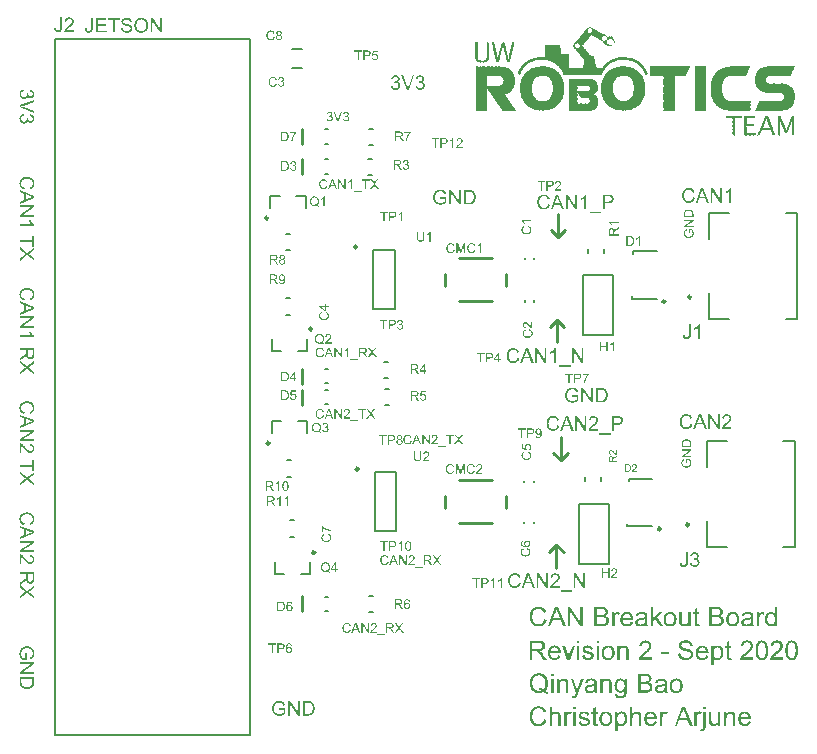
<source format=gto>
G04*
G04 #@! TF.GenerationSoftware,Altium Limited,Altium Designer,19.1.7 (138)*
G04*
G04 Layer_Color=65535*
%FSAX25Y25*%
%MOIN*%
G70*
G01*
G75*
%ADD10C,0.00984*%
%ADD11C,0.00787*%
%ADD12C,0.00500*%
%ADD13C,0.01000*%
G36*
X0146813Y0213517D02*
X0146887D01*
Y0213443D01*
X0147108D01*
Y0213370D01*
X0147182D01*
Y0213296D01*
X0147403D01*
Y0213222D01*
X0147476D01*
Y0213149D01*
X0147550D01*
Y0213075D01*
X0147623D01*
Y0213001D01*
X0147844D01*
Y0212928D01*
X0147918D01*
Y0212854D01*
X0148139D01*
Y0212781D01*
X0148212D01*
Y0212707D01*
X0148433D01*
Y0212633D01*
X0148507D01*
Y0212560D01*
X0148728D01*
Y0212486D01*
X0148801D01*
Y0212413D01*
X0149022D01*
Y0212339D01*
X0149096D01*
Y0212265D01*
X0149170D01*
Y0212192D01*
X0149243D01*
Y0212118D01*
X0149317D01*
Y0212192D01*
X0149390D01*
Y0212118D01*
X0149464D01*
Y0212044D01*
X0149538D01*
Y0211971D01*
X0149758D01*
Y0211897D01*
X0149832D01*
Y0211824D01*
X0150053D01*
Y0211750D01*
X0150127D01*
Y0211676D01*
X0150347D01*
Y0211603D01*
X0150421D01*
Y0211529D01*
X0150642D01*
Y0211455D01*
X0150716D01*
Y0211382D01*
X0150863D01*
Y0211308D01*
Y0211234D01*
X0150936D01*
Y0211308D01*
X0151010D01*
Y0211234D01*
X0151084D01*
Y0211161D01*
X0151157D01*
Y0211234D01*
X0151231D01*
Y0211161D01*
X0151305D01*
Y0211087D01*
X0151378D01*
Y0211014D01*
X0151452D01*
Y0210940D01*
X0151673D01*
Y0210866D01*
X0151746D01*
Y0210793D01*
X0151967D01*
Y0210719D01*
X0152041D01*
Y0210646D01*
X0152262D01*
Y0210572D01*
X0152188D01*
Y0210498D01*
X0152262D01*
Y0210425D01*
X0152335D01*
Y0210498D01*
X0152851D01*
Y0210572D01*
X0152924D01*
Y0210498D01*
X0152998D01*
Y0210572D01*
X0153071D01*
Y0210498D01*
X0153145D01*
Y0210572D01*
X0153219D01*
Y0210498D01*
X0153292D01*
Y0210572D01*
X0153366D01*
Y0210498D01*
X0153440D01*
Y0210572D01*
X0153513D01*
Y0210646D01*
X0153587D01*
Y0210572D01*
X0153661D01*
Y0210646D01*
X0153734D01*
Y0210572D01*
X0153808D01*
Y0210498D01*
X0153881D01*
Y0210425D01*
X0153955D01*
Y0210351D01*
Y0210277D01*
Y0210204D01*
X0154029D01*
Y0210130D01*
Y0210057D01*
Y0209983D01*
X0154102D01*
Y0209909D01*
X0154176D01*
Y0209836D01*
X0154102D01*
Y0209762D01*
X0154176D01*
Y0209688D01*
X0154250D01*
Y0209615D01*
X0154323D01*
Y0209541D01*
X0154250D01*
Y0209468D01*
X0154323D01*
Y0209394D01*
X0154397D01*
Y0209320D01*
Y0209247D01*
Y0209173D01*
X0154470D01*
Y0209099D01*
X0154544D01*
Y0209026D01*
X0154470D01*
Y0208952D01*
X0154544D01*
Y0208879D01*
X0154618D01*
Y0208805D01*
X0154544D01*
Y0208731D01*
X0154618D01*
Y0208658D01*
X0154691D01*
Y0208584D01*
X0154765D01*
Y0208510D01*
X0154691D01*
Y0208437D01*
X0154765D01*
Y0208363D01*
X0154691D01*
Y0208437D01*
X0154618D01*
Y0208510D01*
X0154544D01*
Y0208584D01*
Y0208658D01*
X0154397D01*
Y0208731D01*
Y0208805D01*
X0154323D01*
Y0208879D01*
Y0208952D01*
X0154250D01*
Y0209026D01*
X0154176D01*
Y0209099D01*
X0154102D01*
Y0209173D01*
X0154029D01*
Y0209247D01*
X0153955D01*
Y0209320D01*
X0153881D01*
Y0209394D01*
X0153808D01*
Y0209468D01*
X0153734D01*
Y0209541D01*
X0153661D01*
Y0209615D01*
X0153734D01*
Y0209688D01*
X0153513D01*
Y0209762D01*
X0153587D01*
Y0209836D01*
X0153219D01*
Y0209762D01*
X0153145D01*
Y0209688D01*
X0152924D01*
Y0209615D01*
X0152851D01*
Y0209688D01*
X0152777D01*
Y0209615D01*
X0152703D01*
Y0209541D01*
X0152482D01*
Y0209468D01*
X0152409D01*
Y0209394D01*
X0152188D01*
Y0209320D01*
Y0209247D01*
Y0209173D01*
Y0209099D01*
Y0209026D01*
X0152114D01*
Y0208952D01*
Y0208879D01*
Y0208805D01*
Y0208731D01*
Y0208658D01*
X0152041D01*
Y0208584D01*
X0152114D01*
Y0208510D01*
X0152041D01*
Y0208437D01*
X0152114D01*
Y0208363D01*
X0152041D01*
Y0208290D01*
X0152114D01*
Y0208216D01*
X0152041D01*
Y0208142D01*
Y0208069D01*
Y0207995D01*
X0152409D01*
Y0207921D01*
X0152630D01*
Y0207848D01*
X0152851D01*
Y0207774D01*
X0152924D01*
Y0207848D01*
X0152998D01*
Y0207774D01*
X0153071D01*
Y0207701D01*
X0153145D01*
Y0207774D01*
X0153219D01*
Y0207701D01*
X0153440D01*
Y0207627D01*
X0153513D01*
Y0207701D01*
X0153587D01*
Y0207627D01*
X0153661D01*
Y0207553D01*
X0153881D01*
Y0207480D01*
X0152335D01*
Y0207553D01*
X0152262D01*
Y0207480D01*
X0152188D01*
Y0207553D01*
X0152114D01*
Y0207480D01*
X0152041D01*
Y0207553D01*
X0151967D01*
Y0207480D01*
X0151894D01*
Y0207553D01*
X0151820D01*
Y0207480D01*
X0151746D01*
Y0207553D01*
X0151673D01*
Y0207480D01*
X0151599D01*
Y0207553D01*
X0151525D01*
Y0207480D01*
X0151452D01*
Y0207553D01*
X0151378D01*
Y0207627D01*
X0151305D01*
Y0207701D01*
Y0207774D01*
X0151231D01*
Y0207848D01*
Y0207921D01*
X0151157D01*
Y0207995D01*
X0151231D01*
Y0208069D01*
X0151157D01*
Y0208142D01*
X0151084D01*
Y0208216D01*
X0151010D01*
Y0208290D01*
X0151084D01*
Y0208363D01*
X0151010D01*
Y0208437D01*
X0150936D01*
Y0208510D01*
X0150863D01*
Y0208584D01*
X0150936D01*
Y0208658D01*
X0150863D01*
Y0208731D01*
Y0208805D01*
X0150789D01*
Y0208879D01*
Y0208952D01*
X0150568D01*
Y0209026D01*
X0150495D01*
Y0209099D01*
X0150274D01*
Y0209173D01*
X0150200D01*
Y0209247D01*
X0149979D01*
Y0209320D01*
X0149906D01*
Y0209394D01*
X0149685D01*
Y0209468D01*
X0149611D01*
Y0209541D01*
X0149538D01*
Y0209615D01*
X0149390D01*
Y0209688D01*
X0149243D01*
Y0209762D01*
X0149170D01*
Y0209836D01*
X0148949D01*
Y0209909D01*
X0148875D01*
Y0209983D01*
X0148654D01*
Y0210057D01*
X0148580D01*
Y0210130D01*
X0148360D01*
Y0210204D01*
X0148286D01*
Y0210277D01*
X0148212D01*
Y0210351D01*
X0148139D01*
Y0210425D01*
X0147918D01*
Y0210498D01*
X0147844D01*
Y0210572D01*
X0147623D01*
Y0210646D01*
X0147550D01*
Y0210719D01*
X0147329D01*
Y0210793D01*
X0147255D01*
Y0210866D01*
X0147034D01*
Y0210940D01*
X0146961D01*
Y0211014D01*
X0146740D01*
Y0210940D01*
X0146813D01*
Y0210866D01*
X0146666D01*
Y0210793D01*
Y0210719D01*
X0146593D01*
Y0210646D01*
X0146519D01*
Y0210572D01*
X0146445D01*
Y0210498D01*
X0146372D01*
Y0210425D01*
X0146298D01*
Y0210351D01*
Y0210277D01*
X0146224D01*
Y0210204D01*
X0146151D01*
Y0210130D01*
X0146077D01*
Y0210057D01*
Y0209983D01*
X0146004D01*
Y0209909D01*
X0145930D01*
Y0209836D01*
X0145856D01*
Y0209762D01*
X0145783D01*
Y0209688D01*
X0145709D01*
Y0209615D01*
X0145635D01*
Y0209541D01*
X0145562D01*
Y0209468D01*
X0145488D01*
Y0209394D01*
X0145415D01*
Y0209320D01*
X0145341D01*
Y0209247D01*
X0145267D01*
Y0209173D01*
X0145194D01*
Y0209099D01*
X0145120D01*
Y0209026D01*
Y0208952D01*
X0144973D01*
Y0208879D01*
X0145046D01*
Y0208805D01*
X0144826D01*
Y0208731D01*
X0144899D01*
Y0208658D01*
X0144752D01*
Y0208584D01*
Y0208510D01*
X0144678D01*
Y0208437D01*
X0144605D01*
Y0208363D01*
X0144531D01*
Y0208290D01*
X0144457D01*
Y0208216D01*
X0144384D01*
Y0208142D01*
Y0208069D01*
X0144310D01*
Y0207995D01*
Y0207921D01*
X0144237D01*
Y0207848D01*
X0144163D01*
Y0207774D01*
X0144089D01*
Y0207701D01*
X0144016D01*
Y0207627D01*
X0143942D01*
Y0207553D01*
X0143869D01*
Y0207480D01*
X0143795D01*
Y0207406D01*
X0143869D01*
Y0207332D01*
X0143942D01*
Y0207259D01*
X0144016D01*
Y0207185D01*
X0144089D01*
Y0207112D01*
X0144163D01*
Y0207038D01*
X0144237D01*
Y0206964D01*
X0144310D01*
Y0206891D01*
Y0206817D01*
X0144457D01*
Y0206744D01*
X0144384D01*
Y0206670D01*
X0144457D01*
Y0206596D01*
X0144531D01*
Y0206523D01*
X0144605D01*
Y0206449D01*
X0144678D01*
Y0206375D01*
X0144752D01*
Y0206302D01*
X0144826D01*
Y0206228D01*
X0144899D01*
Y0206154D01*
X0144973D01*
Y0206081D01*
X0145046D01*
Y0206007D01*
X0144973D01*
Y0205934D01*
X0145120D01*
Y0205860D01*
Y0205786D01*
X0145194D01*
Y0205713D01*
X0145267D01*
Y0205639D01*
X0145341D01*
Y0205566D01*
X0145415D01*
Y0205492D01*
X0145488D01*
Y0205418D01*
X0145562D01*
Y0205345D01*
X0145635D01*
Y0205271D01*
Y0205197D01*
X0145783D01*
Y0205124D01*
X0145709D01*
Y0205050D01*
X0145783D01*
Y0204977D01*
X0145856D01*
Y0204903D01*
X0145930D01*
Y0204829D01*
X0146004D01*
Y0204756D01*
X0146077D01*
Y0204682D01*
X0146151D01*
Y0204608D01*
X0146224D01*
Y0204535D01*
X0146151D01*
Y0204461D01*
X0146372D01*
Y0204387D01*
Y0204314D01*
X0146445D01*
Y0204240D01*
Y0204167D01*
X0146519D01*
Y0204240D01*
X0146593D01*
Y0204167D01*
X0146666D01*
Y0204240D01*
X0146740D01*
Y0204167D01*
X0146813D01*
Y0204240D01*
X0146887D01*
Y0204167D01*
X0146961D01*
Y0204240D01*
X0147034D01*
Y0204167D01*
X0147108D01*
Y0204240D01*
X0147182D01*
Y0204167D01*
X0147255D01*
Y0204240D01*
X0147329D01*
Y0204167D01*
X0147403D01*
Y0204240D01*
X0147476D01*
Y0204167D01*
X0147550D01*
Y0204093D01*
X0147623D01*
Y0204019D01*
Y0203946D01*
Y0203872D01*
X0147697D01*
Y0203799D01*
Y0203725D01*
Y0203651D01*
Y0203578D01*
X0147771D01*
Y0203504D01*
Y0203430D01*
X0147844D01*
Y0203357D01*
X0147771D01*
Y0203283D01*
X0147844D01*
Y0203209D01*
X0147771D01*
Y0203136D01*
X0147844D01*
Y0203062D01*
X0147918D01*
Y0202989D01*
Y0202915D01*
Y0202841D01*
X0147992D01*
Y0202768D01*
X0147918D01*
Y0202694D01*
X0147992D01*
Y0202621D01*
Y0202547D01*
Y0202473D01*
X0148065D01*
Y0202400D01*
Y0202326D01*
Y0202252D01*
X0148139D01*
Y0202179D01*
X0148065D01*
Y0202105D01*
X0148139D01*
Y0202031D01*
Y0201958D01*
Y0201884D01*
X0148212D01*
Y0201811D01*
X0148286D01*
Y0201737D01*
X0148212D01*
Y0201663D01*
X0148286D01*
Y0201590D01*
X0148212D01*
Y0201516D01*
X0148286D01*
Y0201443D01*
Y0201369D01*
Y0201295D01*
X0148360D01*
Y0201222D01*
Y0201148D01*
Y0201074D01*
X0148433D01*
Y0201001D01*
X0148360D01*
Y0200927D01*
X0148433D01*
Y0200853D01*
Y0200780D01*
Y0200706D01*
X0148507D01*
Y0200633D01*
X0148580D01*
Y0200559D01*
X0148507D01*
Y0200485D01*
X0148580D01*
Y0200412D01*
X0148507D01*
Y0200338D01*
X0148580D01*
Y0200265D01*
X0148654D01*
Y0200191D01*
X0148580D01*
Y0200117D01*
X0148654D01*
Y0200044D01*
X0148728D01*
Y0199970D01*
X0148801D01*
Y0200044D01*
X0148875D01*
Y0199970D01*
X0148949D01*
Y0200044D01*
X0149022D01*
Y0199970D01*
X0149096D01*
Y0200044D01*
X0149170D01*
Y0199970D01*
X0149243D01*
Y0200044D01*
X0149317D01*
Y0199970D01*
X0149390D01*
Y0200044D01*
X0149464D01*
Y0199970D01*
X0149538D01*
Y0200044D01*
X0149611D01*
Y0199970D01*
X0149685D01*
Y0200044D01*
X0149758D01*
Y0199970D01*
X0149832D01*
Y0200044D01*
X0149906D01*
Y0199970D01*
X0149979D01*
Y0200044D01*
X0150053D01*
Y0199970D01*
X0150274D01*
Y0200044D01*
X0150347D01*
Y0199970D01*
X0150421D01*
Y0200044D01*
X0150495D01*
Y0200117D01*
X0150568D01*
Y0200191D01*
X0150642D01*
Y0200265D01*
X0150568D01*
Y0200338D01*
X0150716D01*
Y0200412D01*
Y0200485D01*
X0150789D01*
Y0200559D01*
X0150863D01*
Y0200633D01*
X0150936D01*
Y0200706D01*
X0151010D01*
Y0200780D01*
X0151084D01*
Y0200853D01*
X0151157D01*
Y0200927D01*
X0151231D01*
Y0201001D01*
X0151305D01*
Y0201074D01*
X0151378D01*
Y0201148D01*
Y0201222D01*
X0151525D01*
Y0201295D01*
Y0201369D01*
X0151673D01*
Y0201443D01*
Y0201516D01*
X0151820D01*
Y0201590D01*
X0151894D01*
Y0201663D01*
X0151967D01*
Y0201737D01*
X0152041D01*
Y0201811D01*
X0152114D01*
Y0201884D01*
X0152188D01*
Y0201958D01*
X0152262D01*
Y0202031D01*
X0152335D01*
Y0202105D01*
X0152556D01*
Y0202179D01*
X0152630D01*
Y0202252D01*
X0152703D01*
Y0202326D01*
X0152777D01*
Y0202400D01*
X0152998D01*
Y0202473D01*
X0153071D01*
Y0202547D01*
X0153292D01*
Y0202621D01*
X0153366D01*
Y0202694D01*
X0153587D01*
Y0202768D01*
X0153661D01*
Y0202841D01*
X0153881D01*
Y0202915D01*
X0153955D01*
Y0202989D01*
X0154176D01*
Y0203062D01*
X0154250D01*
Y0203136D01*
X0154323D01*
Y0203062D01*
X0154397D01*
Y0203136D01*
X0154470D01*
Y0203209D01*
X0154544D01*
Y0203136D01*
X0154618D01*
Y0203209D01*
X0154691D01*
Y0203283D01*
X0154765D01*
Y0203209D01*
X0154839D01*
Y0203283D01*
X0155059D01*
Y0203357D01*
X0155133D01*
Y0203283D01*
X0155207D01*
Y0203357D01*
X0155280D01*
Y0203430D01*
X0155354D01*
Y0203357D01*
X0155428D01*
Y0203430D01*
X0155648D01*
Y0203504D01*
X0155722D01*
Y0203430D01*
X0155796D01*
Y0203504D01*
X0155869D01*
Y0203578D01*
X0155943D01*
Y0203504D01*
X0156017D01*
Y0203578D01*
X0156090D01*
Y0203504D01*
X0156164D01*
Y0203578D01*
X0156974D01*
Y0203651D01*
X0157047D01*
Y0203578D01*
X0157268D01*
Y0203651D01*
X0157342D01*
Y0203578D01*
X0157415D01*
Y0203651D01*
X0157489D01*
Y0203578D01*
X0157563D01*
Y0203651D01*
X0157636D01*
Y0203578D01*
X0157710D01*
Y0203651D01*
X0157783D01*
Y0203578D01*
X0157857D01*
Y0203651D01*
X0157931D01*
Y0203578D01*
X0158152D01*
Y0203651D01*
X0158225D01*
Y0203578D01*
X0158888D01*
Y0203504D01*
X0158961D01*
Y0203578D01*
X0159035D01*
Y0203504D01*
X0159109D01*
Y0203578D01*
X0159182D01*
Y0203504D01*
X0159256D01*
Y0203430D01*
X0159330D01*
Y0203504D01*
X0159403D01*
Y0203430D01*
X0159771D01*
Y0203357D01*
X0159845D01*
Y0203283D01*
X0159919D01*
Y0203357D01*
X0159992D01*
Y0203283D01*
X0160213D01*
Y0203209D01*
X0160287D01*
Y0203283D01*
X0160360D01*
Y0203209D01*
X0160434D01*
Y0203136D01*
X0160508D01*
Y0203209D01*
X0160581D01*
Y0203136D01*
X0160802D01*
Y0203062D01*
X0160876D01*
Y0202989D01*
X0161097D01*
Y0202915D01*
X0161170D01*
Y0202989D01*
X0161244D01*
Y0202915D01*
X0161318D01*
Y0202841D01*
X0161538D01*
Y0202768D01*
X0161612D01*
Y0202694D01*
X0161833D01*
Y0202621D01*
X0161906D01*
Y0202547D01*
X0162054D01*
Y0202473D01*
Y0202400D01*
X0162127D01*
Y0202473D01*
X0162201D01*
Y0202400D01*
X0162275D01*
Y0202326D01*
X0162348D01*
Y0202252D01*
X0162569D01*
Y0202179D01*
X0162643D01*
Y0202105D01*
X0162716D01*
Y0202031D01*
X0162790D01*
Y0201958D01*
X0162937D01*
Y0201884D01*
Y0201811D01*
X0163158D01*
Y0201737D01*
X0163232D01*
Y0201663D01*
X0163305D01*
Y0201590D01*
X0163379D01*
Y0201516D01*
X0163453D01*
Y0201443D01*
X0163526D01*
Y0201369D01*
X0163600D01*
Y0201295D01*
X0163673D01*
Y0201222D01*
X0163747D01*
Y0201148D01*
X0163821D01*
Y0201074D01*
X0163894D01*
Y0201001D01*
X0163968D01*
Y0200927D01*
X0164042D01*
Y0200853D01*
X0164115D01*
Y0200780D01*
X0164189D01*
Y0200706D01*
Y0200633D01*
X0164336D01*
Y0200559D01*
Y0200485D01*
X0164410D01*
Y0200412D01*
Y0200338D01*
X0164483D01*
Y0200265D01*
X0164557D01*
Y0200191D01*
X0164631D01*
Y0200117D01*
X0164704D01*
Y0200044D01*
X0164778D01*
Y0199970D01*
Y0199896D01*
Y0199823D01*
X0164851D01*
Y0199749D01*
X0164925D01*
Y0199676D01*
X0164999D01*
Y0199602D01*
Y0199528D01*
Y0199455D01*
X0165072D01*
Y0199381D01*
X0165146D01*
Y0199307D01*
X0165219D01*
Y0199234D01*
X0165146D01*
Y0199160D01*
X0165219D01*
Y0199086D01*
X0165293D01*
Y0199013D01*
X0165367D01*
Y0198939D01*
X0165293D01*
Y0198866D01*
X0165367D01*
Y0198792D01*
X0165440D01*
Y0198718D01*
X0165514D01*
Y0198645D01*
X0165440D01*
Y0198571D01*
X0165514D01*
Y0198497D01*
X0165588D01*
Y0198424D01*
Y0198350D01*
Y0198277D01*
X0165661D01*
Y0198203D01*
Y0198129D01*
Y0198056D01*
X0165735D01*
Y0197982D01*
X0165661D01*
Y0197908D01*
X0165440D01*
Y0197835D01*
X0165219D01*
Y0197761D01*
X0165146D01*
Y0197835D01*
X0165072D01*
Y0197761D01*
X0164851D01*
Y0197835D01*
Y0197908D01*
Y0197982D01*
X0164778D01*
Y0198056D01*
X0164704D01*
Y0198129D01*
X0164778D01*
Y0198203D01*
X0164704D01*
Y0198277D01*
X0164631D01*
Y0198350D01*
X0164557D01*
Y0198424D01*
X0164631D01*
Y0198497D01*
X0164557D01*
Y0198571D01*
Y0198645D01*
X0164483D01*
Y0198718D01*
Y0198792D01*
X0164410D01*
Y0198866D01*
X0164336D01*
Y0198939D01*
X0164262D01*
Y0199013D01*
X0164336D01*
Y0199086D01*
X0164262D01*
Y0199160D01*
X0164189D01*
Y0199234D01*
X0164115D01*
Y0199307D01*
Y0199381D01*
X0164042D01*
Y0199455D01*
Y0199528D01*
X0163968D01*
Y0199602D01*
X0163894D01*
Y0199676D01*
X0163821D01*
Y0199749D01*
X0163747D01*
Y0199823D01*
X0163673D01*
Y0199896D01*
X0163747D01*
Y0199970D01*
X0163600D01*
Y0200044D01*
Y0200117D01*
X0163526D01*
Y0200191D01*
X0163453D01*
Y0200265D01*
X0163379D01*
Y0200338D01*
X0163305D01*
Y0200412D01*
X0163232D01*
Y0200485D01*
X0163158D01*
Y0200559D01*
X0163084D01*
Y0200633D01*
X0163011D01*
Y0200706D01*
X0162937D01*
Y0200780D01*
X0162864D01*
Y0200853D01*
X0162790D01*
Y0200927D01*
X0162716D01*
Y0201001D01*
X0162643D01*
Y0201074D01*
X0162569D01*
Y0201148D01*
X0162348D01*
Y0201222D01*
X0162275D01*
Y0201295D01*
X0162201D01*
Y0201369D01*
X0162127D01*
Y0201443D01*
X0162054D01*
Y0201516D01*
X0161980D01*
Y0201590D01*
X0161759D01*
Y0201663D01*
X0161686D01*
Y0201737D01*
X0161465D01*
Y0201811D01*
X0161391D01*
Y0201884D01*
X0161318D01*
Y0201958D01*
X0161097D01*
Y0202031D01*
X0160876D01*
Y0202105D01*
X0160802D01*
Y0202179D01*
X0160581D01*
Y0202252D01*
X0160508D01*
Y0202326D01*
X0160434D01*
Y0202252D01*
X0160360D01*
Y0202326D01*
X0160140D01*
Y0202400D01*
X0160066D01*
Y0202473D01*
X0159992D01*
Y0202400D01*
X0160066D01*
Y0202326D01*
X0159992D01*
Y0202400D01*
X0159919D01*
Y0202473D01*
X0159698D01*
Y0202547D01*
X0159624D01*
Y0202473D01*
X0159550D01*
Y0202547D01*
X0159330D01*
Y0202621D01*
X0159256D01*
Y0202547D01*
X0159182D01*
Y0202621D01*
X0158814D01*
Y0202694D01*
X0158741D01*
Y0202621D01*
X0158667D01*
Y0202694D01*
X0158593D01*
Y0202621D01*
X0158520D01*
Y0202694D01*
X0158446D01*
Y0202768D01*
X0158372D01*
Y0202694D01*
X0158299D01*
Y0202768D01*
X0158225D01*
Y0202694D01*
X0158152D01*
Y0202768D01*
X0158078D01*
Y0202694D01*
X0158004D01*
Y0202768D01*
X0157931D01*
Y0202694D01*
X0157857D01*
Y0202768D01*
X0157783D01*
Y0202694D01*
X0157710D01*
Y0202768D01*
X0157636D01*
Y0202694D01*
X0157563D01*
Y0202768D01*
X0157342D01*
Y0202694D01*
X0157268D01*
Y0202768D01*
X0157194D01*
Y0202694D01*
X0157121D01*
Y0202768D01*
X0157047D01*
Y0202694D01*
X0156974D01*
Y0202768D01*
X0156900D01*
Y0202694D01*
X0156826D01*
Y0202768D01*
X0156753D01*
Y0202694D01*
X0156532D01*
Y0202621D01*
X0156458D01*
Y0202694D01*
X0156385D01*
Y0202621D01*
X0155722D01*
Y0202547D01*
X0155501D01*
Y0202473D01*
X0155428D01*
Y0202547D01*
X0155354D01*
Y0202473D01*
X0155133D01*
Y0202400D01*
X0155059D01*
Y0202326D01*
X0154986D01*
Y0202400D01*
X0154912D01*
Y0202326D01*
X0154691D01*
Y0202252D01*
X0154618D01*
Y0202179D01*
X0154544D01*
Y0202252D01*
X0154470D01*
Y0202179D01*
X0154250D01*
Y0202105D01*
X0154176D01*
Y0202031D01*
X0153955D01*
Y0201958D01*
X0153881D01*
Y0201884D01*
X0153661D01*
Y0201811D01*
X0153587D01*
Y0201737D01*
X0153366D01*
Y0201663D01*
X0153292D01*
Y0201590D01*
X0153219D01*
Y0201516D01*
X0153145D01*
Y0201443D01*
X0152924D01*
Y0201369D01*
Y0201295D01*
X0152777D01*
Y0201222D01*
X0152703D01*
Y0201148D01*
X0152630D01*
Y0201074D01*
X0152556D01*
Y0201001D01*
X0152335D01*
Y0200927D01*
X0152409D01*
Y0200853D01*
X0152188D01*
Y0200780D01*
X0152262D01*
Y0200706D01*
X0152041D01*
Y0200633D01*
X0152114D01*
Y0200559D01*
X0151894D01*
Y0200485D01*
X0151967D01*
Y0200412D01*
X0151746D01*
Y0200338D01*
X0151820D01*
Y0200265D01*
X0151746D01*
Y0200191D01*
X0151673D01*
Y0200117D01*
X0151599D01*
Y0200044D01*
X0151525D01*
Y0199970D01*
X0151452D01*
Y0199896D01*
X0151378D01*
Y0199823D01*
X0151305D01*
Y0199749D01*
Y0199676D01*
Y0199602D01*
X0151231D01*
Y0199528D01*
X0151157D01*
Y0199455D01*
X0151084D01*
Y0199381D01*
X0151010D01*
Y0199307D01*
Y0199234D01*
X0150936D01*
Y0199160D01*
Y0199086D01*
X0150863D01*
Y0199013D01*
Y0198939D01*
X0150789D01*
Y0198866D01*
Y0198792D01*
X0150716D01*
Y0198718D01*
X0150642D01*
Y0198645D01*
X0150568D01*
Y0198571D01*
X0150642D01*
Y0198497D01*
X0150568D01*
Y0198424D01*
Y0198350D01*
X0150495D01*
Y0198277D01*
Y0198203D01*
X0150421D01*
Y0198129D01*
Y0198056D01*
Y0197982D01*
X0150347D01*
Y0197908D01*
Y0197835D01*
Y0197761D01*
X0150274D01*
Y0197688D01*
X0150200D01*
Y0197761D01*
X0150127D01*
Y0197688D01*
X0150053D01*
Y0197761D01*
X0149979D01*
Y0197688D01*
X0149906D01*
Y0197761D01*
X0149832D01*
Y0197688D01*
X0149758D01*
Y0197761D01*
X0149685D01*
Y0197688D01*
X0149611D01*
Y0197761D01*
X0149538D01*
Y0197688D01*
X0149464D01*
Y0197761D01*
X0149390D01*
Y0197688D01*
X0149317D01*
Y0197761D01*
X0149243D01*
Y0197688D01*
X0149170D01*
Y0197761D01*
X0149096D01*
Y0197688D01*
X0149022D01*
Y0197761D01*
X0148949D01*
Y0197688D01*
X0148875D01*
Y0197761D01*
X0148801D01*
Y0197688D01*
X0148728D01*
Y0197761D01*
X0148654D01*
Y0197688D01*
X0148580D01*
Y0197761D01*
X0148507D01*
Y0197688D01*
X0148433D01*
Y0197761D01*
X0148360D01*
Y0197688D01*
X0148286D01*
Y0197761D01*
X0148212D01*
Y0197688D01*
X0148139D01*
Y0197761D01*
X0148065D01*
Y0197688D01*
X0147992D01*
Y0197761D01*
X0147918D01*
Y0197688D01*
X0147844D01*
Y0197761D01*
X0147771D01*
Y0197688D01*
X0147697D01*
Y0197761D01*
X0147623D01*
Y0197688D01*
X0147550D01*
Y0197761D01*
X0147476D01*
Y0197688D01*
X0147403D01*
Y0197761D01*
X0147329D01*
Y0197688D01*
X0147255D01*
Y0197761D01*
X0147182D01*
Y0197688D01*
X0147108D01*
Y0197761D01*
X0147034D01*
Y0197688D01*
X0146961D01*
Y0197761D01*
X0146887D01*
Y0197688D01*
X0146813D01*
Y0197761D01*
X0146740D01*
Y0197688D01*
X0146666D01*
Y0197761D01*
X0146593D01*
Y0197688D01*
X0146519D01*
Y0197761D01*
X0146445D01*
Y0197688D01*
X0146372D01*
Y0197761D01*
X0146298D01*
Y0197688D01*
X0146224D01*
Y0197761D01*
X0146151D01*
Y0197688D01*
X0146077D01*
Y0197761D01*
X0146004D01*
Y0197688D01*
X0145930D01*
Y0197761D01*
X0145856D01*
Y0197688D01*
X0145783D01*
Y0197761D01*
X0145709D01*
Y0197688D01*
X0145635D01*
Y0197761D01*
X0145562D01*
Y0197688D01*
X0145488D01*
Y0197761D01*
X0145415D01*
Y0197688D01*
X0145341D01*
Y0197761D01*
X0145267D01*
Y0197688D01*
X0145194D01*
Y0197761D01*
X0145120D01*
Y0197688D01*
X0145046D01*
Y0197761D01*
X0144973D01*
Y0197688D01*
X0144899D01*
Y0197761D01*
X0144826D01*
Y0197688D01*
X0144752D01*
Y0197761D01*
X0144678D01*
Y0197688D01*
X0144605D01*
Y0197761D01*
X0144531D01*
Y0197688D01*
X0144457D01*
Y0197761D01*
X0144384D01*
Y0197688D01*
X0144310D01*
Y0197761D01*
X0144089D01*
Y0197688D01*
X0144016D01*
Y0197761D01*
X0143942D01*
Y0197688D01*
X0143869D01*
Y0197761D01*
X0143795D01*
Y0197688D01*
X0143721D01*
Y0197761D01*
X0143500D01*
Y0197688D01*
X0143427D01*
Y0197761D01*
X0143353D01*
Y0197688D01*
X0143280D01*
Y0197761D01*
X0143206D01*
Y0197688D01*
X0143132D01*
Y0197761D01*
X0142911D01*
Y0197688D01*
X0142838D01*
Y0197761D01*
X0142322D01*
Y0197688D01*
X0142249D01*
Y0197761D01*
X0141733D01*
Y0197688D01*
X0141660D01*
Y0197761D01*
X0137610D01*
Y0197835D01*
X0137537D01*
Y0197908D01*
Y0197982D01*
Y0198056D01*
X0137463D01*
Y0198129D01*
X0137537D01*
Y0198203D01*
X0137463D01*
Y0198277D01*
X0137390D01*
Y0198350D01*
X0137316D01*
Y0198424D01*
X0137390D01*
Y0198497D01*
X0137316D01*
Y0198571D01*
X0137242D01*
Y0198645D01*
X0137169D01*
Y0198718D01*
X0137242D01*
Y0198792D01*
X0137169D01*
Y0198866D01*
X0137095D01*
Y0198939D01*
X0137022D01*
Y0199013D01*
Y0199086D01*
Y0199160D01*
X0136948D01*
Y0199234D01*
X0136874D01*
Y0199307D01*
X0136801D01*
Y0199381D01*
X0136727D01*
Y0199455D01*
X0136801D01*
Y0199528D01*
X0136727D01*
Y0199602D01*
X0136653D01*
Y0199676D01*
X0136580D01*
Y0199749D01*
X0136506D01*
Y0199823D01*
X0136432D01*
Y0199896D01*
Y0199970D01*
X0136359D01*
Y0200044D01*
Y0200117D01*
X0136285D01*
Y0200191D01*
X0136212D01*
Y0200265D01*
X0136138D01*
Y0200338D01*
X0136064D01*
Y0200412D01*
X0135991D01*
Y0200485D01*
X0135917D01*
Y0200559D01*
X0135844D01*
Y0200633D01*
X0135770D01*
Y0200706D01*
X0135696D01*
Y0200780D01*
X0135623D01*
Y0200853D01*
X0135549D01*
Y0200927D01*
X0135475D01*
Y0201001D01*
X0135402D01*
Y0201074D01*
X0135328D01*
Y0201148D01*
X0135181D01*
Y0201222D01*
X0135107D01*
Y0201295D01*
X0134960D01*
Y0201369D01*
X0134886D01*
Y0201443D01*
X0134813D01*
Y0201516D01*
X0134739D01*
Y0201590D01*
X0134518D01*
Y0201663D01*
X0134445D01*
Y0201737D01*
X0134371D01*
Y0201811D01*
X0134150D01*
Y0201884D01*
X0134076D01*
Y0201958D01*
X0134003D01*
Y0202031D01*
X0133929D01*
Y0201958D01*
X0134003D01*
Y0201884D01*
X0133929D01*
Y0201958D01*
X0133856D01*
Y0202031D01*
X0133782D01*
Y0202105D01*
X0133561D01*
Y0202179D01*
X0133340D01*
Y0202252D01*
X0133267D01*
Y0202326D01*
X0132898D01*
Y0202400D01*
X0132825D01*
Y0202473D01*
X0132751D01*
Y0202400D01*
X0132678D01*
Y0202473D01*
X0132457D01*
Y0202547D01*
X0132236D01*
Y0202621D01*
X0132162D01*
Y0202547D01*
X0132089D01*
Y0202621D01*
X0131720D01*
Y0202694D01*
X0131647D01*
Y0202621D01*
X0131573D01*
Y0202694D01*
X0131500D01*
Y0202768D01*
X0131426D01*
Y0202694D01*
X0131500D01*
Y0202621D01*
X0131426D01*
Y0202694D01*
X0131352D01*
Y0202768D01*
X0131279D01*
Y0202694D01*
X0131205D01*
Y0202768D01*
X0131131D01*
Y0202694D01*
X0131058D01*
Y0202768D01*
X0129659D01*
Y0202694D01*
X0129585D01*
Y0202768D01*
X0129512D01*
Y0202694D01*
X0129438D01*
Y0202768D01*
X0129365D01*
Y0202694D01*
X0129291D01*
Y0202768D01*
X0129217D01*
Y0202694D01*
X0129144D01*
Y0202768D01*
X0129070D01*
Y0202694D01*
X0129144D01*
Y0202621D01*
X0129070D01*
Y0202694D01*
X0128996D01*
Y0202621D01*
X0128923D01*
Y0202694D01*
X0128849D01*
Y0202621D01*
X0128334D01*
Y0202547D01*
X0128113D01*
Y0202473D01*
X0127892D01*
Y0202400D01*
X0127818D01*
Y0202473D01*
X0127745D01*
Y0202400D01*
X0127671D01*
Y0202326D01*
X0127597D01*
Y0202400D01*
X0127524D01*
Y0202326D01*
X0127450D01*
Y0202252D01*
X0127377D01*
Y0202326D01*
X0127303D01*
Y0202252D01*
X0127229D01*
Y0202179D01*
X0127008D01*
Y0202105D01*
X0126935D01*
Y0202031D01*
X0126861D01*
Y0202105D01*
X0126788D01*
Y0202031D01*
X0126714D01*
Y0201958D01*
X0126640D01*
Y0202031D01*
X0126567D01*
Y0201958D01*
X0126640D01*
Y0201884D01*
X0126567D01*
Y0201958D01*
X0126493D01*
Y0201884D01*
X0126419D01*
Y0201811D01*
X0126272D01*
Y0201737D01*
X0126125D01*
Y0201663D01*
X0126051D01*
Y0201590D01*
X0125830D01*
Y0201516D01*
X0125757D01*
Y0201443D01*
X0125683D01*
Y0201369D01*
X0125610D01*
Y0201295D01*
X0125536D01*
Y0201222D01*
X0125462D01*
Y0201148D01*
X0125242D01*
Y0201074D01*
X0125168D01*
Y0201001D01*
X0125094D01*
Y0200927D01*
X0125021D01*
Y0200853D01*
X0124947D01*
Y0200780D01*
X0124873D01*
Y0200706D01*
X0124800D01*
Y0200633D01*
X0124726D01*
Y0200559D01*
X0124653D01*
Y0200485D01*
X0124579D01*
Y0200412D01*
X0124505D01*
Y0200338D01*
Y0200265D01*
X0124358D01*
Y0200191D01*
Y0200117D01*
X0124284D01*
Y0200044D01*
Y0199970D01*
X0124211D01*
Y0199896D01*
X0124137D01*
Y0199823D01*
X0124064D01*
Y0199749D01*
X0123990D01*
Y0199676D01*
X0123916D01*
Y0199602D01*
X0123990D01*
Y0199528D01*
X0123843D01*
Y0199455D01*
Y0199381D01*
X0123769D01*
Y0199307D01*
X0123696D01*
Y0199234D01*
X0123622D01*
Y0199160D01*
X0123696D01*
Y0199086D01*
X0123622D01*
Y0199013D01*
X0123548D01*
Y0198939D01*
X0123475D01*
Y0198866D01*
X0123548D01*
Y0198792D01*
X0123475D01*
Y0198718D01*
X0123401D01*
Y0198645D01*
X0123327D01*
Y0198571D01*
Y0198497D01*
Y0198424D01*
X0123254D01*
Y0198350D01*
X0123180D01*
Y0198277D01*
X0123254D01*
Y0198203D01*
X0123180D01*
Y0198129D01*
X0123107D01*
Y0198056D01*
Y0197982D01*
Y0197908D01*
X0123033D01*
Y0197835D01*
X0123107D01*
Y0197761D01*
X0122886D01*
Y0197835D01*
X0122812D01*
Y0197761D01*
X0122738D01*
Y0197835D01*
X0122665D01*
Y0197908D01*
X0122297D01*
Y0197982D01*
X0122223D01*
Y0198056D01*
X0122149D01*
Y0198129D01*
X0122223D01*
Y0198203D01*
X0122297D01*
Y0198277D01*
X0122370D01*
Y0198350D01*
X0122297D01*
Y0198424D01*
X0122370D01*
Y0198497D01*
X0122297D01*
Y0198571D01*
X0122370D01*
Y0198645D01*
X0122444D01*
Y0198718D01*
X0122518D01*
Y0198792D01*
X0122444D01*
Y0198866D01*
X0122518D01*
Y0198939D01*
X0122591D01*
Y0199013D01*
Y0199086D01*
Y0199160D01*
X0122665D01*
Y0199234D01*
X0122738D01*
Y0199307D01*
X0122812D01*
Y0199381D01*
X0122738D01*
Y0199455D01*
X0122812D01*
Y0199528D01*
X0122886D01*
Y0199602D01*
X0122959D01*
Y0199676D01*
X0122886D01*
Y0199749D01*
X0123033D01*
Y0199823D01*
Y0199896D01*
X0123107D01*
Y0199970D01*
X0123180D01*
Y0200044D01*
X0123254D01*
Y0200117D01*
Y0200191D01*
Y0200265D01*
X0123327D01*
Y0200338D01*
X0123401D01*
Y0200412D01*
X0123475D01*
Y0200485D01*
X0123548D01*
Y0200559D01*
Y0200633D01*
X0123696D01*
Y0200706D01*
X0123622D01*
Y0200780D01*
X0123769D01*
Y0200853D01*
Y0200927D01*
X0123843D01*
Y0201001D01*
X0123916D01*
Y0201074D01*
X0123990D01*
Y0201148D01*
X0124064D01*
Y0201222D01*
X0124137D01*
Y0201295D01*
X0124211D01*
Y0201369D01*
X0124284D01*
Y0201443D01*
X0124358D01*
Y0201516D01*
X0124432D01*
Y0201590D01*
X0124505D01*
Y0201663D01*
X0124653D01*
Y0201737D01*
Y0201811D01*
X0124873D01*
Y0201884D01*
X0124947D01*
Y0201958D01*
X0125021D01*
Y0202031D01*
X0125094D01*
Y0202105D01*
X0125168D01*
Y0202179D01*
X0125242D01*
Y0202105D01*
X0125315D01*
Y0202179D01*
X0125242D01*
Y0202252D01*
X0125462D01*
Y0202326D01*
X0125536D01*
Y0202400D01*
X0125610D01*
Y0202473D01*
X0125683D01*
Y0202547D01*
X0125904D01*
Y0202621D01*
X0125978D01*
Y0202694D01*
X0126199D01*
Y0202768D01*
X0126272D01*
Y0202841D01*
X0126493D01*
Y0202915D01*
X0126567D01*
Y0202989D01*
X0126640D01*
Y0202915D01*
X0126714D01*
Y0202989D01*
X0126788D01*
Y0203062D01*
X0126861D01*
Y0202989D01*
X0126935D01*
Y0203062D01*
X0127008D01*
Y0203136D01*
X0127229D01*
Y0203209D01*
X0127303D01*
Y0203283D01*
X0127377D01*
Y0203209D01*
X0127450D01*
Y0203283D01*
X0127671D01*
Y0203357D01*
X0127745D01*
Y0203283D01*
X0127818D01*
Y0203357D01*
X0127892D01*
Y0203430D01*
X0127966D01*
Y0203357D01*
X0128039D01*
Y0203430D01*
X0128260D01*
Y0203504D01*
X0128334D01*
Y0203430D01*
X0128407D01*
Y0203504D01*
X0128481D01*
Y0203578D01*
X0128555D01*
Y0203504D01*
X0128776D01*
Y0203578D01*
X0129291D01*
Y0203651D01*
X0129365D01*
Y0203578D01*
X0129438D01*
Y0203651D01*
X0129512D01*
Y0203578D01*
X0129585D01*
Y0203651D01*
X0129659D01*
Y0203578D01*
X0129733D01*
Y0203651D01*
X0129954D01*
Y0203578D01*
X0130027D01*
Y0203651D01*
X0130248D01*
Y0203578D01*
X0130322D01*
Y0203651D01*
X0130543D01*
Y0203578D01*
X0130616D01*
Y0203651D01*
X0130837D01*
Y0203578D01*
X0130911D01*
Y0203651D01*
X0130984D01*
Y0203578D01*
X0131058D01*
Y0203651D01*
X0131131D01*
Y0203578D01*
X0131352D01*
Y0203651D01*
Y0203725D01*
Y0203799D01*
X0131426D01*
Y0203872D01*
X0131352D01*
Y0203946D01*
Y0204019D01*
Y0204093D01*
X0131426D01*
Y0204167D01*
X0131352D01*
Y0204240D01*
X0131426D01*
Y0204314D01*
Y0204387D01*
Y0204461D01*
Y0204535D01*
Y0204608D01*
Y0204682D01*
Y0204756D01*
Y0204829D01*
Y0204903D01*
Y0204977D01*
Y0205050D01*
X0131500D01*
Y0205124D01*
X0131426D01*
Y0205197D01*
Y0205271D01*
Y0205345D01*
Y0205418D01*
Y0205492D01*
Y0205566D01*
Y0205639D01*
X0131500D01*
Y0205713D01*
X0131426D01*
Y0205786D01*
X0131500D01*
Y0205860D01*
X0131426D01*
Y0205934D01*
X0131500D01*
Y0206007D01*
X0131426D01*
Y0206081D01*
X0131500D01*
Y0206154D01*
X0131426D01*
Y0206228D01*
X0131500D01*
Y0206302D01*
X0131426D01*
Y0206375D01*
X0131500D01*
Y0206449D01*
X0131426D01*
Y0206523D01*
X0131500D01*
Y0206596D01*
X0131426D01*
Y0206670D01*
X0131500D01*
Y0206744D01*
X0131426D01*
Y0206817D01*
X0131500D01*
Y0206891D01*
X0131426D01*
Y0206964D01*
X0131500D01*
Y0207038D01*
X0131426D01*
Y0207112D01*
X0131500D01*
Y0207185D01*
X0131426D01*
Y0207259D01*
X0131500D01*
Y0207332D01*
X0131426D01*
Y0207406D01*
X0131500D01*
Y0207480D01*
Y0207553D01*
Y0207627D01*
Y0207701D01*
Y0207774D01*
X0131573D01*
Y0207701D01*
X0131647D01*
Y0207774D01*
X0131720D01*
Y0207701D01*
X0131794D01*
Y0207774D01*
X0131868D01*
Y0207701D01*
X0131941D01*
Y0207774D01*
X0132015D01*
Y0207701D01*
X0132089D01*
Y0207774D01*
X0132162D01*
Y0207701D01*
X0132236D01*
Y0207774D01*
X0132309D01*
Y0207701D01*
X0132383D01*
Y0207774D01*
X0132457D01*
Y0207701D01*
X0132530D01*
Y0207774D01*
X0132604D01*
Y0207701D01*
X0132678D01*
Y0207774D01*
X0132751D01*
Y0207701D01*
X0132825D01*
Y0207774D01*
X0132898D01*
Y0207701D01*
X0132972D01*
Y0207774D01*
X0133046D01*
Y0207701D01*
X0133119D01*
Y0207774D01*
X0133193D01*
Y0207701D01*
X0133267D01*
Y0207774D01*
X0133340D01*
Y0207701D01*
X0133414D01*
Y0207774D01*
X0133487D01*
Y0207701D01*
X0133561D01*
Y0207774D01*
X0133635D01*
Y0207701D01*
X0133708D01*
Y0207774D01*
X0133782D01*
Y0207701D01*
X0133856D01*
Y0207774D01*
X0133929D01*
Y0207701D01*
X0134003D01*
Y0207774D01*
X0134076D01*
Y0207701D01*
X0134150D01*
Y0207774D01*
X0134224D01*
Y0207701D01*
X0134297D01*
Y0207774D01*
X0134371D01*
Y0207701D01*
X0134445D01*
Y0207774D01*
X0134518D01*
Y0207848D01*
X0134592D01*
Y0207774D01*
X0134666D01*
Y0207701D01*
X0134739D01*
Y0207774D01*
X0134813D01*
Y0207848D01*
X0134886D01*
Y0207774D01*
X0134960D01*
Y0207701D01*
X0135034D01*
Y0207774D01*
X0135107D01*
Y0207848D01*
X0135181D01*
Y0207774D01*
X0135255D01*
Y0207701D01*
X0135328D01*
Y0207774D01*
X0135402D01*
Y0207848D01*
X0135475D01*
Y0207774D01*
X0135549D01*
Y0207848D01*
X0135623D01*
Y0207774D01*
X0135696D01*
Y0207848D01*
X0135770D01*
Y0207774D01*
X0135844D01*
Y0207848D01*
X0135917D01*
Y0207774D01*
X0135991D01*
Y0207848D01*
X0136064D01*
Y0207774D01*
X0136138D01*
Y0207848D01*
X0136212D01*
Y0207774D01*
X0136285D01*
Y0207848D01*
X0136359D01*
Y0207774D01*
X0136432D01*
Y0207848D01*
X0136506D01*
Y0207774D01*
Y0207701D01*
Y0207627D01*
Y0207553D01*
Y0207480D01*
Y0207406D01*
Y0207332D01*
Y0207259D01*
Y0207185D01*
Y0207112D01*
Y0207038D01*
X0136580D01*
Y0206964D01*
X0136506D01*
Y0206891D01*
Y0206817D01*
Y0206744D01*
X0136580D01*
Y0206670D01*
X0136506D01*
Y0206596D01*
X0136580D01*
Y0206523D01*
Y0206449D01*
Y0206375D01*
X0136506D01*
Y0206302D01*
X0136580D01*
Y0206228D01*
Y0206154D01*
Y0206081D01*
Y0206007D01*
Y0205934D01*
Y0205860D01*
Y0205786D01*
Y0205713D01*
Y0205639D01*
Y0205566D01*
Y0205492D01*
Y0205418D01*
Y0205345D01*
Y0205271D01*
Y0205197D01*
Y0205124D01*
Y0205050D01*
Y0204977D01*
Y0204903D01*
Y0204829D01*
Y0204756D01*
X0136653D01*
Y0204682D01*
X0136727D01*
Y0204756D01*
X0136801D01*
Y0204682D01*
X0136874D01*
Y0204756D01*
X0136948D01*
Y0204682D01*
X0137022D01*
Y0204756D01*
X0137095D01*
Y0204682D01*
X0137169D01*
Y0204756D01*
X0137242D01*
Y0204682D01*
X0137316D01*
Y0204756D01*
X0137390D01*
Y0204682D01*
X0137463D01*
Y0204756D01*
X0137537D01*
Y0204682D01*
X0137610D01*
Y0204756D01*
X0137684D01*
Y0204682D01*
X0137758D01*
Y0204756D01*
X0137831D01*
Y0204682D01*
X0137905D01*
Y0204756D01*
X0139451D01*
Y0204682D01*
Y0204608D01*
Y0204535D01*
X0139377D01*
Y0204461D01*
X0139451D01*
Y0204387D01*
Y0204314D01*
Y0204240D01*
X0139377D01*
Y0204167D01*
X0139451D01*
Y0204093D01*
Y0204019D01*
Y0203946D01*
X0139377D01*
Y0203872D01*
X0139451D01*
Y0203799D01*
Y0203725D01*
Y0203651D01*
X0139377D01*
Y0203578D01*
X0139451D01*
Y0203504D01*
Y0203430D01*
Y0203357D01*
X0139377D01*
Y0203283D01*
X0139451D01*
Y0203209D01*
Y0203136D01*
Y0203062D01*
X0139377D01*
Y0202989D01*
X0139451D01*
Y0202915D01*
Y0202841D01*
Y0202768D01*
X0139377D01*
Y0202694D01*
X0139451D01*
Y0202621D01*
Y0202547D01*
Y0202473D01*
X0139377D01*
Y0202400D01*
X0139451D01*
Y0202326D01*
Y0202252D01*
Y0202179D01*
X0139377D01*
Y0202105D01*
X0139451D01*
Y0202031D01*
Y0201958D01*
Y0201884D01*
X0139377D01*
Y0201811D01*
X0139451D01*
Y0201737D01*
Y0201663D01*
Y0201590D01*
X0139377D01*
Y0201516D01*
X0139451D01*
Y0201443D01*
Y0201369D01*
Y0201295D01*
X0139377D01*
Y0201222D01*
X0139451D01*
Y0201148D01*
Y0201074D01*
Y0201001D01*
X0139377D01*
Y0200927D01*
X0139451D01*
Y0200853D01*
Y0200780D01*
Y0200706D01*
X0139377D01*
Y0200633D01*
X0139451D01*
Y0200559D01*
Y0200485D01*
Y0200412D01*
X0139377D01*
Y0200338D01*
X0139451D01*
Y0200265D01*
Y0200191D01*
Y0200117D01*
X0139525D01*
Y0200044D01*
X0139598D01*
Y0200117D01*
X0139672D01*
Y0200044D01*
X0139745D01*
Y0200117D01*
X0139819D01*
Y0200044D01*
X0139893D01*
Y0200117D01*
X0139966D01*
Y0200044D01*
X0140040D01*
Y0200117D01*
X0140114D01*
Y0200044D01*
X0140187D01*
Y0200117D01*
X0140261D01*
Y0200044D01*
X0140482D01*
Y0200117D01*
X0140555D01*
Y0200044D01*
X0143942D01*
Y0200117D01*
Y0200191D01*
X0144016D01*
Y0200265D01*
X0143942D01*
Y0200338D01*
X0144016D01*
Y0200412D01*
Y0200485D01*
Y0200559D01*
X0144089D01*
Y0200633D01*
X0144163D01*
Y0200706D01*
X0144089D01*
Y0200780D01*
X0144163D01*
Y0200853D01*
X0144089D01*
Y0200927D01*
X0144163D01*
Y0201001D01*
X0144237D01*
Y0201074D01*
X0144163D01*
Y0201148D01*
X0144237D01*
Y0201222D01*
X0144310D01*
Y0201295D01*
X0144237D01*
Y0201369D01*
X0144310D01*
Y0201443D01*
Y0201516D01*
Y0201590D01*
X0144384D01*
Y0201663D01*
Y0201737D01*
Y0201811D01*
X0144457D01*
Y0201884D01*
X0144384D01*
Y0201958D01*
X0144457D01*
Y0202031D01*
Y0202105D01*
X0144531D01*
Y0202179D01*
Y0202252D01*
X0144605D01*
Y0202326D01*
X0144531D01*
Y0202400D01*
X0144605D01*
Y0202473D01*
X0144531D01*
Y0202547D01*
X0144605D01*
Y0202621D01*
X0144384D01*
Y0202694D01*
X0144457D01*
Y0202768D01*
X0144384D01*
Y0202841D01*
X0144310D01*
Y0202915D01*
X0144237D01*
Y0202989D01*
X0144163D01*
Y0203062D01*
X0144089D01*
Y0203136D01*
X0144016D01*
Y0203209D01*
X0143942D01*
Y0203283D01*
Y0203357D01*
X0143869D01*
Y0203430D01*
X0143795D01*
Y0203504D01*
Y0203578D01*
X0143721D01*
Y0203651D01*
X0143648D01*
Y0203725D01*
X0143574D01*
Y0203799D01*
X0143500D01*
Y0203872D01*
X0143427D01*
Y0203946D01*
X0143353D01*
Y0204019D01*
X0143280D01*
Y0204093D01*
X0143206D01*
Y0204167D01*
Y0204240D01*
X0143132D01*
Y0204314D01*
Y0204387D01*
X0142985D01*
Y0204461D01*
Y0204535D01*
X0142911D01*
Y0204608D01*
X0142838D01*
Y0204682D01*
X0142764D01*
Y0204756D01*
X0142691D01*
Y0204829D01*
X0142617D01*
Y0204903D01*
X0142543D01*
Y0204977D01*
X0142470D01*
Y0205050D01*
Y0205124D01*
X0142396D01*
Y0205197D01*
Y0205271D01*
X0142322D01*
Y0205345D01*
X0142249D01*
Y0205418D01*
X0142175D01*
Y0205492D01*
X0142102D01*
Y0205566D01*
X0142028D01*
Y0205639D01*
X0141954D01*
Y0205713D01*
X0141881D01*
Y0205786D01*
X0141807D01*
Y0205860D01*
X0141733D01*
Y0205934D01*
X0141807D01*
Y0206007D01*
X0141660D01*
Y0206081D01*
Y0206154D01*
X0141586D01*
Y0206228D01*
X0141513D01*
Y0206302D01*
X0141439D01*
Y0206375D01*
X0141365D01*
Y0206449D01*
X0141292D01*
Y0206523D01*
X0141218D01*
Y0206596D01*
X0141144D01*
Y0206670D01*
Y0206744D01*
X0140997D01*
Y0206817D01*
X0141071D01*
Y0206891D01*
X0140997D01*
Y0206964D01*
X0140924D01*
Y0207038D01*
X0140850D01*
Y0207112D01*
Y0207185D01*
Y0207259D01*
X0140776D01*
Y0207332D01*
Y0207406D01*
Y0207480D01*
Y0207553D01*
Y0207627D01*
Y0207701D01*
X0140850D01*
Y0207774D01*
Y0207848D01*
X0140924D01*
Y0207921D01*
X0140850D01*
Y0207995D01*
X0140924D01*
Y0208069D01*
X0140997D01*
Y0208142D01*
X0141071D01*
Y0208216D01*
X0141144D01*
Y0208290D01*
X0141218D01*
Y0208363D01*
X0141292D01*
Y0208437D01*
X0141365D01*
Y0208510D01*
X0141439D01*
Y0208584D01*
X0141513D01*
Y0208658D01*
X0141586D01*
Y0208731D01*
X0141660D01*
Y0208805D01*
X0141733D01*
Y0208879D01*
X0141807D01*
Y0208952D01*
X0141881D01*
Y0209026D01*
X0141954D01*
Y0209099D01*
Y0209173D01*
X0142102D01*
Y0209247D01*
X0142028D01*
Y0209320D01*
X0142102D01*
Y0209394D01*
X0142175D01*
Y0209468D01*
X0142249D01*
Y0209541D01*
X0142322D01*
Y0209615D01*
X0142396D01*
Y0209688D01*
X0142470D01*
Y0209762D01*
X0142543D01*
Y0209836D01*
X0142617D01*
Y0209909D01*
X0142691D01*
Y0209983D01*
X0142617D01*
Y0210057D01*
X0142764D01*
Y0210130D01*
Y0210204D01*
X0142911D01*
Y0210277D01*
Y0210351D01*
X0142985D01*
Y0210425D01*
X0143059D01*
Y0210498D01*
X0143132D01*
Y0210572D01*
X0143206D01*
Y0210646D01*
X0143280D01*
Y0210719D01*
X0143353D01*
Y0210793D01*
X0143427D01*
Y0210866D01*
Y0210940D01*
X0143574D01*
Y0211014D01*
Y0211087D01*
X0143648D01*
Y0211161D01*
Y0211234D01*
X0143721D01*
Y0211308D01*
X0143795D01*
Y0211382D01*
X0143869D01*
Y0211455D01*
X0143942D01*
Y0211529D01*
X0144016D01*
Y0211603D01*
X0144089D01*
Y0211676D01*
X0144163D01*
Y0211750D01*
X0144237D01*
Y0211824D01*
X0144310D01*
Y0211897D01*
Y0211971D01*
X0144384D01*
Y0212044D01*
Y0212118D01*
X0144531D01*
Y0212192D01*
Y0212265D01*
X0144605D01*
Y0212339D01*
X0144678D01*
Y0212413D01*
X0144752D01*
Y0212486D01*
X0144826D01*
Y0212560D01*
X0144899D01*
Y0212633D01*
X0144973D01*
Y0212707D01*
X0145046D01*
Y0212781D01*
X0145120D01*
Y0212854D01*
X0145194D01*
Y0212928D01*
Y0213001D01*
X0145341D01*
Y0213075D01*
X0145267D01*
Y0213149D01*
X0145341D01*
Y0213222D01*
X0145415D01*
Y0213296D01*
X0145488D01*
Y0213370D01*
X0145562D01*
Y0213296D01*
X0145635D01*
Y0213370D01*
X0145709D01*
Y0213443D01*
X0145930D01*
Y0213517D01*
X0146004D01*
Y0213591D01*
X0146077D01*
Y0213517D01*
X0146151D01*
Y0213591D01*
X0146666D01*
Y0213517D01*
X0146740D01*
Y0213591D01*
X0146813D01*
Y0213517D01*
D02*
G37*
G36*
X0121192Y0208510D02*
X0121119D01*
Y0208437D01*
Y0208363D01*
Y0208290D01*
X0121192D01*
Y0208216D01*
X0121119D01*
Y0208290D01*
X0121045D01*
Y0208216D01*
X0121119D01*
Y0208142D01*
X0121045D01*
Y0208069D01*
Y0207995D01*
Y0207921D01*
X0120971D01*
Y0207848D01*
X0121045D01*
Y0207774D01*
X0120971D01*
Y0207701D01*
Y0207627D01*
Y0207553D01*
X0120898D01*
Y0207480D01*
Y0207406D01*
Y0207332D01*
X0120824D01*
Y0207259D01*
X0120898D01*
Y0207185D01*
X0120824D01*
Y0207112D01*
X0120898D01*
Y0207038D01*
X0120824D01*
Y0206964D01*
X0120750D01*
Y0206891D01*
X0120824D01*
Y0206817D01*
X0120750D01*
Y0206744D01*
X0120677D01*
Y0206670D01*
X0120750D01*
Y0206596D01*
X0120677D01*
Y0206523D01*
X0120750D01*
Y0206449D01*
X0120677D01*
Y0206375D01*
X0120603D01*
Y0206302D01*
X0120677D01*
Y0206228D01*
X0120603D01*
Y0206154D01*
Y0206081D01*
Y0206007D01*
X0120530D01*
Y0205934D01*
X0120603D01*
Y0205860D01*
X0120530D01*
Y0205786D01*
Y0205713D01*
Y0205639D01*
X0120456D01*
Y0205566D01*
Y0205492D01*
Y0205418D01*
X0120382D01*
Y0205345D01*
X0120456D01*
Y0205271D01*
X0120382D01*
Y0205197D01*
Y0205124D01*
Y0205050D01*
X0120309D01*
Y0204977D01*
X0120382D01*
Y0204903D01*
X0120309D01*
Y0204829D01*
X0120235D01*
Y0204756D01*
X0120309D01*
Y0204682D01*
X0120235D01*
Y0204608D01*
X0120309D01*
Y0204535D01*
X0120235D01*
Y0204461D01*
X0120161D01*
Y0204387D01*
X0120235D01*
Y0204314D01*
X0120161D01*
Y0204240D01*
Y0204167D01*
Y0204093D01*
X0120088D01*
Y0204019D01*
X0120161D01*
Y0203946D01*
X0120088D01*
Y0203872D01*
Y0203799D01*
Y0203725D01*
X0120014D01*
Y0203651D01*
X0119941D01*
Y0203578D01*
X0120014D01*
Y0203504D01*
X0119941D01*
Y0203430D01*
X0120014D01*
Y0203357D01*
X0119941D01*
Y0203283D01*
X0120014D01*
Y0203209D01*
X0119941D01*
Y0203136D01*
X0119867D01*
Y0203062D01*
X0119941D01*
Y0202989D01*
X0119867D01*
Y0202915D01*
X0119793D01*
Y0202841D01*
X0119867D01*
Y0202768D01*
X0119793D01*
Y0202694D01*
X0119867D01*
Y0202621D01*
X0119793D01*
Y0202547D01*
Y0202473D01*
X0119720D01*
Y0202400D01*
Y0202326D01*
Y0202252D01*
Y0202179D01*
X0119646D01*
Y0202105D01*
X0119720D01*
Y0202031D01*
X0119646D01*
Y0201958D01*
X0119572D01*
Y0202031D01*
X0119499D01*
Y0201958D01*
X0119425D01*
Y0202031D01*
X0119352D01*
Y0201958D01*
X0119278D01*
Y0202031D01*
X0119204D01*
Y0201958D01*
X0119131D01*
Y0202031D01*
X0119057D01*
Y0201958D01*
X0118983D01*
Y0202031D01*
X0118910D01*
Y0201958D01*
X0118836D01*
Y0202031D01*
X0118763D01*
Y0202105D01*
X0118689D01*
Y0202179D01*
X0118763D01*
Y0202252D01*
X0118689D01*
Y0202326D01*
Y0202400D01*
Y0202473D01*
X0118615D01*
Y0202547D01*
X0118689D01*
Y0202621D01*
X0118615D01*
Y0202694D01*
Y0202768D01*
Y0202841D01*
X0118542D01*
Y0202915D01*
X0118468D01*
Y0202989D01*
X0118542D01*
Y0203062D01*
X0118468D01*
Y0203136D01*
Y0203209D01*
Y0203283D01*
X0118394D01*
Y0203357D01*
Y0203430D01*
Y0203504D01*
X0118321D01*
Y0203578D01*
X0118394D01*
Y0203651D01*
X0118321D01*
Y0203725D01*
X0118394D01*
Y0203799D01*
X0118321D01*
Y0203872D01*
X0118247D01*
Y0203946D01*
Y0204019D01*
Y0204093D01*
X0118174D01*
Y0204167D01*
X0118247D01*
Y0204240D01*
X0118174D01*
Y0204314D01*
Y0204387D01*
Y0204461D01*
X0118100D01*
Y0204535D01*
Y0204608D01*
Y0204682D01*
X0118026D01*
Y0204756D01*
X0118100D01*
Y0204829D01*
X0118026D01*
Y0204903D01*
Y0204977D01*
Y0205050D01*
X0117953D01*
Y0205124D01*
Y0205197D01*
Y0205271D01*
X0117879D01*
Y0205345D01*
X0117953D01*
Y0205418D01*
X0117879D01*
Y0205492D01*
Y0205566D01*
Y0205639D01*
X0117806D01*
Y0205713D01*
Y0205786D01*
Y0205860D01*
X0117732D01*
Y0205934D01*
X0117806D01*
Y0206007D01*
X0117732D01*
Y0206081D01*
Y0206154D01*
X0117658D01*
Y0206228D01*
Y0206302D01*
Y0206375D01*
Y0206449D01*
X0117585D01*
Y0206523D01*
X0117658D01*
Y0206596D01*
X0117585D01*
Y0206670D01*
X0117511D01*
Y0206744D01*
X0117585D01*
Y0206817D01*
X0117511D01*
Y0206891D01*
Y0206964D01*
Y0207038D01*
X0117437D01*
Y0207112D01*
X0117511D01*
Y0207185D01*
X0117437D01*
Y0207259D01*
X0117511D01*
Y0207332D01*
X0117437D01*
Y0207406D01*
Y0207480D01*
X0117290D01*
Y0207406D01*
X0117364D01*
Y0207332D01*
X0117290D01*
Y0207259D01*
X0117364D01*
Y0207185D01*
X0117290D01*
Y0207112D01*
Y0207038D01*
Y0206964D01*
X0117217D01*
Y0206891D01*
X0117290D01*
Y0206817D01*
X0117217D01*
Y0206744D01*
X0117143D01*
Y0206670D01*
X0117217D01*
Y0206596D01*
X0117143D01*
Y0206523D01*
X0117217D01*
Y0206449D01*
X0117143D01*
Y0206375D01*
X0117069D01*
Y0206302D01*
X0117143D01*
Y0206228D01*
X0117069D01*
Y0206154D01*
Y0206081D01*
Y0206007D01*
X0116996D01*
Y0205934D01*
X0117069D01*
Y0205860D01*
X0116996D01*
Y0205786D01*
Y0205713D01*
X0116922D01*
Y0205639D01*
Y0205566D01*
X0116848D01*
Y0205492D01*
X0116922D01*
Y0205418D01*
X0116848D01*
Y0205345D01*
Y0205271D01*
Y0205197D01*
X0116775D01*
Y0205124D01*
Y0205050D01*
Y0204977D01*
Y0204903D01*
Y0204829D01*
X0116701D01*
Y0204756D01*
X0116775D01*
Y0204682D01*
X0116701D01*
Y0204608D01*
X0116628D01*
Y0204535D01*
Y0204461D01*
Y0204387D01*
X0116554D01*
Y0204314D01*
X0116628D01*
Y0204240D01*
X0116554D01*
Y0204167D01*
Y0204093D01*
Y0204019D01*
X0116480D01*
Y0203946D01*
X0116407D01*
Y0203872D01*
X0116480D01*
Y0203799D01*
X0116407D01*
Y0203725D01*
X0116480D01*
Y0203651D01*
X0116407D01*
Y0203578D01*
X0116480D01*
Y0203504D01*
X0116407D01*
Y0203430D01*
X0116333D01*
Y0203357D01*
Y0203283D01*
Y0203209D01*
X0116259D01*
Y0203136D01*
X0116333D01*
Y0203062D01*
X0116259D01*
Y0202989D01*
Y0202915D01*
Y0202841D01*
X0116186D01*
Y0202768D01*
X0116112D01*
Y0202694D01*
X0116186D01*
Y0202621D01*
X0116112D01*
Y0202547D01*
Y0202473D01*
Y0202400D01*
X0116039D01*
Y0202326D01*
Y0202252D01*
Y0202179D01*
X0115965D01*
Y0202105D01*
X0116039D01*
Y0202031D01*
X0115965D01*
Y0201958D01*
X0115891D01*
Y0202031D01*
X0115818D01*
Y0201958D01*
X0115744D01*
Y0202031D01*
X0115670D01*
Y0201958D01*
X0115597D01*
Y0202031D01*
X0115523D01*
Y0201958D01*
X0115450D01*
Y0202031D01*
X0115376D01*
Y0201958D01*
X0115302D01*
Y0202031D01*
X0115229D01*
Y0201958D01*
X0115155D01*
Y0202031D01*
X0115081D01*
Y0202105D01*
Y0202179D01*
Y0202252D01*
X0115008D01*
Y0202326D01*
Y0202400D01*
Y0202473D01*
X0114934D01*
Y0202547D01*
X0115008D01*
Y0202621D01*
X0114934D01*
Y0202694D01*
X0115008D01*
Y0202768D01*
X0114934D01*
Y0202841D01*
Y0202915D01*
Y0202989D01*
X0114860D01*
Y0203062D01*
X0114787D01*
Y0203136D01*
X0114860D01*
Y0203209D01*
X0114787D01*
Y0203283D01*
X0114860D01*
Y0203357D01*
X0114787D01*
Y0203430D01*
Y0203504D01*
Y0203578D01*
X0114713D01*
Y0203651D01*
Y0203725D01*
Y0203799D01*
X0114640D01*
Y0203872D01*
X0114713D01*
Y0203946D01*
X0114640D01*
Y0204019D01*
Y0204093D01*
Y0204167D01*
X0114566D01*
Y0204240D01*
Y0204314D01*
Y0204387D01*
X0114492D01*
Y0204461D01*
X0114566D01*
Y0204535D01*
X0114492D01*
Y0204608D01*
X0114566D01*
Y0204682D01*
X0114492D01*
Y0204756D01*
Y0204829D01*
Y0204903D01*
X0114419D01*
Y0204977D01*
X0114345D01*
Y0205050D01*
X0114419D01*
Y0205124D01*
X0114345D01*
Y0205197D01*
X0114419D01*
Y0205271D01*
X0114345D01*
Y0205345D01*
X0114419D01*
Y0205418D01*
X0114345D01*
Y0205492D01*
Y0205566D01*
X0114271D01*
Y0205639D01*
Y0205713D01*
X0114198D01*
Y0205786D01*
X0114271D01*
Y0205860D01*
X0114198D01*
Y0205934D01*
X0114271D01*
Y0206007D01*
X0114198D01*
Y0206081D01*
Y0206154D01*
X0114124D01*
Y0206228D01*
Y0206302D01*
Y0206375D01*
Y0206449D01*
X0114051D01*
Y0206523D01*
X0114124D01*
Y0206596D01*
X0114051D01*
Y0206670D01*
Y0206744D01*
Y0206817D01*
X0113977D01*
Y0206891D01*
Y0206964D01*
Y0207038D01*
Y0207112D01*
Y0207185D01*
X0113903D01*
Y0207259D01*
X0113977D01*
Y0207332D01*
X0113903D01*
Y0207406D01*
Y0207480D01*
Y0207553D01*
X0113830D01*
Y0207627D01*
X0113756D01*
Y0207701D01*
X0113830D01*
Y0207774D01*
X0113756D01*
Y0207848D01*
X0113830D01*
Y0207921D01*
X0113756D01*
Y0207995D01*
X0113830D01*
Y0208069D01*
X0113756D01*
Y0208142D01*
X0113682D01*
Y0208216D01*
Y0208290D01*
Y0208363D01*
X0113609D01*
Y0208437D01*
X0113682D01*
Y0208510D01*
X0113609D01*
Y0208584D01*
X0114271D01*
Y0208510D01*
X0114345D01*
Y0208584D01*
X0114419D01*
Y0208510D01*
X0114492D01*
Y0208437D01*
Y0208363D01*
Y0208290D01*
X0114566D01*
Y0208216D01*
X0114492D01*
Y0208142D01*
X0114566D01*
Y0208069D01*
Y0207995D01*
Y0207921D01*
Y0207848D01*
X0114640D01*
Y0207774D01*
Y0207701D01*
X0114713D01*
Y0207627D01*
X0114640D01*
Y0207553D01*
X0114713D01*
Y0207480D01*
X0114640D01*
Y0207406D01*
X0114713D01*
Y0207332D01*
Y0207259D01*
Y0207185D01*
X0114787D01*
Y0207112D01*
Y0207038D01*
Y0206964D01*
X0114860D01*
Y0206891D01*
X0114787D01*
Y0206817D01*
X0114860D01*
Y0206744D01*
X0114787D01*
Y0206670D01*
X0114860D01*
Y0206596D01*
X0114934D01*
Y0206523D01*
Y0206449D01*
Y0206375D01*
Y0206302D01*
Y0206228D01*
X0115008D01*
Y0206154D01*
X0114934D01*
Y0206081D01*
X0115008D01*
Y0206007D01*
Y0205934D01*
Y0205860D01*
X0115081D01*
Y0205786D01*
Y0205713D01*
Y0205639D01*
X0115155D01*
Y0205566D01*
X0115081D01*
Y0205492D01*
X0115155D01*
Y0205418D01*
Y0205345D01*
Y0205271D01*
X0115229D01*
Y0205197D01*
Y0205124D01*
Y0205050D01*
X0115302D01*
Y0204977D01*
X0115229D01*
Y0204903D01*
X0115302D01*
Y0204829D01*
X0115229D01*
Y0204756D01*
X0115302D01*
Y0204682D01*
X0115376D01*
Y0204608D01*
X0115302D01*
Y0204535D01*
X0115376D01*
Y0204461D01*
Y0204387D01*
Y0204314D01*
X0115450D01*
Y0204240D01*
X0115376D01*
Y0204167D01*
X0115450D01*
Y0204093D01*
Y0204019D01*
Y0203946D01*
X0115523D01*
Y0203872D01*
Y0203799D01*
Y0203725D01*
X0115597D01*
Y0203651D01*
X0115523D01*
Y0203578D01*
X0115597D01*
Y0203504D01*
X0115523D01*
Y0203430D01*
X0115597D01*
Y0203357D01*
X0115523D01*
Y0203283D01*
X0115597D01*
Y0203209D01*
X0115670D01*
Y0203136D01*
X0115744D01*
Y0203209D01*
X0115670D01*
Y0203283D01*
X0115744D01*
Y0203357D01*
X0115670D01*
Y0203430D01*
X0115744D01*
Y0203504D01*
X0115670D01*
Y0203578D01*
X0115744D01*
Y0203651D01*
Y0203725D01*
Y0203799D01*
X0115818D01*
Y0203872D01*
Y0203946D01*
Y0204019D01*
X0115891D01*
Y0204093D01*
X0115818D01*
Y0204167D01*
X0115891D01*
Y0204240D01*
Y0204314D01*
Y0204387D01*
X0115965D01*
Y0204461D01*
Y0204535D01*
Y0204608D01*
X0116039D01*
Y0204682D01*
X0115965D01*
Y0204756D01*
X0116039D01*
Y0204829D01*
Y0204903D01*
Y0204977D01*
X0116112D01*
Y0205050D01*
X0116186D01*
Y0205124D01*
X0116112D01*
Y0205197D01*
X0116186D01*
Y0205271D01*
X0116112D01*
Y0205345D01*
X0116186D01*
Y0205418D01*
Y0205492D01*
Y0205566D01*
X0116259D01*
Y0205639D01*
X0116333D01*
Y0205713D01*
X0116259D01*
Y0205786D01*
X0116333D01*
Y0205860D01*
X0116259D01*
Y0205934D01*
X0116333D01*
Y0206007D01*
Y0206081D01*
Y0206154D01*
X0116407D01*
Y0206228D01*
X0116480D01*
Y0206302D01*
X0116407D01*
Y0206375D01*
X0116480D01*
Y0206449D01*
X0116407D01*
Y0206523D01*
X0116480D01*
Y0206596D01*
X0116554D01*
Y0206670D01*
X0116480D01*
Y0206744D01*
X0116554D01*
Y0206817D01*
X0116628D01*
Y0206891D01*
X0116554D01*
Y0206964D01*
X0116628D01*
Y0207038D01*
Y0207112D01*
Y0207185D01*
X0116701D01*
Y0207259D01*
Y0207332D01*
Y0207406D01*
X0116775D01*
Y0207480D01*
X0116701D01*
Y0207553D01*
X0116775D01*
Y0207627D01*
X0116701D01*
Y0207701D01*
X0116775D01*
Y0207774D01*
X0116848D01*
Y0207848D01*
Y0207921D01*
Y0207995D01*
X0116922D01*
Y0208069D01*
X0116848D01*
Y0208142D01*
X0116922D01*
Y0208216D01*
Y0208290D01*
Y0208363D01*
X0116996D01*
Y0208437D01*
Y0208510D01*
Y0208584D01*
X0117217D01*
Y0208510D01*
X0117290D01*
Y0208584D01*
X0117806D01*
Y0208510D01*
X0117879D01*
Y0208437D01*
X0117953D01*
Y0208363D01*
X0117879D01*
Y0208290D01*
X0117953D01*
Y0208216D01*
Y0208142D01*
Y0208069D01*
Y0207995D01*
X0118026D01*
Y0207921D01*
Y0207848D01*
X0118100D01*
Y0207774D01*
X0118026D01*
Y0207701D01*
X0118100D01*
Y0207627D01*
Y0207553D01*
Y0207480D01*
X0118174D01*
Y0207406D01*
Y0207332D01*
Y0207259D01*
X0118247D01*
Y0207185D01*
X0118174D01*
Y0207112D01*
X0118247D01*
Y0207038D01*
Y0206964D01*
Y0206891D01*
X0118321D01*
Y0206817D01*
Y0206744D01*
Y0206670D01*
X0118394D01*
Y0206596D01*
X0118321D01*
Y0206523D01*
X0118394D01*
Y0206449D01*
Y0206375D01*
Y0206302D01*
X0118468D01*
Y0206228D01*
X0118542D01*
Y0206154D01*
X0118468D01*
Y0206081D01*
X0118542D01*
Y0206007D01*
X0118468D01*
Y0205934D01*
X0118542D01*
Y0205860D01*
Y0205786D01*
Y0205713D01*
X0118615D01*
Y0205639D01*
Y0205566D01*
Y0205492D01*
X0118689D01*
Y0205418D01*
X0118615D01*
Y0205345D01*
X0118689D01*
Y0205271D01*
Y0205197D01*
Y0205124D01*
X0118763D01*
Y0205050D01*
X0118836D01*
Y0204977D01*
X0118763D01*
Y0204903D01*
X0118836D01*
Y0204829D01*
X0118763D01*
Y0204756D01*
X0118836D01*
Y0204682D01*
X0118910D01*
Y0204608D01*
X0118836D01*
Y0204535D01*
X0118910D01*
Y0204461D01*
Y0204387D01*
Y0204314D01*
X0118983D01*
Y0204240D01*
X0118910D01*
Y0204167D01*
X0118983D01*
Y0204093D01*
Y0204019D01*
Y0203946D01*
X0119057D01*
Y0203872D01*
X0119131D01*
Y0203799D01*
X0119057D01*
Y0203725D01*
X0119131D01*
Y0203651D01*
X0119057D01*
Y0203578D01*
X0119131D01*
Y0203504D01*
X0119057D01*
Y0203430D01*
X0119131D01*
Y0203357D01*
X0119057D01*
Y0203283D01*
X0119131D01*
Y0203209D01*
X0119204D01*
Y0203136D01*
X0119278D01*
Y0203209D01*
X0119204D01*
Y0203283D01*
X0119278D01*
Y0203357D01*
X0119204D01*
Y0203430D01*
X0119278D01*
Y0203504D01*
Y0203578D01*
Y0203651D01*
Y0203725D01*
Y0203799D01*
X0119352D01*
Y0203872D01*
Y0203946D01*
Y0204019D01*
X0119425D01*
Y0204093D01*
X0119352D01*
Y0204167D01*
X0119425D01*
Y0204240D01*
Y0204314D01*
Y0204387D01*
X0119499D01*
Y0204461D01*
Y0204535D01*
Y0204608D01*
X0119572D01*
Y0204682D01*
X0119499D01*
Y0204756D01*
X0119572D01*
Y0204829D01*
X0119499D01*
Y0204903D01*
X0119572D01*
Y0204977D01*
X0119646D01*
Y0205050D01*
X0119572D01*
Y0205124D01*
X0119646D01*
Y0205197D01*
Y0205271D01*
Y0205345D01*
X0119720D01*
Y0205418D01*
X0119646D01*
Y0205492D01*
X0119720D01*
Y0205566D01*
Y0205639D01*
Y0205713D01*
X0119793D01*
Y0205786D01*
Y0205860D01*
Y0205934D01*
X0119867D01*
Y0206007D01*
X0119793D01*
Y0206081D01*
X0119867D01*
Y0206154D01*
Y0206228D01*
Y0206302D01*
X0119941D01*
Y0206375D01*
Y0206449D01*
Y0206523D01*
X0120014D01*
Y0206596D01*
X0119941D01*
Y0206670D01*
X0120014D01*
Y0206744D01*
X0119941D01*
Y0206817D01*
X0120014D01*
Y0206891D01*
X0120088D01*
Y0206964D01*
X0120014D01*
Y0207038D01*
X0120088D01*
Y0207112D01*
Y0207185D01*
Y0207259D01*
X0120161D01*
Y0207332D01*
X0120088D01*
Y0207406D01*
X0120161D01*
Y0207480D01*
Y0207553D01*
Y0207627D01*
X0120235D01*
Y0207701D01*
X0120309D01*
Y0207774D01*
X0120235D01*
Y0207848D01*
X0120309D01*
Y0207921D01*
X0120235D01*
Y0207995D01*
X0120309D01*
Y0208069D01*
Y0208142D01*
Y0208216D01*
X0120382D01*
Y0208290D01*
Y0208363D01*
Y0208437D01*
X0120456D01*
Y0208510D01*
X0120382D01*
Y0208584D01*
X0120750D01*
Y0208510D01*
X0120824D01*
Y0208584D01*
X0121192D01*
Y0208510D01*
D02*
G37*
G36*
X0112799D02*
X0112725D01*
Y0208437D01*
X0112799D01*
Y0208363D01*
X0112725D01*
Y0208290D01*
X0112799D01*
Y0208216D01*
X0112725D01*
Y0208142D01*
X0112799D01*
Y0208069D01*
X0112725D01*
Y0207995D01*
X0112799D01*
Y0207921D01*
X0112725D01*
Y0207848D01*
X0112799D01*
Y0207774D01*
X0112725D01*
Y0207701D01*
X0112799D01*
Y0207627D01*
X0112725D01*
Y0207553D01*
X0112799D01*
Y0207480D01*
X0112725D01*
Y0207406D01*
X0112799D01*
Y0207332D01*
X0112725D01*
Y0207259D01*
X0112799D01*
Y0207185D01*
X0112725D01*
Y0207112D01*
X0112799D01*
Y0207038D01*
X0112725D01*
Y0206964D01*
X0112799D01*
Y0206891D01*
X0112725D01*
Y0206817D01*
X0112799D01*
Y0206744D01*
X0112725D01*
Y0206670D01*
X0112799D01*
Y0206596D01*
X0112725D01*
Y0206523D01*
X0112799D01*
Y0206449D01*
X0112725D01*
Y0206375D01*
X0112799D01*
Y0206302D01*
X0112725D01*
Y0206228D01*
X0112799D01*
Y0206154D01*
X0112725D01*
Y0206081D01*
X0112799D01*
Y0206007D01*
X0112725D01*
Y0205934D01*
X0112799D01*
Y0205860D01*
X0112725D01*
Y0205786D01*
X0112799D01*
Y0205713D01*
X0112725D01*
Y0205639D01*
X0112799D01*
Y0205566D01*
X0112725D01*
Y0205492D01*
X0112799D01*
Y0205418D01*
X0112725D01*
Y0205345D01*
X0112799D01*
Y0205271D01*
X0112725D01*
Y0205197D01*
X0112799D01*
Y0205124D01*
X0112725D01*
Y0205050D01*
X0112799D01*
Y0204977D01*
X0112725D01*
Y0204903D01*
X0112799D01*
Y0204829D01*
X0112725D01*
Y0204756D01*
X0112799D01*
Y0204682D01*
X0112725D01*
Y0204608D01*
X0112799D01*
Y0204535D01*
X0112725D01*
Y0204461D01*
X0112799D01*
Y0204387D01*
X0112725D01*
Y0204314D01*
X0112799D01*
Y0204240D01*
X0112725D01*
Y0204167D01*
X0112799D01*
Y0204093D01*
X0112725D01*
Y0204019D01*
X0112799D01*
Y0203946D01*
X0112725D01*
Y0203872D01*
X0112799D01*
Y0203799D01*
X0112725D01*
Y0203725D01*
X0112799D01*
Y0203651D01*
X0112725D01*
Y0203578D01*
Y0203504D01*
Y0203430D01*
X0112652D01*
Y0203357D01*
Y0203283D01*
Y0203209D01*
Y0203136D01*
Y0203062D01*
X0112578D01*
Y0202989D01*
X0112652D01*
Y0202915D01*
X0112578D01*
Y0202841D01*
X0112504D01*
Y0202768D01*
X0112431D01*
Y0202694D01*
Y0202621D01*
X0112357D01*
Y0202547D01*
Y0202473D01*
X0112284D01*
Y0202400D01*
X0112210D01*
Y0202326D01*
X0112063D01*
Y0202252D01*
X0111989D01*
Y0202179D01*
X0111842D01*
Y0202105D01*
X0111768D01*
Y0202031D01*
X0111547D01*
Y0201958D01*
X0111474D01*
Y0201884D01*
X0111106D01*
Y0201811D01*
X0111032D01*
Y0201884D01*
X0110958D01*
Y0201811D01*
X0110885D01*
Y0201884D01*
X0110811D01*
Y0201811D01*
X0110885D01*
Y0201737D01*
X0110811D01*
Y0201811D01*
X0110590D01*
Y0201884D01*
X0110517D01*
Y0201811D01*
X0110590D01*
Y0201737D01*
X0110517D01*
Y0201811D01*
X0110296D01*
Y0201884D01*
X0110222D01*
Y0201811D01*
X0110296D01*
Y0201737D01*
X0110222D01*
Y0201811D01*
X0110001D01*
Y0201884D01*
X0109928D01*
Y0201811D01*
X0110001D01*
Y0201737D01*
X0109928D01*
Y0201811D01*
X0109854D01*
Y0201884D01*
X0109486D01*
Y0201958D01*
X0109265D01*
Y0202031D01*
X0109044D01*
Y0202105D01*
X0108971D01*
Y0202179D01*
X0108750D01*
Y0202252D01*
X0108676D01*
Y0202326D01*
X0108602D01*
Y0202400D01*
X0108529D01*
Y0202473D01*
X0108455D01*
Y0202547D01*
X0108382D01*
Y0202621D01*
X0108308D01*
Y0202694D01*
Y0202768D01*
Y0202841D01*
X0108234D01*
Y0202915D01*
X0108161D01*
Y0202989D01*
X0108234D01*
Y0203062D01*
X0108161D01*
Y0203136D01*
X0108087D01*
Y0203209D01*
X0108161D01*
Y0203283D01*
X0108087D01*
Y0203357D01*
Y0203430D01*
Y0203504D01*
Y0203578D01*
Y0203651D01*
X0108013D01*
Y0203725D01*
X0108087D01*
Y0203799D01*
X0108013D01*
Y0203872D01*
X0108087D01*
Y0203946D01*
X0108013D01*
Y0204019D01*
X0108087D01*
Y0204093D01*
X0108013D01*
Y0204167D01*
X0108087D01*
Y0204240D01*
X0108013D01*
Y0204314D01*
X0108087D01*
Y0204387D01*
X0108013D01*
Y0204461D01*
X0108087D01*
Y0204535D01*
X0108013D01*
Y0204608D01*
X0108087D01*
Y0204682D01*
X0108013D01*
Y0204756D01*
X0108087D01*
Y0204829D01*
X0108013D01*
Y0204903D01*
X0108087D01*
Y0204977D01*
X0108013D01*
Y0205050D01*
X0108087D01*
Y0205124D01*
X0108013D01*
Y0205197D01*
X0108087D01*
Y0205271D01*
X0108013D01*
Y0205345D01*
X0108087D01*
Y0205418D01*
X0108013D01*
Y0205492D01*
X0108087D01*
Y0205566D01*
X0108013D01*
Y0205639D01*
X0108087D01*
Y0205713D01*
X0108013D01*
Y0205786D01*
X0108087D01*
Y0205860D01*
X0108013D01*
Y0205934D01*
X0108087D01*
Y0206007D01*
X0108013D01*
Y0206081D01*
X0108087D01*
Y0206154D01*
X0108013D01*
Y0206228D01*
X0108087D01*
Y0206302D01*
X0108013D01*
Y0206375D01*
X0108087D01*
Y0206449D01*
X0108013D01*
Y0206523D01*
X0108087D01*
Y0206596D01*
X0108013D01*
Y0206670D01*
X0108087D01*
Y0206744D01*
X0108013D01*
Y0206817D01*
X0108087D01*
Y0206891D01*
X0108013D01*
Y0206964D01*
X0108087D01*
Y0207038D01*
X0108013D01*
Y0207112D01*
X0108087D01*
Y0207185D01*
X0108013D01*
Y0207259D01*
X0108087D01*
Y0207332D01*
X0108013D01*
Y0207406D01*
X0108087D01*
Y0207480D01*
X0108013D01*
Y0207553D01*
X0108087D01*
Y0207627D01*
X0108013D01*
Y0207701D01*
X0108087D01*
Y0207774D01*
X0108013D01*
Y0207848D01*
X0108087D01*
Y0207921D01*
X0108013D01*
Y0207995D01*
X0108087D01*
Y0208069D01*
X0108013D01*
Y0208142D01*
X0108087D01*
Y0208216D01*
X0108013D01*
Y0208290D01*
X0108087D01*
Y0208363D01*
X0108013D01*
Y0208437D01*
X0108087D01*
Y0208510D01*
X0108013D01*
Y0208584D01*
X0108382D01*
Y0208510D01*
X0108455D01*
Y0208584D01*
X0108897D01*
Y0208510D01*
Y0208437D01*
X0108971D01*
Y0208363D01*
X0108897D01*
Y0208290D01*
X0108971D01*
Y0208216D01*
X0108897D01*
Y0208142D01*
X0108971D01*
Y0208069D01*
X0108897D01*
Y0207995D01*
X0108971D01*
Y0207921D01*
X0108897D01*
Y0207848D01*
X0108971D01*
Y0207774D01*
X0108897D01*
Y0207701D01*
X0108971D01*
Y0207627D01*
X0108897D01*
Y0207553D01*
X0108971D01*
Y0207480D01*
X0108897D01*
Y0207406D01*
X0108971D01*
Y0207332D01*
X0108897D01*
Y0207259D01*
X0108971D01*
Y0207185D01*
X0108897D01*
Y0207112D01*
X0108971D01*
Y0207038D01*
X0108897D01*
Y0206964D01*
X0108971D01*
Y0206891D01*
X0108897D01*
Y0206817D01*
X0108971D01*
Y0206744D01*
X0108897D01*
Y0206670D01*
X0108971D01*
Y0206596D01*
X0108897D01*
Y0206523D01*
X0108971D01*
Y0206449D01*
X0108897D01*
Y0206375D01*
X0108971D01*
Y0206302D01*
X0108897D01*
Y0206228D01*
X0108971D01*
Y0206154D01*
X0108897D01*
Y0206081D01*
X0108971D01*
Y0206007D01*
X0108897D01*
Y0205934D01*
X0108971D01*
Y0205860D01*
X0108897D01*
Y0205786D01*
X0108971D01*
Y0205713D01*
X0108897D01*
Y0205639D01*
X0108971D01*
Y0205566D01*
X0108897D01*
Y0205492D01*
X0108971D01*
Y0205418D01*
X0108897D01*
Y0205345D01*
X0108971D01*
Y0205271D01*
X0108897D01*
Y0205197D01*
X0108971D01*
Y0205124D01*
X0108897D01*
Y0205050D01*
X0108971D01*
Y0204977D01*
X0108897D01*
Y0204903D01*
X0108971D01*
Y0204829D01*
X0108897D01*
Y0204756D01*
X0108971D01*
Y0204682D01*
X0108897D01*
Y0204608D01*
X0108971D01*
Y0204535D01*
X0108897D01*
Y0204461D01*
X0108971D01*
Y0204387D01*
X0108897D01*
Y0204314D01*
X0108971D01*
Y0204240D01*
X0108897D01*
Y0204167D01*
X0108971D01*
Y0204093D01*
X0108897D01*
Y0204019D01*
X0108971D01*
Y0203946D01*
X0108897D01*
Y0203872D01*
X0108971D01*
Y0203799D01*
X0108897D01*
Y0203725D01*
X0108971D01*
Y0203651D01*
X0108897D01*
Y0203578D01*
X0108971D01*
Y0203504D01*
X0108897D01*
Y0203430D01*
X0108971D01*
Y0203357D01*
X0109044D01*
Y0203283D01*
X0108971D01*
Y0203209D01*
X0109044D01*
Y0203136D01*
X0109118D01*
Y0203062D01*
Y0202989D01*
X0109192D01*
Y0202915D01*
Y0202841D01*
X0109339D01*
Y0202768D01*
Y0202694D01*
X0109560D01*
Y0202621D01*
X0109633D01*
Y0202694D01*
X0109707D01*
Y0202621D01*
X0109781D01*
Y0202547D01*
X0110001D01*
Y0202473D01*
X0110075D01*
Y0202547D01*
X0110149D01*
Y0202473D01*
X0110222D01*
Y0202400D01*
X0110296D01*
Y0202473D01*
X0110517D01*
Y0202400D01*
X0110590D01*
Y0202473D01*
X0110811D01*
Y0202547D01*
X0110885D01*
Y0202473D01*
X0110958D01*
Y0202547D01*
X0111179D01*
Y0202621D01*
X0111253D01*
Y0202547D01*
X0111327D01*
Y0202621D01*
X0111400D01*
Y0202694D01*
X0111474D01*
Y0202768D01*
X0111547D01*
Y0202841D01*
X0111621D01*
Y0202915D01*
X0111695D01*
Y0202989D01*
X0111768D01*
Y0203062D01*
Y0203136D01*
X0111842D01*
Y0203209D01*
Y0203283D01*
X0111916D01*
Y0203357D01*
X0111842D01*
Y0203430D01*
X0111916D01*
Y0203504D01*
Y0203578D01*
Y0203651D01*
Y0203725D01*
Y0203799D01*
X0111989D01*
Y0203872D01*
X0111916D01*
Y0203946D01*
X0111989D01*
Y0204019D01*
Y0204093D01*
Y0204167D01*
Y0204240D01*
Y0204314D01*
Y0204387D01*
Y0204461D01*
Y0204535D01*
Y0204608D01*
Y0204682D01*
Y0204756D01*
Y0204829D01*
Y0204903D01*
Y0204977D01*
Y0205050D01*
Y0205124D01*
Y0205197D01*
Y0205271D01*
Y0205345D01*
Y0205418D01*
Y0205492D01*
Y0205566D01*
Y0205639D01*
Y0205713D01*
Y0205786D01*
Y0205860D01*
Y0205934D01*
Y0206007D01*
Y0206081D01*
Y0206154D01*
Y0206228D01*
Y0206302D01*
Y0206375D01*
Y0206449D01*
Y0206523D01*
Y0206596D01*
Y0206670D01*
Y0206744D01*
Y0206817D01*
Y0206891D01*
Y0206964D01*
Y0207038D01*
Y0207112D01*
Y0207185D01*
Y0207259D01*
Y0207332D01*
Y0207406D01*
Y0207480D01*
Y0207553D01*
Y0207627D01*
Y0207701D01*
Y0207774D01*
Y0207848D01*
Y0207921D01*
Y0207995D01*
Y0208069D01*
Y0208142D01*
Y0208216D01*
Y0208290D01*
Y0208363D01*
Y0208437D01*
Y0208510D01*
Y0208584D01*
X0112504D01*
Y0208510D01*
X0112578D01*
Y0208584D01*
X0112799D01*
Y0208510D01*
D02*
G37*
G36*
X0154029Y0207480D02*
X0154102D01*
Y0207406D01*
X0154029D01*
Y0207480D01*
X0153955D01*
Y0207553D01*
X0154029D01*
Y0207480D01*
D02*
G37*
G36*
X0158299Y0200559D02*
X0158372D01*
Y0200485D01*
X0158446D01*
Y0200559D01*
X0158520D01*
Y0200485D01*
X0158593D01*
Y0200559D01*
X0158667D01*
Y0200485D01*
X0159182D01*
Y0200412D01*
X0159256D01*
Y0200485D01*
X0159330D01*
Y0200412D01*
X0159403D01*
Y0200338D01*
X0159477D01*
Y0200412D01*
X0159550D01*
Y0200338D01*
X0159919D01*
Y0200265D01*
X0159992D01*
Y0200191D01*
X0160066D01*
Y0200265D01*
X0160140D01*
Y0200191D01*
X0160360D01*
Y0200117D01*
X0160434D01*
Y0200044D01*
X0160508D01*
Y0200117D01*
X0160581D01*
Y0200044D01*
X0160802D01*
Y0199970D01*
X0160876D01*
Y0199896D01*
X0160949D01*
Y0199823D01*
X0161023D01*
Y0199896D01*
X0161097D01*
Y0199823D01*
X0161170D01*
Y0199749D01*
X0161391D01*
Y0199676D01*
X0161465D01*
Y0199602D01*
X0161538D01*
Y0199528D01*
X0161612D01*
Y0199455D01*
X0161686D01*
Y0199528D01*
X0161759D01*
Y0199455D01*
X0161833D01*
Y0199381D01*
X0161906D01*
Y0199307D01*
X0161980D01*
Y0199234D01*
X0162054D01*
Y0199160D01*
X0162275D01*
Y0199086D01*
X0162348D01*
Y0199013D01*
X0162422D01*
Y0198939D01*
X0162496D01*
Y0198866D01*
X0162569D01*
Y0198792D01*
X0162643D01*
Y0198718D01*
X0162716D01*
Y0198645D01*
X0162790D01*
Y0198571D01*
X0162864D01*
Y0198497D01*
X0162937D01*
Y0198424D01*
X0163011D01*
Y0198350D01*
X0163084D01*
Y0198277D01*
X0163158D01*
Y0198203D01*
X0163232D01*
Y0198129D01*
X0163305D01*
Y0198056D01*
X0163232D01*
Y0197982D01*
X0163453D01*
Y0197908D01*
X0163379D01*
Y0197835D01*
X0163526D01*
Y0197761D01*
Y0197688D01*
X0163600D01*
Y0197614D01*
X0163673D01*
Y0197540D01*
X0163747D01*
Y0197467D01*
Y0197393D01*
Y0197320D01*
X0163821D01*
Y0197246D01*
X0163894D01*
Y0197172D01*
Y0197099D01*
X0163968D01*
Y0197025D01*
Y0196951D01*
X0164042D01*
Y0196878D01*
X0164115D01*
Y0196804D01*
X0164189D01*
Y0196730D01*
X0164115D01*
Y0196657D01*
X0164189D01*
Y0196583D01*
Y0196510D01*
X0164262D01*
Y0196436D01*
Y0196362D01*
X0164336D01*
Y0196289D01*
Y0196215D01*
Y0196142D01*
X0164410D01*
Y0196068D01*
Y0195994D01*
Y0195921D01*
X0164483D01*
Y0195847D01*
Y0195773D01*
Y0195700D01*
X0164557D01*
Y0195626D01*
X0164631D01*
Y0195553D01*
X0164557D01*
Y0195479D01*
X0164631D01*
Y0195405D01*
X0164557D01*
Y0195332D01*
X0164631D01*
Y0195258D01*
Y0195184D01*
Y0195111D01*
X0164704D01*
Y0195037D01*
X0164778D01*
Y0194964D01*
X0164704D01*
Y0194890D01*
X0164778D01*
Y0194816D01*
X0164704D01*
Y0194743D01*
X0164778D01*
Y0194669D01*
X0164704D01*
Y0194596D01*
X0164778D01*
Y0194522D01*
X0164704D01*
Y0194448D01*
X0164778D01*
Y0194375D01*
Y0194301D01*
Y0194227D01*
Y0194154D01*
X0164851D01*
Y0194080D01*
Y0194007D01*
Y0193933D01*
Y0193859D01*
Y0193786D01*
Y0193712D01*
Y0193638D01*
Y0193565D01*
Y0193491D01*
Y0193418D01*
X0164925D01*
Y0193344D01*
X0164851D01*
Y0193270D01*
Y0193197D01*
Y0193123D01*
X0164925D01*
Y0193049D01*
X0164851D01*
Y0192976D01*
Y0192902D01*
Y0192829D01*
Y0192755D01*
Y0192681D01*
Y0192608D01*
Y0192534D01*
Y0192460D01*
Y0192387D01*
Y0192313D01*
Y0192239D01*
X0164778D01*
Y0192166D01*
Y0192092D01*
Y0192019D01*
Y0191945D01*
Y0191871D01*
X0164704D01*
Y0191798D01*
X0164778D01*
Y0191724D01*
X0164704D01*
Y0191650D01*
X0164778D01*
Y0191577D01*
X0164704D01*
Y0191503D01*
X0164778D01*
Y0191430D01*
X0164704D01*
Y0191356D01*
X0164631D01*
Y0191282D01*
X0164704D01*
Y0191209D01*
X0164631D01*
Y0191135D01*
X0164557D01*
Y0191061D01*
X0164631D01*
Y0190988D01*
X0164557D01*
Y0190914D01*
X0164631D01*
Y0190841D01*
X0164557D01*
Y0190767D01*
X0164483D01*
Y0190693D01*
Y0190620D01*
Y0190546D01*
X0164410D01*
Y0190472D01*
X0164483D01*
Y0190399D01*
X0164410D01*
Y0190325D01*
Y0190252D01*
X0164336D01*
Y0190178D01*
Y0190104D01*
X0164262D01*
Y0190031D01*
X0164336D01*
Y0189957D01*
X0164262D01*
Y0189883D01*
X0164189D01*
Y0189810D01*
X0164115D01*
Y0189736D01*
X0164189D01*
Y0189663D01*
X0164115D01*
Y0189589D01*
X0164042D01*
Y0189515D01*
Y0189442D01*
Y0189368D01*
X0163968D01*
Y0189295D01*
X0163894D01*
Y0189221D01*
X0163821D01*
Y0189147D01*
X0163894D01*
Y0189074D01*
X0163821D01*
Y0189000D01*
X0163747D01*
Y0188926D01*
X0163673D01*
Y0188853D01*
Y0188779D01*
X0163600D01*
Y0188706D01*
Y0188632D01*
X0163526D01*
Y0188558D01*
X0163453D01*
Y0188485D01*
X0163379D01*
Y0188411D01*
X0163305D01*
Y0188337D01*
X0163232D01*
Y0188264D01*
X0163305D01*
Y0188190D01*
X0163084D01*
Y0188117D01*
X0163158D01*
Y0188043D01*
X0162937D01*
Y0187969D01*
X0163011D01*
Y0187896D01*
X0162937D01*
Y0187822D01*
X0162864D01*
Y0187748D01*
X0162716D01*
Y0187675D01*
Y0187601D01*
X0162569D01*
Y0187528D01*
Y0187454D01*
X0162348D01*
Y0187380D01*
X0162422D01*
Y0187307D01*
X0162348D01*
Y0187380D01*
X0162275D01*
Y0187307D01*
X0162201D01*
Y0187233D01*
X0162127D01*
Y0187159D01*
X0162054D01*
Y0187086D01*
X0161980D01*
Y0187012D01*
X0161759D01*
Y0186939D01*
X0161686D01*
Y0186865D01*
X0161465D01*
Y0186791D01*
X0161538D01*
Y0186718D01*
X0161465D01*
Y0186791D01*
X0161391D01*
Y0186718D01*
X0161318D01*
Y0186644D01*
X0161170D01*
Y0186570D01*
X0161023D01*
Y0186497D01*
X0160949D01*
Y0186570D01*
X0160876D01*
Y0186497D01*
X0160949D01*
Y0186423D01*
X0160876D01*
Y0186497D01*
X0160802D01*
Y0186423D01*
X0160729D01*
Y0186349D01*
X0160655D01*
Y0186423D01*
X0160581D01*
Y0186349D01*
X0160508D01*
Y0186276D01*
X0160434D01*
Y0186349D01*
X0160360D01*
Y0186276D01*
X0160287D01*
Y0186202D01*
X0160213D01*
Y0186276D01*
X0160140D01*
Y0186202D01*
X0160066D01*
Y0186129D01*
X0159992D01*
Y0186202D01*
X0159919D01*
Y0186129D01*
X0159698D01*
Y0186055D01*
X0159624D01*
Y0186129D01*
X0159550D01*
Y0186055D01*
X0159330D01*
Y0185981D01*
X0159256D01*
Y0186055D01*
X0159182D01*
Y0185981D01*
X0158814D01*
Y0185908D01*
X0158741D01*
Y0185981D01*
X0158667D01*
Y0185908D01*
X0158593D01*
Y0185981D01*
X0158520D01*
Y0185908D01*
X0158446D01*
Y0185834D01*
X0158372D01*
Y0185908D01*
X0158299D01*
Y0185834D01*
X0158225D01*
Y0185908D01*
X0158152D01*
Y0185834D01*
X0158078D01*
Y0185908D01*
X0158004D01*
Y0185834D01*
X0157931D01*
Y0185908D01*
X0157857D01*
Y0185834D01*
X0157636D01*
Y0185908D01*
X0157563D01*
Y0185834D01*
X0157342D01*
Y0185908D01*
X0157268D01*
Y0185834D01*
X0157047D01*
Y0185908D01*
X0156974D01*
Y0185834D01*
X0156900D01*
Y0185908D01*
X0156826D01*
Y0185834D01*
X0156753D01*
Y0185908D01*
X0156679D01*
Y0185834D01*
X0156606D01*
Y0185908D01*
X0156532D01*
Y0185981D01*
X0156458D01*
Y0185908D01*
X0156532D01*
Y0185834D01*
X0156458D01*
Y0185908D01*
X0156385D01*
Y0185981D01*
X0156311D01*
Y0185908D01*
X0156237D01*
Y0185981D01*
X0156164D01*
Y0185908D01*
X0156090D01*
Y0185981D01*
X0155722D01*
Y0186055D01*
X0155648D01*
Y0185981D01*
X0155575D01*
Y0186055D01*
X0155354D01*
Y0186129D01*
X0155280D01*
Y0186055D01*
X0155207D01*
Y0186129D01*
X0154986D01*
Y0186202D01*
X0154765D01*
Y0186276D01*
X0154544D01*
Y0186349D01*
X0154323D01*
Y0186423D01*
X0154102D01*
Y0186497D01*
X0154029D01*
Y0186570D01*
X0153808D01*
Y0186644D01*
X0153734D01*
Y0186718D01*
X0153513D01*
Y0186791D01*
X0153440D01*
Y0186865D01*
X0153366D01*
Y0186939D01*
X0153219D01*
Y0187012D01*
X0153071D01*
Y0187086D01*
X0152998D01*
Y0187159D01*
X0152777D01*
Y0187233D01*
X0152851D01*
Y0187307D01*
X0152630D01*
Y0187380D01*
X0152556D01*
Y0187454D01*
X0152482D01*
Y0187528D01*
X0152409D01*
Y0187601D01*
X0152335D01*
Y0187675D01*
X0152262D01*
Y0187748D01*
X0152188D01*
Y0187822D01*
X0152114D01*
Y0187896D01*
X0152041D01*
Y0187969D01*
X0151967D01*
Y0188043D01*
X0151894D01*
Y0188117D01*
X0151820D01*
Y0188190D01*
X0151746D01*
Y0188264D01*
X0151820D01*
Y0188337D01*
X0151599D01*
Y0188411D01*
X0151673D01*
Y0188485D01*
X0151525D01*
Y0188558D01*
Y0188632D01*
X0151452D01*
Y0188706D01*
X0151378D01*
Y0188779D01*
X0151305D01*
Y0188853D01*
Y0188926D01*
X0151231D01*
Y0189000D01*
Y0189074D01*
X0151157D01*
Y0189147D01*
X0151084D01*
Y0189221D01*
X0151010D01*
Y0189295D01*
X0151084D01*
Y0189368D01*
X0151010D01*
Y0189442D01*
X0150936D01*
Y0189515D01*
X0150863D01*
Y0189589D01*
Y0189663D01*
Y0189736D01*
X0150789D01*
Y0189810D01*
X0150716D01*
Y0189883D01*
X0150789D01*
Y0189957D01*
X0150716D01*
Y0190031D01*
X0150642D01*
Y0190104D01*
X0150568D01*
Y0190178D01*
X0150642D01*
Y0190252D01*
X0150568D01*
Y0190325D01*
Y0190399D01*
X0150495D01*
Y0190472D01*
Y0190546D01*
X0150421D01*
Y0190620D01*
X0150495D01*
Y0190693D01*
X0150421D01*
Y0190767D01*
X0150347D01*
Y0190841D01*
X0150274D01*
Y0190914D01*
X0150347D01*
Y0190988D01*
Y0191061D01*
Y0191135D01*
X0150274D01*
Y0191209D01*
X0150347D01*
Y0191282D01*
X0150274D01*
Y0191356D01*
Y0191430D01*
X0150200D01*
Y0191503D01*
Y0191577D01*
Y0191650D01*
Y0191724D01*
X0150127D01*
Y0191798D01*
X0150200D01*
Y0191871D01*
X0150127D01*
Y0191945D01*
X0150200D01*
Y0192019D01*
X0150127D01*
Y0192092D01*
Y0192166D01*
Y0192239D01*
X0150053D01*
Y0192313D01*
X0150127D01*
Y0192387D01*
Y0192460D01*
Y0192534D01*
X0150053D01*
Y0192608D01*
X0150127D01*
Y0192681D01*
X0150053D01*
Y0192755D01*
X0150127D01*
Y0192829D01*
X0150053D01*
Y0192902D01*
X0149979D01*
Y0192976D01*
X0150053D01*
Y0193049D01*
Y0193123D01*
Y0193197D01*
X0149979D01*
Y0193270D01*
X0150053D01*
Y0193344D01*
Y0193418D01*
Y0193491D01*
X0149979D01*
Y0193565D01*
X0150053D01*
Y0193638D01*
X0150127D01*
Y0193712D01*
X0150053D01*
Y0193786D01*
X0150127D01*
Y0193859D01*
X0150053D01*
Y0193933D01*
X0150127D01*
Y0194007D01*
X0150053D01*
Y0194080D01*
X0150127D01*
Y0194154D01*
Y0194227D01*
Y0194301D01*
X0150200D01*
Y0194375D01*
X0150127D01*
Y0194448D01*
X0150200D01*
Y0194522D01*
X0150127D01*
Y0194596D01*
X0150200D01*
Y0194669D01*
X0150127D01*
Y0194743D01*
X0150200D01*
Y0194816D01*
Y0194890D01*
Y0194964D01*
Y0195037D01*
X0150274D01*
Y0195111D01*
Y0195184D01*
Y0195258D01*
Y0195332D01*
X0150347D01*
Y0195405D01*
Y0195479D01*
Y0195553D01*
X0150274D01*
Y0195626D01*
X0150421D01*
Y0195700D01*
Y0195773D01*
X0150495D01*
Y0195847D01*
X0150421D01*
Y0195921D01*
X0150495D01*
Y0195994D01*
Y0196068D01*
X0150568D01*
Y0196142D01*
Y0196215D01*
X0150642D01*
Y0196289D01*
X0150568D01*
Y0196362D01*
X0150642D01*
Y0196436D01*
X0150716D01*
Y0196510D01*
X0150789D01*
Y0196583D01*
X0150716D01*
Y0196657D01*
X0150789D01*
Y0196730D01*
X0150863D01*
Y0196804D01*
X0150936D01*
Y0196878D01*
X0150863D01*
Y0196951D01*
X0150936D01*
Y0197025D01*
X0151010D01*
Y0197099D01*
X0151084D01*
Y0197172D01*
X0151010D01*
Y0197246D01*
X0151084D01*
Y0197320D01*
X0151157D01*
Y0197393D01*
X0151231D01*
Y0197467D01*
X0151305D01*
Y0197540D01*
X0151378D01*
Y0197614D01*
X0151305D01*
Y0197688D01*
X0151378D01*
Y0197761D01*
X0151452D01*
Y0197835D01*
X0151525D01*
Y0197908D01*
X0151599D01*
Y0197982D01*
X0151673D01*
Y0198056D01*
X0151746D01*
Y0198129D01*
X0151820D01*
Y0198203D01*
X0151746D01*
Y0198277D01*
X0151967D01*
Y0198350D01*
X0151894D01*
Y0198424D01*
X0152041D01*
Y0198497D01*
Y0198571D01*
X0152262D01*
Y0198645D01*
Y0198718D01*
X0152409D01*
Y0198792D01*
X0152335D01*
Y0198866D01*
X0152556D01*
Y0198939D01*
X0152630D01*
Y0199013D01*
X0152703D01*
Y0199086D01*
X0152777D01*
Y0199160D01*
X0152851D01*
Y0199234D01*
X0152924D01*
Y0199307D01*
X0153145D01*
Y0199381D01*
X0153219D01*
Y0199455D01*
X0153292D01*
Y0199528D01*
X0153366D01*
Y0199602D01*
X0153587D01*
Y0199676D01*
X0153661D01*
Y0199749D01*
X0153881D01*
Y0199823D01*
X0153955D01*
Y0199896D01*
X0154176D01*
Y0199970D01*
X0154250D01*
Y0200044D01*
X0154470D01*
Y0200117D01*
X0154691D01*
Y0200191D01*
X0154912D01*
Y0200265D01*
X0154986D01*
Y0200338D01*
X0155059D01*
Y0200265D01*
X0155133D01*
Y0200338D01*
X0155501D01*
Y0200412D01*
X0155575D01*
Y0200338D01*
X0155648D01*
Y0200412D01*
X0155722D01*
Y0200485D01*
X0156237D01*
Y0200559D01*
X0156311D01*
Y0200485D01*
X0156385D01*
Y0200559D01*
X0156606D01*
Y0200485D01*
X0156679D01*
Y0200559D01*
X0156753D01*
Y0200633D01*
X0156826D01*
Y0200559D01*
X0156900D01*
Y0200633D01*
X0156974D01*
Y0200559D01*
X0157047D01*
Y0200633D01*
X0157121D01*
Y0200559D01*
X0157194D01*
Y0200633D01*
X0157268D01*
Y0200559D01*
X0157342D01*
Y0200633D01*
X0157415D01*
Y0200559D01*
X0157489D01*
Y0200633D01*
X0157563D01*
Y0200559D01*
X0157636D01*
Y0200633D01*
X0157710D01*
Y0200559D01*
X0157783D01*
Y0200633D01*
X0157857D01*
Y0200559D01*
X0157931D01*
Y0200633D01*
X0158004D01*
Y0200559D01*
X0158078D01*
Y0200633D01*
X0158152D01*
Y0200559D01*
X0158225D01*
Y0200633D01*
X0158299D01*
Y0200559D01*
D02*
G37*
G36*
X0131205D02*
X0131279D01*
Y0200485D01*
X0131352D01*
Y0200559D01*
X0131426D01*
Y0200485D01*
X0131500D01*
Y0200559D01*
X0131573D01*
Y0200485D01*
X0131647D01*
Y0200559D01*
X0131720D01*
Y0200485D01*
X0132089D01*
Y0200412D01*
X0132162D01*
Y0200485D01*
X0132236D01*
Y0200412D01*
X0132309D01*
Y0200338D01*
X0132383D01*
Y0200412D01*
X0132457D01*
Y0200338D01*
X0132530D01*
Y0200412D01*
X0132604D01*
Y0200338D01*
X0132825D01*
Y0200265D01*
X0132898D01*
Y0200338D01*
X0132972D01*
Y0200265D01*
X0133046D01*
Y0200191D01*
X0133267D01*
Y0200117D01*
X0133340D01*
Y0200191D01*
X0133414D01*
Y0200117D01*
X0133487D01*
Y0200044D01*
X0133708D01*
Y0199970D01*
X0133782D01*
Y0199896D01*
X0134003D01*
Y0199823D01*
X0134076D01*
Y0199749D01*
X0134297D01*
Y0199676D01*
X0134371D01*
Y0199602D01*
X0134592D01*
Y0199528D01*
X0134666D01*
Y0199455D01*
X0134813D01*
Y0199381D01*
Y0199307D01*
X0135034D01*
Y0199234D01*
X0135107D01*
Y0199160D01*
X0135181D01*
Y0199086D01*
X0135255D01*
Y0199013D01*
X0135328D01*
Y0198939D01*
X0135402D01*
Y0198866D01*
X0135623D01*
Y0198792D01*
Y0198718D01*
X0135770D01*
Y0198645D01*
Y0198571D01*
X0135917D01*
Y0198497D01*
Y0198424D01*
X0136064D01*
Y0198350D01*
X0135991D01*
Y0198277D01*
X0136138D01*
Y0198203D01*
Y0198129D01*
X0136212D01*
Y0198056D01*
X0136285D01*
Y0197982D01*
X0136359D01*
Y0197908D01*
X0136432D01*
Y0197835D01*
X0136506D01*
Y0197761D01*
Y0197688D01*
X0136580D01*
Y0197614D01*
Y0197540D01*
X0136653D01*
Y0197467D01*
X0136727D01*
Y0197393D01*
X0136801D01*
Y0197320D01*
Y0197246D01*
X0136874D01*
Y0197172D01*
Y0197099D01*
X0136948D01*
Y0197025D01*
X0137022D01*
Y0196951D01*
Y0196878D01*
Y0196804D01*
X0137095D01*
Y0196730D01*
X0137169D01*
Y0196657D01*
Y0196583D01*
Y0196510D01*
X0137242D01*
Y0196436D01*
Y0196362D01*
Y0196289D01*
X0137316D01*
Y0196215D01*
X0137390D01*
Y0196142D01*
X0137316D01*
Y0196068D01*
X0137390D01*
Y0195994D01*
Y0195921D01*
X0137463D01*
Y0195847D01*
Y0195773D01*
X0137537D01*
Y0195700D01*
X0137463D01*
Y0195626D01*
X0137537D01*
Y0195553D01*
Y0195479D01*
Y0195405D01*
X0137610D01*
Y0195332D01*
X0137684D01*
Y0195258D01*
X0137610D01*
Y0195184D01*
X0137684D01*
Y0195111D01*
X0137610D01*
Y0195037D01*
X0137684D01*
Y0194964D01*
Y0194890D01*
Y0194816D01*
Y0194743D01*
Y0194669D01*
X0137758D01*
Y0194596D01*
Y0194522D01*
Y0194448D01*
Y0194375D01*
Y0194301D01*
X0137831D01*
Y0194227D01*
X0137758D01*
Y0194154D01*
X0137831D01*
Y0194080D01*
X0137758D01*
Y0194007D01*
X0137831D01*
Y0193933D01*
X0137758D01*
Y0193859D01*
X0137831D01*
Y0193786D01*
X0137758D01*
Y0193712D01*
X0137831D01*
Y0193638D01*
Y0193565D01*
Y0193491D01*
Y0193418D01*
Y0193344D01*
Y0193270D01*
Y0193197D01*
Y0193123D01*
Y0193049D01*
Y0192976D01*
Y0192902D01*
Y0192829D01*
Y0192755D01*
Y0192681D01*
Y0192608D01*
X0137758D01*
Y0192534D01*
X0137831D01*
Y0192460D01*
X0137758D01*
Y0192387D01*
X0137831D01*
Y0192313D01*
X0137758D01*
Y0192239D01*
X0137831D01*
Y0192166D01*
X0137758D01*
Y0192092D01*
Y0192019D01*
Y0191945D01*
Y0191871D01*
Y0191798D01*
Y0191724D01*
X0137684D01*
Y0191650D01*
Y0191577D01*
Y0191503D01*
Y0191430D01*
X0137610D01*
Y0191356D01*
X0137684D01*
Y0191282D01*
X0137610D01*
Y0191209D01*
X0137684D01*
Y0191135D01*
X0137610D01*
Y0191061D01*
X0137537D01*
Y0190988D01*
X0137610D01*
Y0190914D01*
X0137537D01*
Y0190841D01*
X0137463D01*
Y0190767D01*
X0137537D01*
Y0190693D01*
X0137463D01*
Y0190620D01*
Y0190546D01*
Y0190472D01*
X0137390D01*
Y0190399D01*
X0137316D01*
Y0190325D01*
X0137390D01*
Y0190252D01*
X0137316D01*
Y0190178D01*
Y0190104D01*
Y0190031D01*
X0137242D01*
Y0189957D01*
X0137169D01*
Y0189883D01*
X0137242D01*
Y0189810D01*
X0137169D01*
Y0189736D01*
X0137095D01*
Y0189663D01*
Y0189589D01*
Y0189515D01*
X0137022D01*
Y0189442D01*
X0136948D01*
Y0189368D01*
X0136874D01*
Y0189295D01*
X0136948D01*
Y0189221D01*
X0136874D01*
Y0189147D01*
X0136801D01*
Y0189074D01*
X0136727D01*
Y0189000D01*
Y0188926D01*
Y0188853D01*
X0136653D01*
Y0188779D01*
X0136580D01*
Y0188706D01*
X0136506D01*
Y0188632D01*
X0136432D01*
Y0188558D01*
X0136506D01*
Y0188485D01*
X0136359D01*
Y0188411D01*
Y0188337D01*
X0136285D01*
Y0188264D01*
X0136212D01*
Y0188190D01*
X0136138D01*
Y0188117D01*
X0136064D01*
Y0188043D01*
X0135991D01*
Y0187969D01*
X0135917D01*
Y0187896D01*
X0135844D01*
Y0187822D01*
X0135770D01*
Y0187748D01*
X0135696D01*
Y0187675D01*
X0135623D01*
Y0187601D01*
X0135549D01*
Y0187528D01*
X0135475D01*
Y0187454D01*
X0135402D01*
Y0187380D01*
X0135328D01*
Y0187307D01*
X0135181D01*
Y0187233D01*
Y0187159D01*
X0134960D01*
Y0187086D01*
X0134886D01*
Y0187012D01*
X0134813D01*
Y0186939D01*
X0134739D01*
Y0186865D01*
X0134518D01*
Y0186791D01*
X0134445D01*
Y0186718D01*
X0134224D01*
Y0186644D01*
X0134150D01*
Y0186570D01*
X0133929D01*
Y0186497D01*
X0133856D01*
Y0186423D01*
X0133635D01*
Y0186349D01*
X0133414D01*
Y0186276D01*
X0133193D01*
Y0186202D01*
X0133119D01*
Y0186276D01*
X0133046D01*
Y0186202D01*
X0132972D01*
Y0186129D01*
X0132751D01*
Y0186055D01*
X0132678D01*
Y0186129D01*
X0132604D01*
Y0186055D01*
X0132383D01*
Y0185981D01*
X0131868D01*
Y0185908D01*
X0131794D01*
Y0185981D01*
X0131720D01*
Y0185908D01*
X0131647D01*
Y0185981D01*
X0131573D01*
Y0185908D01*
X0131500D01*
Y0185981D01*
X0131426D01*
Y0185908D01*
X0131500D01*
Y0185834D01*
X0131426D01*
Y0185908D01*
X0131352D01*
Y0185834D01*
X0131279D01*
Y0185908D01*
X0131205D01*
Y0185834D01*
X0131131D01*
Y0185908D01*
X0131058D01*
Y0185834D01*
X0130984D01*
Y0185908D01*
X0130911D01*
Y0185834D01*
X0130837D01*
Y0185908D01*
X0130763D01*
Y0185834D01*
X0130543D01*
Y0185908D01*
X0130469D01*
Y0185834D01*
X0130248D01*
Y0185908D01*
X0130174D01*
Y0185834D01*
X0129954D01*
Y0185908D01*
X0129880D01*
Y0185834D01*
X0129806D01*
Y0185908D01*
X0129733D01*
Y0185834D01*
X0129659D01*
Y0185908D01*
X0129585D01*
Y0185834D01*
X0129512D01*
Y0185908D01*
X0129438D01*
Y0185981D01*
X0129365D01*
Y0185908D01*
X0129438D01*
Y0185834D01*
X0129365D01*
Y0185908D01*
X0129291D01*
Y0185981D01*
X0129217D01*
Y0185908D01*
X0129144D01*
Y0185981D01*
X0129070D01*
Y0185908D01*
X0128996D01*
Y0185981D01*
X0128628D01*
Y0186055D01*
X0128555D01*
Y0185981D01*
X0128481D01*
Y0186055D01*
X0128407D01*
Y0186129D01*
X0128334D01*
Y0186055D01*
X0128260D01*
Y0186129D01*
X0127892D01*
Y0186202D01*
X0127818D01*
Y0186276D01*
X0127450D01*
Y0186349D01*
X0127377D01*
Y0186423D01*
X0127156D01*
Y0186497D01*
X0127082D01*
Y0186570D01*
X0127008D01*
Y0186497D01*
X0127082D01*
Y0186423D01*
X0127008D01*
Y0186497D01*
X0126935D01*
Y0186570D01*
X0126861D01*
Y0186644D01*
X0126640D01*
Y0186718D01*
X0126567D01*
Y0186791D01*
X0126493D01*
Y0186865D01*
X0126272D01*
Y0186939D01*
X0126199D01*
Y0187012D01*
X0125978D01*
Y0187086D01*
Y0187159D01*
X0125830D01*
Y0187233D01*
X0125757D01*
Y0187307D01*
X0125683D01*
Y0187380D01*
X0125610D01*
Y0187454D01*
X0125389D01*
Y0187528D01*
X0125462D01*
Y0187601D01*
X0125242D01*
Y0187675D01*
X0125315D01*
Y0187748D01*
X0125094D01*
Y0187822D01*
X0125168D01*
Y0187896D01*
X0124947D01*
Y0187969D01*
X0125021D01*
Y0188043D01*
X0124873D01*
Y0188117D01*
Y0188190D01*
X0124800D01*
Y0188264D01*
X0124726D01*
Y0188337D01*
X0124653D01*
Y0188411D01*
X0124579D01*
Y0188485D01*
X0124505D01*
Y0188558D01*
Y0188632D01*
X0124432D01*
Y0188706D01*
X0124358D01*
Y0188779D01*
Y0188853D01*
X0124284D01*
Y0188926D01*
X0124211D01*
Y0189000D01*
X0124137D01*
Y0189074D01*
X0124064D01*
Y0189147D01*
X0124137D01*
Y0189221D01*
X0124064D01*
Y0189295D01*
X0123990D01*
Y0189368D01*
X0123916D01*
Y0189442D01*
Y0189515D01*
Y0189589D01*
X0123843D01*
Y0189663D01*
X0123769D01*
Y0189736D01*
X0123843D01*
Y0189810D01*
X0123769D01*
Y0189883D01*
X0123696D01*
Y0189957D01*
X0123622D01*
Y0190031D01*
X0123696D01*
Y0190104D01*
X0123622D01*
Y0190178D01*
X0123548D01*
Y0190252D01*
X0123475D01*
Y0190325D01*
X0123548D01*
Y0190399D01*
X0123475D01*
Y0190472D01*
Y0190546D01*
Y0190620D01*
X0123401D01*
Y0190693D01*
X0123327D01*
Y0190767D01*
X0123401D01*
Y0190841D01*
X0123327D01*
Y0190914D01*
X0123401D01*
Y0190988D01*
X0123327D01*
Y0191061D01*
X0123254D01*
Y0191135D01*
Y0191209D01*
Y0191282D01*
X0123180D01*
Y0191356D01*
X0123254D01*
Y0191430D01*
X0123180D01*
Y0191503D01*
X0123254D01*
Y0191577D01*
X0123180D01*
Y0191650D01*
Y0191724D01*
Y0191798D01*
X0123107D01*
Y0191871D01*
Y0191945D01*
Y0192019D01*
Y0192092D01*
Y0192166D01*
X0123033D01*
Y0192239D01*
X0123107D01*
Y0192313D01*
X0123033D01*
Y0192387D01*
X0123107D01*
Y0192460D01*
X0123033D01*
Y0192534D01*
X0123107D01*
Y0192608D01*
X0123033D01*
Y0192681D01*
X0123107D01*
Y0192755D01*
X0123033D01*
Y0192829D01*
X0123107D01*
Y0192902D01*
X0123033D01*
Y0192976D01*
X0123107D01*
Y0193049D01*
X0123033D01*
Y0193123D01*
X0123107D01*
Y0193197D01*
X0123033D01*
Y0193270D01*
X0123107D01*
Y0193344D01*
X0123033D01*
Y0193418D01*
X0123107D01*
Y0193491D01*
X0123033D01*
Y0193565D01*
X0123107D01*
Y0193638D01*
X0123033D01*
Y0193712D01*
X0123107D01*
Y0193786D01*
X0123033D01*
Y0193859D01*
X0123107D01*
Y0193933D01*
X0123033D01*
Y0194007D01*
X0123107D01*
Y0194080D01*
X0123033D01*
Y0194154D01*
X0123107D01*
Y0194227D01*
X0123033D01*
Y0194301D01*
X0123107D01*
Y0194375D01*
Y0194448D01*
Y0194522D01*
Y0194596D01*
Y0194669D01*
X0123180D01*
Y0194743D01*
Y0194816D01*
Y0194890D01*
Y0194964D01*
Y0195037D01*
X0123254D01*
Y0195111D01*
X0123180D01*
Y0195184D01*
X0123254D01*
Y0195258D01*
Y0195332D01*
Y0195405D01*
X0123327D01*
Y0195479D01*
Y0195553D01*
Y0195626D01*
X0123401D01*
Y0195700D01*
X0123327D01*
Y0195773D01*
X0123401D01*
Y0195847D01*
X0123475D01*
Y0195921D01*
X0123548D01*
Y0195994D01*
X0123475D01*
Y0196068D01*
X0123548D01*
Y0196142D01*
X0123475D01*
Y0196215D01*
X0123548D01*
Y0196289D01*
X0123622D01*
Y0196362D01*
X0123696D01*
Y0196436D01*
X0123622D01*
Y0196510D01*
X0123696D01*
Y0196583D01*
X0123769D01*
Y0196657D01*
Y0196730D01*
Y0196804D01*
X0123843D01*
Y0196878D01*
X0123916D01*
Y0196951D01*
X0123990D01*
Y0197025D01*
X0123916D01*
Y0197099D01*
X0123990D01*
Y0197172D01*
X0124064D01*
Y0197246D01*
X0124137D01*
Y0197320D01*
X0124064D01*
Y0197393D01*
X0124211D01*
Y0197467D01*
Y0197540D01*
X0124284D01*
Y0197614D01*
X0124358D01*
Y0197688D01*
X0124432D01*
Y0197761D01*
Y0197835D01*
X0124505D01*
Y0197908D01*
Y0197982D01*
X0124579D01*
Y0198056D01*
X0124653D01*
Y0198129D01*
X0124726D01*
Y0198203D01*
X0124800D01*
Y0198277D01*
X0124873D01*
Y0198350D01*
X0124947D01*
Y0198424D01*
X0125021D01*
Y0198497D01*
X0125094D01*
Y0198571D01*
X0125168D01*
Y0198645D01*
X0125242D01*
Y0198718D01*
X0125315D01*
Y0198792D01*
X0125389D01*
Y0198866D01*
X0125462D01*
Y0198939D01*
X0125536D01*
Y0199013D01*
X0125683D01*
Y0199086D01*
Y0199160D01*
X0125904D01*
Y0199234D01*
X0125978D01*
Y0199307D01*
X0126051D01*
Y0199381D01*
X0126125D01*
Y0199455D01*
X0126346D01*
Y0199528D01*
X0126419D01*
Y0199602D01*
X0126493D01*
Y0199676D01*
X0126567D01*
Y0199602D01*
X0126640D01*
Y0199676D01*
X0126714D01*
Y0199749D01*
X0126788D01*
Y0199823D01*
X0126861D01*
Y0199896D01*
X0126935D01*
Y0199823D01*
X0127008D01*
Y0199896D01*
X0127082D01*
Y0199970D01*
X0127156D01*
Y0199896D01*
X0127229D01*
Y0199970D01*
X0127303D01*
Y0200044D01*
X0127524D01*
Y0200117D01*
X0127597D01*
Y0200191D01*
X0127671D01*
Y0200117D01*
X0127745D01*
Y0200191D01*
X0127966D01*
Y0200265D01*
X0128039D01*
Y0200338D01*
X0128113D01*
Y0200265D01*
X0128187D01*
Y0200338D01*
X0128407D01*
Y0200412D01*
X0128481D01*
Y0200338D01*
X0128555D01*
Y0200412D01*
X0128628D01*
Y0200485D01*
X0128702D01*
Y0200412D01*
X0128776D01*
Y0200485D01*
X0128849D01*
Y0200412D01*
X0128923D01*
Y0200485D01*
X0129144D01*
Y0200559D01*
X0129217D01*
Y0200485D01*
X0129291D01*
Y0200559D01*
X0129512D01*
Y0200485D01*
X0129585D01*
Y0200559D01*
X0129659D01*
Y0200633D01*
X0129733D01*
Y0200559D01*
X0129806D01*
Y0200633D01*
X0129880D01*
Y0200559D01*
X0129954D01*
Y0200633D01*
X0130027D01*
Y0200559D01*
X0130101D01*
Y0200633D01*
X0130174D01*
Y0200559D01*
X0130248D01*
Y0200633D01*
X0130322D01*
Y0200559D01*
X0130395D01*
Y0200633D01*
X0130469D01*
Y0200559D01*
X0130543D01*
Y0200633D01*
X0130616D01*
Y0200559D01*
X0130690D01*
Y0200633D01*
X0130763D01*
Y0200559D01*
X0130837D01*
Y0200633D01*
X0130911D01*
Y0200559D01*
X0130984D01*
Y0200633D01*
X0131058D01*
Y0200559D01*
X0131131D01*
Y0200633D01*
X0131205D01*
Y0200559D01*
D02*
G37*
G36*
X0117143Y0200485D02*
X0117658D01*
Y0200412D01*
X0117732D01*
Y0200485D01*
X0117806D01*
Y0200412D01*
X0117879D01*
Y0200338D01*
X0118247D01*
Y0200265D01*
X0118321D01*
Y0200191D01*
X0118542D01*
Y0200117D01*
X0118615D01*
Y0200191D01*
X0118689D01*
Y0200117D01*
X0118763D01*
Y0200044D01*
X0118983D01*
Y0199970D01*
X0119057D01*
Y0199896D01*
X0119131D01*
Y0199823D01*
X0119204D01*
Y0199896D01*
X0119278D01*
Y0199823D01*
Y0199749D01*
X0119425D01*
Y0199676D01*
X0119499D01*
Y0199602D01*
X0119572D01*
Y0199528D01*
X0119646D01*
Y0199455D01*
X0119793D01*
Y0199381D01*
Y0199307D01*
X0120014D01*
Y0199234D01*
Y0199160D01*
X0120161D01*
Y0199086D01*
Y0199013D01*
X0120309D01*
Y0198939D01*
X0120235D01*
Y0198866D01*
X0120382D01*
Y0198792D01*
Y0198718D01*
X0120456D01*
Y0198645D01*
X0120530D01*
Y0198571D01*
X0120603D01*
Y0198497D01*
X0120677D01*
Y0198424D01*
X0120750D01*
Y0198350D01*
X0120677D01*
Y0198277D01*
X0120750D01*
Y0198203D01*
X0120824D01*
Y0198129D01*
X0120898D01*
Y0198056D01*
X0120824D01*
Y0197982D01*
X0120898D01*
Y0197908D01*
X0120971D01*
Y0197835D01*
X0121045D01*
Y0197761D01*
X0120971D01*
Y0197688D01*
X0121045D01*
Y0197614D01*
Y0197540D01*
X0121119D01*
Y0197467D01*
Y0197393D01*
X0121192D01*
Y0197320D01*
X0121119D01*
Y0197246D01*
X0121192D01*
Y0197172D01*
Y0197099D01*
Y0197025D01*
X0121266D01*
Y0196951D01*
Y0196878D01*
Y0196804D01*
X0121339D01*
Y0196730D01*
X0121266D01*
Y0196657D01*
X0121339D01*
Y0196583D01*
X0121266D01*
Y0196510D01*
X0121339D01*
Y0196436D01*
X0121266D01*
Y0196362D01*
X0121339D01*
Y0196289D01*
Y0196215D01*
Y0196142D01*
Y0196068D01*
Y0195994D01*
Y0195921D01*
Y0195847D01*
Y0195773D01*
Y0195700D01*
Y0195626D01*
Y0195553D01*
Y0195479D01*
Y0195405D01*
Y0195332D01*
Y0195258D01*
Y0195184D01*
Y0195111D01*
X0121266D01*
Y0195037D01*
X0121339D01*
Y0194964D01*
X0121266D01*
Y0194890D01*
X0121339D01*
Y0194816D01*
X0121266D01*
Y0194743D01*
Y0194669D01*
Y0194596D01*
Y0194522D01*
X0121192D01*
Y0194448D01*
Y0194375D01*
Y0194301D01*
Y0194227D01*
X0121119D01*
Y0194154D01*
X0121192D01*
Y0194080D01*
X0121119D01*
Y0194007D01*
X0121045D01*
Y0193933D01*
Y0193859D01*
Y0193786D01*
X0120971D01*
Y0193712D01*
X0121045D01*
Y0193638D01*
X0120971D01*
Y0193565D01*
X0120898D01*
Y0193491D01*
Y0193418D01*
Y0193344D01*
X0120824D01*
Y0193270D01*
X0120750D01*
Y0193197D01*
X0120677D01*
Y0193123D01*
X0120750D01*
Y0193049D01*
X0120677D01*
Y0192976D01*
X0120603D01*
Y0192902D01*
X0120530D01*
Y0192829D01*
X0120456D01*
Y0192755D01*
X0120382D01*
Y0192681D01*
Y0192608D01*
X0120309D01*
Y0192534D01*
Y0192460D01*
X0120235D01*
Y0192387D01*
X0120161D01*
Y0192313D01*
X0120088D01*
Y0192239D01*
X0120014D01*
Y0192166D01*
X0119793D01*
Y0192092D01*
Y0192019D01*
X0119646D01*
Y0191945D01*
X0119572D01*
Y0191871D01*
X0119499D01*
Y0191798D01*
X0119425D01*
Y0191871D01*
X0119352D01*
Y0191798D01*
X0119425D01*
Y0191724D01*
X0119352D01*
Y0191798D01*
X0119278D01*
Y0191724D01*
X0119204D01*
Y0191650D01*
X0119131D01*
Y0191577D01*
X0118910D01*
Y0191503D01*
X0118836D01*
Y0191430D01*
X0118763D01*
Y0191503D01*
X0118689D01*
Y0191430D01*
X0118615D01*
Y0191356D01*
X0118542D01*
Y0191430D01*
X0118468D01*
Y0191356D01*
X0118394D01*
Y0191282D01*
X0118174D01*
Y0191209D01*
X0118100D01*
Y0191282D01*
X0118026D01*
Y0191209D01*
X0118100D01*
Y0191135D01*
X0118026D01*
Y0191061D01*
X0118100D01*
Y0190988D01*
X0118174D01*
Y0190914D01*
X0118247D01*
Y0190841D01*
X0118321D01*
Y0190767D01*
X0118394D01*
Y0190693D01*
Y0190620D01*
X0118468D01*
Y0190546D01*
Y0190472D01*
X0118542D01*
Y0190399D01*
X0118615D01*
Y0190325D01*
X0118689D01*
Y0190252D01*
Y0190178D01*
X0118763D01*
Y0190104D01*
Y0190031D01*
X0118836D01*
Y0189957D01*
X0118910D01*
Y0189883D01*
X0118983D01*
Y0189810D01*
Y0189736D01*
X0119131D01*
Y0189663D01*
X0119057D01*
Y0189589D01*
X0119131D01*
Y0189515D01*
X0119204D01*
Y0189442D01*
X0119278D01*
Y0189368D01*
X0119352D01*
Y0189295D01*
Y0189221D01*
Y0189147D01*
X0119425D01*
Y0189074D01*
X0119499D01*
Y0189000D01*
X0119572D01*
Y0188926D01*
X0119646D01*
Y0188853D01*
X0119720D01*
Y0188779D01*
Y0188706D01*
Y0188632D01*
X0119793D01*
Y0188558D01*
X0119867D01*
Y0188485D01*
X0119941D01*
Y0188411D01*
X0120014D01*
Y0188337D01*
X0119941D01*
Y0188264D01*
X0120088D01*
Y0188190D01*
Y0188117D01*
X0120161D01*
Y0188043D01*
X0120235D01*
Y0187969D01*
X0120309D01*
Y0187896D01*
X0120382D01*
Y0187822D01*
X0120456D01*
Y0187748D01*
X0120382D01*
Y0187675D01*
X0120456D01*
Y0187601D01*
X0120530D01*
Y0187528D01*
X0120603D01*
Y0187454D01*
Y0187380D01*
X0120750D01*
Y0187307D01*
X0120677D01*
Y0187233D01*
X0120750D01*
Y0187159D01*
X0120824D01*
Y0187086D01*
X0120898D01*
Y0187012D01*
X0120971D01*
Y0186939D01*
X0121045D01*
Y0186865D01*
X0120971D01*
Y0186791D01*
X0121119D01*
Y0186718D01*
Y0186644D01*
X0121192D01*
Y0186570D01*
X0121266D01*
Y0186497D01*
X0121339D01*
Y0186423D01*
Y0186349D01*
X0121413D01*
Y0186276D01*
Y0186202D01*
X0121487D01*
Y0186129D01*
X0121560D01*
Y0186055D01*
X0121634D01*
Y0185981D01*
Y0185908D01*
X0121781D01*
Y0185834D01*
X0117217D01*
Y0185908D01*
Y0185981D01*
X0117143D01*
Y0186055D01*
X0117069D01*
Y0186129D01*
X0116996D01*
Y0186202D01*
X0116922D01*
Y0186276D01*
X0116848D01*
Y0186349D01*
X0116922D01*
Y0186423D01*
X0116775D01*
Y0186497D01*
Y0186570D01*
X0116701D01*
Y0186644D01*
X0116628D01*
Y0186718D01*
X0116554D01*
Y0186791D01*
Y0186865D01*
X0116480D01*
Y0186939D01*
Y0187012D01*
X0116407D01*
Y0187086D01*
X0116333D01*
Y0187159D01*
X0116259D01*
Y0187233D01*
X0116186D01*
Y0187307D01*
X0116112D01*
Y0187380D01*
X0116186D01*
Y0187454D01*
X0116112D01*
Y0187528D01*
X0116039D01*
Y0187601D01*
X0115965D01*
Y0187675D01*
X0115891D01*
Y0187748D01*
X0115818D01*
Y0187822D01*
Y0187896D01*
X0115744D01*
Y0187969D01*
Y0188043D01*
X0115670D01*
Y0188117D01*
X0115597D01*
Y0188190D01*
X0115523D01*
Y0188264D01*
Y0188337D01*
X0115450D01*
Y0188411D01*
Y0188485D01*
X0115376D01*
Y0188558D01*
X0115302D01*
Y0188632D01*
X0115229D01*
Y0188706D01*
X0115155D01*
Y0188779D01*
X0115081D01*
Y0188853D01*
X0115155D01*
Y0188926D01*
X0115081D01*
Y0189000D01*
X0115008D01*
Y0189074D01*
X0114934D01*
Y0189147D01*
X0114860D01*
Y0189221D01*
X0114787D01*
Y0189295D01*
Y0189368D01*
X0114713D01*
Y0189442D01*
Y0189515D01*
X0114640D01*
Y0189589D01*
X0114566D01*
Y0189663D01*
X0114492D01*
Y0189736D01*
Y0189810D01*
X0114419D01*
Y0189883D01*
Y0189957D01*
X0114345D01*
Y0190031D01*
X0114271D01*
Y0190104D01*
X0114198D01*
Y0190178D01*
X0114124D01*
Y0190252D01*
X0114051D01*
Y0190325D01*
X0114124D01*
Y0190399D01*
X0113977D01*
Y0190472D01*
Y0190546D01*
X0113903D01*
Y0190620D01*
X0113830D01*
Y0190693D01*
X0113756D01*
Y0190767D01*
Y0190841D01*
X0113682D01*
Y0190914D01*
Y0190988D01*
X0113609D01*
Y0191061D01*
X0113535D01*
Y0191135D01*
X0113462D01*
Y0191209D01*
X0113388D01*
Y0191282D01*
X0113314D01*
Y0191356D01*
X0113388D01*
Y0191430D01*
X0113241D01*
Y0191503D01*
Y0191577D01*
X0113167D01*
Y0191650D01*
X0113094D01*
Y0191724D01*
X0113020D01*
Y0191798D01*
Y0191871D01*
Y0191945D01*
X0112946D01*
Y0192019D01*
X0112873D01*
Y0192092D01*
X0112799D01*
Y0192166D01*
X0112725D01*
Y0192239D01*
X0112652D01*
Y0192313D01*
Y0192387D01*
Y0192460D01*
X0112578D01*
Y0192534D01*
X0112504D01*
Y0192608D01*
X0112431D01*
Y0192681D01*
X0112357D01*
Y0192755D01*
X0112284D01*
Y0192829D01*
Y0192902D01*
Y0192976D01*
X0112210D01*
Y0193049D01*
X0112136D01*
Y0193123D01*
X0112063D01*
Y0193197D01*
X0111989D01*
Y0193270D01*
X0111916D01*
Y0193197D01*
Y0193123D01*
Y0193049D01*
Y0192976D01*
Y0192902D01*
Y0192829D01*
Y0192755D01*
Y0192681D01*
Y0192608D01*
Y0192534D01*
Y0192460D01*
Y0192387D01*
Y0192313D01*
Y0192239D01*
Y0192166D01*
Y0192092D01*
Y0192019D01*
Y0191945D01*
Y0191871D01*
Y0191798D01*
Y0191724D01*
Y0191650D01*
Y0191577D01*
Y0191503D01*
Y0191430D01*
Y0191356D01*
Y0191282D01*
Y0191209D01*
Y0191135D01*
Y0191061D01*
Y0190988D01*
Y0190914D01*
Y0190841D01*
Y0190767D01*
Y0190693D01*
Y0190620D01*
Y0190546D01*
Y0190472D01*
Y0190399D01*
Y0190325D01*
Y0190252D01*
Y0190178D01*
Y0190104D01*
Y0190031D01*
Y0189957D01*
Y0189883D01*
Y0189810D01*
Y0189736D01*
Y0189663D01*
Y0189589D01*
Y0189515D01*
Y0189442D01*
Y0189368D01*
Y0189295D01*
Y0189221D01*
Y0189147D01*
Y0189074D01*
Y0189000D01*
Y0188926D01*
Y0188853D01*
Y0188779D01*
Y0188706D01*
Y0188632D01*
Y0188558D01*
Y0188485D01*
Y0188411D01*
Y0188337D01*
Y0188264D01*
Y0188190D01*
Y0188117D01*
Y0188043D01*
Y0187969D01*
Y0187896D01*
Y0187822D01*
Y0187748D01*
Y0187675D01*
Y0187601D01*
Y0187528D01*
Y0187454D01*
Y0187380D01*
Y0187307D01*
Y0187233D01*
Y0187159D01*
Y0187086D01*
Y0187012D01*
Y0186939D01*
Y0186865D01*
Y0186791D01*
Y0186718D01*
Y0186644D01*
Y0186570D01*
Y0186497D01*
Y0186423D01*
Y0186349D01*
Y0186276D01*
Y0186202D01*
Y0186129D01*
Y0186055D01*
Y0185981D01*
Y0185908D01*
Y0185834D01*
X0108234D01*
Y0185908D01*
Y0185981D01*
X0108308D01*
Y0186055D01*
X0108234D01*
Y0186129D01*
Y0186202D01*
Y0186276D01*
X0108308D01*
Y0186349D01*
X0108234D01*
Y0186423D01*
Y0186497D01*
Y0186570D01*
X0108308D01*
Y0186644D01*
X0108234D01*
Y0186718D01*
Y0186791D01*
Y0186865D01*
X0108308D01*
Y0186939D01*
X0108234D01*
Y0187012D01*
Y0187086D01*
Y0187159D01*
X0108308D01*
Y0187233D01*
X0108234D01*
Y0187307D01*
Y0187380D01*
Y0187454D01*
X0108308D01*
Y0187528D01*
X0108234D01*
Y0187601D01*
Y0187675D01*
Y0187748D01*
X0108308D01*
Y0187822D01*
X0108234D01*
Y0187896D01*
Y0187969D01*
Y0188043D01*
X0108308D01*
Y0188117D01*
X0108234D01*
Y0188190D01*
Y0188264D01*
Y0188337D01*
X0108308D01*
Y0188411D01*
X0108234D01*
Y0188485D01*
Y0188558D01*
Y0188632D01*
X0108308D01*
Y0188706D01*
X0108234D01*
Y0188779D01*
Y0188853D01*
Y0188926D01*
X0108308D01*
Y0189000D01*
X0108234D01*
Y0189074D01*
Y0189147D01*
Y0189221D01*
X0108308D01*
Y0189295D01*
X0108234D01*
Y0189368D01*
Y0189442D01*
Y0189515D01*
X0108308D01*
Y0189589D01*
X0108234D01*
Y0189663D01*
Y0189736D01*
Y0189810D01*
X0108308D01*
Y0189883D01*
X0108234D01*
Y0189957D01*
Y0190031D01*
Y0190104D01*
X0108308D01*
Y0190178D01*
X0108234D01*
Y0190252D01*
Y0190325D01*
Y0190399D01*
X0108308D01*
Y0190472D01*
X0108234D01*
Y0190546D01*
Y0190620D01*
Y0190693D01*
X0108308D01*
Y0190767D01*
X0108234D01*
Y0190841D01*
Y0190914D01*
Y0190988D01*
X0108308D01*
Y0191061D01*
X0108234D01*
Y0191135D01*
Y0191209D01*
Y0191282D01*
X0108308D01*
Y0191356D01*
X0108234D01*
Y0191430D01*
Y0191503D01*
Y0191577D01*
X0108308D01*
Y0191650D01*
X0108234D01*
Y0191724D01*
Y0191798D01*
Y0191871D01*
X0108308D01*
Y0191945D01*
X0108234D01*
Y0192019D01*
Y0192092D01*
Y0192166D01*
X0108308D01*
Y0192239D01*
X0108234D01*
Y0192313D01*
Y0192387D01*
Y0192460D01*
X0108308D01*
Y0192534D01*
X0108234D01*
Y0192608D01*
Y0192681D01*
Y0192755D01*
X0108308D01*
Y0192829D01*
X0108234D01*
Y0192902D01*
Y0192976D01*
Y0193049D01*
X0108308D01*
Y0193123D01*
X0108234D01*
Y0193197D01*
Y0193270D01*
Y0193344D01*
X0108308D01*
Y0193418D01*
X0108234D01*
Y0193491D01*
Y0193565D01*
Y0193638D01*
X0108308D01*
Y0193712D01*
X0108234D01*
Y0193786D01*
Y0193859D01*
Y0193933D01*
X0108308D01*
Y0194007D01*
X0108234D01*
Y0194080D01*
Y0194154D01*
Y0194227D01*
X0108308D01*
Y0194301D01*
X0108234D01*
Y0194375D01*
Y0194448D01*
Y0194522D01*
X0108308D01*
Y0194596D01*
X0108234D01*
Y0194669D01*
Y0194743D01*
Y0194816D01*
X0108308D01*
Y0194890D01*
X0108234D01*
Y0194964D01*
Y0195037D01*
Y0195111D01*
X0108308D01*
Y0195184D01*
X0108234D01*
Y0195258D01*
Y0195332D01*
Y0195405D01*
X0108308D01*
Y0195479D01*
X0108234D01*
Y0195553D01*
Y0195626D01*
Y0195700D01*
X0108308D01*
Y0195773D01*
X0108234D01*
Y0195847D01*
Y0195921D01*
Y0195994D01*
X0108308D01*
Y0196068D01*
X0108234D01*
Y0196142D01*
Y0196215D01*
Y0196289D01*
X0108308D01*
Y0196362D01*
X0108234D01*
Y0196436D01*
Y0196510D01*
Y0196583D01*
X0108308D01*
Y0196657D01*
X0108234D01*
Y0196730D01*
Y0196804D01*
Y0196878D01*
X0108308D01*
Y0196951D01*
X0108234D01*
Y0197025D01*
Y0197099D01*
Y0197172D01*
X0108308D01*
Y0197246D01*
X0108234D01*
Y0197320D01*
Y0197393D01*
Y0197467D01*
X0108308D01*
Y0197540D01*
X0108234D01*
Y0197614D01*
Y0197688D01*
Y0197761D01*
X0108308D01*
Y0197835D01*
X0108234D01*
Y0197908D01*
Y0197982D01*
Y0198056D01*
X0108308D01*
Y0198129D01*
X0108234D01*
Y0198203D01*
Y0198277D01*
Y0198350D01*
X0108308D01*
Y0198424D01*
X0108234D01*
Y0198497D01*
Y0198571D01*
Y0198645D01*
X0108308D01*
Y0198718D01*
X0108234D01*
Y0198792D01*
Y0198866D01*
Y0198939D01*
X0108308D01*
Y0199013D01*
X0108234D01*
Y0199086D01*
Y0199160D01*
Y0199234D01*
X0108308D01*
Y0199307D01*
X0108234D01*
Y0199381D01*
Y0199455D01*
Y0199528D01*
X0108308D01*
Y0199602D01*
X0108234D01*
Y0199676D01*
Y0199749D01*
Y0199823D01*
X0108308D01*
Y0199896D01*
X0108234D01*
Y0199970D01*
Y0200044D01*
Y0200117D01*
X0108308D01*
Y0200191D01*
X0108234D01*
Y0200265D01*
Y0200338D01*
Y0200412D01*
X0108308D01*
Y0200485D01*
X0108234D01*
Y0200559D01*
X0108308D01*
Y0200485D01*
X0108382D01*
Y0200559D01*
X0108455D01*
Y0200485D01*
X0108529D01*
Y0200559D01*
X0108602D01*
Y0200485D01*
X0108676D01*
Y0200559D01*
X0108897D01*
Y0200485D01*
X0108971D01*
Y0200559D01*
X0109044D01*
Y0200485D01*
X0109118D01*
Y0200559D01*
X0109192D01*
Y0200485D01*
X0109265D01*
Y0200559D01*
X0109486D01*
Y0200485D01*
X0109560D01*
Y0200559D01*
X0109633D01*
Y0200485D01*
X0109707D01*
Y0200559D01*
X0109781D01*
Y0200485D01*
X0109854D01*
Y0200559D01*
X0110075D01*
Y0200485D01*
X0110149D01*
Y0200559D01*
X0110222D01*
Y0200485D01*
X0110296D01*
Y0200559D01*
X0110370D01*
Y0200485D01*
X0110443D01*
Y0200559D01*
X0110664D01*
Y0200485D01*
X0110738D01*
Y0200559D01*
X0110811D01*
Y0200485D01*
X0110885D01*
Y0200559D01*
X0110958D01*
Y0200485D01*
X0111032D01*
Y0200559D01*
X0111253D01*
Y0200485D01*
X0111327D01*
Y0200559D01*
X0111400D01*
Y0200485D01*
X0111474D01*
Y0200559D01*
X0111547D01*
Y0200485D01*
X0111621D01*
Y0200559D01*
X0111842D01*
Y0200485D01*
X0111916D01*
Y0200559D01*
X0111989D01*
Y0200485D01*
X0112063D01*
Y0200559D01*
X0112136D01*
Y0200485D01*
X0112210D01*
Y0200559D01*
X0112431D01*
Y0200485D01*
X0112504D01*
Y0200559D01*
X0112578D01*
Y0200485D01*
X0112652D01*
Y0200559D01*
X0112725D01*
Y0200485D01*
X0112799D01*
Y0200559D01*
X0113020D01*
Y0200485D01*
X0113094D01*
Y0200559D01*
X0113167D01*
Y0200485D01*
X0113241D01*
Y0200559D01*
X0113314D01*
Y0200485D01*
X0113388D01*
Y0200559D01*
X0113609D01*
Y0200485D01*
X0113682D01*
Y0200559D01*
X0113756D01*
Y0200485D01*
X0113830D01*
Y0200559D01*
X0113903D01*
Y0200485D01*
X0113977D01*
Y0200559D01*
X0114198D01*
Y0200485D01*
X0114271D01*
Y0200559D01*
X0114345D01*
Y0200485D01*
X0114419D01*
Y0200559D01*
X0114492D01*
Y0200485D01*
X0114566D01*
Y0200559D01*
X0114787D01*
Y0200485D01*
X0114860D01*
Y0200559D01*
X0114934D01*
Y0200485D01*
X0115008D01*
Y0200559D01*
X0115081D01*
Y0200485D01*
X0115155D01*
Y0200559D01*
X0115376D01*
Y0200485D01*
X0115450D01*
Y0200559D01*
X0115523D01*
Y0200485D01*
X0115597D01*
Y0200559D01*
X0115670D01*
Y0200485D01*
X0115744D01*
Y0200559D01*
X0115965D01*
Y0200485D01*
X0116039D01*
Y0200559D01*
X0116112D01*
Y0200485D01*
X0116186D01*
Y0200559D01*
X0116259D01*
Y0200485D01*
X0116333D01*
Y0200559D01*
X0116554D01*
Y0200485D01*
X0116628D01*
Y0200559D01*
X0116701D01*
Y0200485D01*
X0116775D01*
Y0200559D01*
X0116848D01*
Y0200485D01*
X0116922D01*
Y0200559D01*
X0116996D01*
Y0200485D01*
X0117069D01*
Y0200559D01*
X0117143D01*
Y0200485D01*
D02*
G37*
G36*
X0146151Y0196362D02*
X0146666D01*
Y0196289D01*
X0146740D01*
Y0196362D01*
X0146813D01*
Y0196289D01*
X0146887D01*
Y0196215D01*
X0146961D01*
Y0196289D01*
X0147034D01*
Y0196215D01*
X0147255D01*
Y0196142D01*
X0147329D01*
Y0196215D01*
X0147403D01*
Y0196142D01*
X0147476D01*
Y0196068D01*
X0147697D01*
Y0195994D01*
X0147771D01*
Y0195921D01*
X0147992D01*
Y0195847D01*
X0148065D01*
Y0195773D01*
X0148139D01*
Y0195700D01*
X0148212D01*
Y0195626D01*
X0148286D01*
Y0195553D01*
X0148360D01*
Y0195479D01*
X0148433D01*
Y0195405D01*
X0148507D01*
Y0195332D01*
X0148580D01*
Y0195258D01*
X0148654D01*
Y0195184D01*
X0148728D01*
Y0195111D01*
X0148654D01*
Y0195037D01*
X0148728D01*
Y0194964D01*
X0148801D01*
Y0194890D01*
X0148875D01*
Y0194816D01*
X0148801D01*
Y0194743D01*
X0148875D01*
Y0194669D01*
X0148949D01*
Y0194596D01*
X0148875D01*
Y0194522D01*
X0148949D01*
Y0194448D01*
X0149022D01*
Y0194375D01*
X0148949D01*
Y0194301D01*
X0149022D01*
Y0194227D01*
X0148949D01*
Y0194154D01*
X0149022D01*
Y0194080D01*
Y0194007D01*
Y0193933D01*
X0149096D01*
Y0193859D01*
Y0193786D01*
Y0193712D01*
Y0193638D01*
Y0193565D01*
Y0193491D01*
Y0193418D01*
Y0193344D01*
Y0193270D01*
Y0193197D01*
Y0193123D01*
X0149022D01*
Y0193049D01*
Y0192976D01*
Y0192902D01*
Y0192829D01*
Y0192755D01*
X0148949D01*
Y0192681D01*
X0149022D01*
Y0192608D01*
X0148949D01*
Y0192534D01*
X0148875D01*
Y0192460D01*
X0148801D01*
Y0192387D01*
X0148875D01*
Y0192313D01*
X0148801D01*
Y0192239D01*
X0148728D01*
Y0192166D01*
X0148654D01*
Y0192092D01*
Y0192019D01*
X0148580D01*
Y0191945D01*
X0148507D01*
Y0191871D01*
X0148360D01*
Y0191798D01*
Y0191724D01*
X0148212D01*
Y0191650D01*
X0148139D01*
Y0191577D01*
X0147918D01*
Y0191503D01*
X0147992D01*
Y0191430D01*
X0147918D01*
Y0191503D01*
X0147844D01*
Y0191430D01*
X0147771D01*
Y0191356D01*
X0147550D01*
Y0191282D01*
X0147623D01*
Y0191209D01*
X0147844D01*
Y0191135D01*
X0147918D01*
Y0191061D01*
X0147992D01*
Y0190988D01*
X0148065D01*
Y0190914D01*
X0148286D01*
Y0190841D01*
Y0190767D01*
X0148433D01*
Y0190693D01*
Y0190620D01*
X0148580D01*
Y0190546D01*
Y0190472D01*
X0148654D01*
Y0190399D01*
Y0190325D01*
X0148728D01*
Y0190252D01*
X0148801D01*
Y0190178D01*
X0148875D01*
Y0190104D01*
X0148801D01*
Y0190031D01*
X0148875D01*
Y0189957D01*
X0148949D01*
Y0189883D01*
X0149022D01*
Y0189810D01*
X0148949D01*
Y0189736D01*
X0149022D01*
Y0189663D01*
Y0189589D01*
Y0189515D01*
X0149096D01*
Y0189442D01*
Y0189368D01*
Y0189295D01*
X0149170D01*
Y0189221D01*
X0149096D01*
Y0189147D01*
X0149170D01*
Y0189074D01*
X0149096D01*
Y0189000D01*
X0149170D01*
Y0188926D01*
X0149096D01*
Y0188853D01*
X0149170D01*
Y0188779D01*
X0149096D01*
Y0188706D01*
X0149170D01*
Y0188632D01*
X0149096D01*
Y0188558D01*
X0149170D01*
Y0188485D01*
X0149096D01*
Y0188411D01*
X0149170D01*
Y0188337D01*
X0149096D01*
Y0188264D01*
X0149170D01*
Y0188190D01*
X0149096D01*
Y0188117D01*
X0149170D01*
Y0188043D01*
X0149096D01*
Y0187969D01*
X0149170D01*
Y0187896D01*
X0149096D01*
Y0187822D01*
Y0187748D01*
Y0187675D01*
X0149022D01*
Y0187601D01*
X0148949D01*
Y0187528D01*
X0149022D01*
Y0187454D01*
X0148949D01*
Y0187380D01*
Y0187307D01*
Y0187233D01*
X0148875D01*
Y0187159D01*
X0148801D01*
Y0187086D01*
Y0187012D01*
X0148654D01*
Y0186939D01*
X0148728D01*
Y0186865D01*
X0148654D01*
Y0186791D01*
X0148580D01*
Y0186718D01*
X0148507D01*
Y0186644D01*
X0148433D01*
Y0186570D01*
X0148360D01*
Y0186497D01*
X0148286D01*
Y0186423D01*
X0148065D01*
Y0186349D01*
X0147992D01*
Y0186276D01*
X0147918D01*
Y0186202D01*
X0147844D01*
Y0186129D01*
X0147623D01*
Y0186055D01*
X0147550D01*
Y0185981D01*
X0147476D01*
Y0186055D01*
X0147403D01*
Y0185981D01*
X0147182D01*
Y0185908D01*
X0147108D01*
Y0185981D01*
X0147034D01*
Y0185908D01*
X0146961D01*
Y0185834D01*
X0146887D01*
Y0185908D01*
X0146813D01*
Y0185834D01*
X0139377D01*
Y0185908D01*
X0139451D01*
Y0185981D01*
Y0186055D01*
Y0186129D01*
X0139377D01*
Y0186202D01*
X0139451D01*
Y0186276D01*
Y0186349D01*
Y0186423D01*
X0139377D01*
Y0186497D01*
X0139451D01*
Y0186570D01*
Y0186644D01*
Y0186718D01*
X0139377D01*
Y0186791D01*
X0139451D01*
Y0186865D01*
Y0186939D01*
Y0187012D01*
X0139377D01*
Y0187086D01*
X0139451D01*
Y0187159D01*
Y0187233D01*
Y0187307D01*
X0139377D01*
Y0187380D01*
X0139451D01*
Y0187454D01*
Y0187528D01*
Y0187601D01*
X0139377D01*
Y0187675D01*
X0139451D01*
Y0187748D01*
Y0187822D01*
Y0187896D01*
X0139377D01*
Y0187969D01*
X0139451D01*
Y0188043D01*
Y0188117D01*
Y0188190D01*
X0139377D01*
Y0188264D01*
X0139451D01*
Y0188337D01*
Y0188411D01*
Y0188485D01*
X0139377D01*
Y0188558D01*
X0139451D01*
Y0188632D01*
Y0188706D01*
Y0188779D01*
X0139377D01*
Y0188853D01*
X0139451D01*
Y0188926D01*
Y0189000D01*
Y0189074D01*
X0139377D01*
Y0189147D01*
X0139451D01*
Y0189221D01*
Y0189295D01*
Y0189368D01*
X0139377D01*
Y0189442D01*
X0139451D01*
Y0189515D01*
Y0189589D01*
Y0189663D01*
X0139377D01*
Y0189736D01*
X0139451D01*
Y0189810D01*
Y0189883D01*
Y0189957D01*
X0139377D01*
Y0190031D01*
X0139451D01*
Y0190104D01*
Y0190178D01*
Y0190252D01*
X0139377D01*
Y0190325D01*
X0139451D01*
Y0190399D01*
Y0190472D01*
Y0190546D01*
X0139377D01*
Y0190620D01*
X0139451D01*
Y0190693D01*
Y0190767D01*
Y0190841D01*
X0139377D01*
Y0190914D01*
X0139451D01*
Y0190988D01*
Y0191061D01*
Y0191135D01*
X0139377D01*
Y0191209D01*
X0139451D01*
Y0191282D01*
Y0191356D01*
Y0191430D01*
X0139377D01*
Y0191503D01*
X0139451D01*
Y0191577D01*
Y0191650D01*
Y0191724D01*
X0139377D01*
Y0191798D01*
X0139451D01*
Y0191871D01*
Y0191945D01*
Y0192019D01*
X0139377D01*
Y0192092D01*
X0139451D01*
Y0192166D01*
Y0192239D01*
Y0192313D01*
X0139377D01*
Y0192387D01*
X0139451D01*
Y0192460D01*
Y0192534D01*
Y0192608D01*
X0139377D01*
Y0192681D01*
X0139451D01*
Y0192755D01*
Y0192829D01*
Y0192902D01*
X0139377D01*
Y0192976D01*
X0139451D01*
Y0193049D01*
Y0193123D01*
Y0193197D01*
X0139377D01*
Y0193270D01*
X0139451D01*
Y0193344D01*
Y0193418D01*
Y0193491D01*
X0139377D01*
Y0193565D01*
X0139451D01*
Y0193638D01*
Y0193712D01*
Y0193786D01*
X0139377D01*
Y0193859D01*
X0139451D01*
Y0193933D01*
Y0194007D01*
Y0194080D01*
X0139377D01*
Y0194154D01*
X0139451D01*
Y0194227D01*
Y0194301D01*
Y0194375D01*
X0139377D01*
Y0194448D01*
X0139451D01*
Y0194522D01*
Y0194596D01*
Y0194669D01*
X0139377D01*
Y0194743D01*
X0139451D01*
Y0194816D01*
Y0194890D01*
Y0194964D01*
X0139377D01*
Y0195037D01*
X0139451D01*
Y0195111D01*
Y0195184D01*
Y0195258D01*
X0139377D01*
Y0195332D01*
X0139451D01*
Y0195405D01*
Y0195479D01*
Y0195553D01*
X0139377D01*
Y0195626D01*
X0139451D01*
Y0195700D01*
Y0195773D01*
Y0195847D01*
X0139377D01*
Y0195921D01*
X0139451D01*
Y0195994D01*
Y0196068D01*
Y0196142D01*
X0139377D01*
Y0196215D01*
X0139451D01*
Y0196289D01*
Y0196362D01*
Y0196436D01*
X0139525D01*
Y0196362D01*
X0139598D01*
Y0196436D01*
X0139672D01*
Y0196362D01*
X0139745D01*
Y0196436D01*
X0139819D01*
Y0196362D01*
X0139893D01*
Y0196436D01*
X0139966D01*
Y0196362D01*
X0140040D01*
Y0196436D01*
X0140114D01*
Y0196362D01*
X0140187D01*
Y0196436D01*
X0140261D01*
Y0196362D01*
X0140334D01*
Y0196436D01*
X0140408D01*
Y0196362D01*
X0140482D01*
Y0196436D01*
X0140555D01*
Y0196362D01*
X0140629D01*
Y0196436D01*
X0140703D01*
Y0196362D01*
X0140776D01*
Y0196436D01*
X0140850D01*
Y0196362D01*
X0140924D01*
Y0196436D01*
X0140997D01*
Y0196362D01*
X0141071D01*
Y0196436D01*
X0141144D01*
Y0196362D01*
X0141218D01*
Y0196436D01*
X0141292D01*
Y0196362D01*
X0141365D01*
Y0196436D01*
X0141439D01*
Y0196362D01*
X0141513D01*
Y0196436D01*
X0141586D01*
Y0196362D01*
X0141660D01*
Y0196436D01*
X0141733D01*
Y0196362D01*
X0141807D01*
Y0196436D01*
X0141881D01*
Y0196362D01*
X0141954D01*
Y0196436D01*
X0142028D01*
Y0196362D01*
X0142102D01*
Y0196436D01*
X0142175D01*
Y0196362D01*
X0142249D01*
Y0196436D01*
X0142322D01*
Y0196362D01*
X0142396D01*
Y0196436D01*
X0142470D01*
Y0196362D01*
X0142543D01*
Y0196436D01*
X0142617D01*
Y0196362D01*
X0142691D01*
Y0196436D01*
X0142764D01*
Y0196362D01*
X0142838D01*
Y0196436D01*
X0142911D01*
Y0196362D01*
X0142985D01*
Y0196436D01*
X0143059D01*
Y0196362D01*
X0143132D01*
Y0196436D01*
X0143206D01*
Y0196362D01*
X0143280D01*
Y0196436D01*
X0143353D01*
Y0196362D01*
X0143427D01*
Y0196436D01*
X0143500D01*
Y0196362D01*
X0143574D01*
Y0196436D01*
X0143648D01*
Y0196362D01*
X0143721D01*
Y0196436D01*
X0143795D01*
Y0196362D01*
X0143869D01*
Y0196436D01*
X0143942D01*
Y0196362D01*
X0144016D01*
Y0196436D01*
X0144089D01*
Y0196362D01*
X0144163D01*
Y0196436D01*
X0144237D01*
Y0196362D01*
X0144310D01*
Y0196436D01*
X0144384D01*
Y0196362D01*
X0144457D01*
Y0196436D01*
X0144531D01*
Y0196362D01*
X0144605D01*
Y0196436D01*
X0144678D01*
Y0196362D01*
X0144752D01*
Y0196436D01*
X0144826D01*
Y0196362D01*
X0144899D01*
Y0196436D01*
X0144973D01*
Y0196362D01*
X0145046D01*
Y0196436D01*
X0145120D01*
Y0196362D01*
X0145194D01*
Y0196436D01*
X0145267D01*
Y0196362D01*
X0145341D01*
Y0196436D01*
X0145415D01*
Y0196362D01*
X0145488D01*
Y0196436D01*
X0145562D01*
Y0196362D01*
X0145635D01*
Y0196436D01*
X0145709D01*
Y0196362D01*
X0145783D01*
Y0196436D01*
X0145856D01*
Y0196362D01*
X0145930D01*
Y0196436D01*
X0146004D01*
Y0196362D01*
X0146077D01*
Y0196436D01*
X0146151D01*
Y0196362D01*
D02*
G37*
G36*
X0214548Y0200559D02*
X0214621D01*
Y0200485D01*
X0214695D01*
Y0200412D01*
X0214621D01*
Y0200338D01*
X0214548D01*
Y0200265D01*
Y0200191D01*
Y0200117D01*
X0214474D01*
Y0200044D01*
X0214401D01*
Y0199970D01*
X0214327D01*
Y0199896D01*
X0214401D01*
Y0199823D01*
X0214327D01*
Y0199749D01*
X0214253D01*
Y0199676D01*
Y0199602D01*
Y0199528D01*
X0214180D01*
Y0199455D01*
X0214106D01*
Y0199381D01*
Y0199307D01*
Y0199234D01*
X0214033D01*
Y0199160D01*
Y0199086D01*
Y0199013D01*
X0213959D01*
Y0198939D01*
X0213885D01*
Y0198866D01*
X0213959D01*
Y0198792D01*
X0213885D01*
Y0198718D01*
X0213812D01*
Y0198645D01*
X0213738D01*
Y0198571D01*
Y0198497D01*
Y0198424D01*
X0213664D01*
Y0198350D01*
X0213591D01*
Y0198277D01*
X0213664D01*
Y0198203D01*
X0213591D01*
Y0198129D01*
X0213517D01*
Y0198056D01*
X0213443D01*
Y0197982D01*
X0213517D01*
Y0197908D01*
X0213443D01*
Y0197835D01*
X0213370D01*
Y0197761D01*
X0213296D01*
Y0197688D01*
X0213370D01*
Y0197614D01*
X0213296D01*
Y0197540D01*
X0213223D01*
Y0197467D01*
X0213149D01*
Y0197393D01*
X0213075D01*
Y0197467D01*
X0213002D01*
Y0197393D01*
X0212928D01*
Y0197467D01*
X0212855D01*
Y0197393D01*
X0212781D01*
Y0197467D01*
X0212707D01*
Y0197393D01*
X0212781D01*
Y0197320D01*
X0212707D01*
Y0197393D01*
X0212486D01*
Y0197467D01*
X0212413D01*
Y0197393D01*
X0212339D01*
Y0197467D01*
X0212265D01*
Y0197393D01*
X0212192D01*
Y0197467D01*
X0212118D01*
Y0197393D01*
X0212192D01*
Y0197320D01*
X0212118D01*
Y0197393D01*
X0211897D01*
Y0197467D01*
X0211824D01*
Y0197393D01*
X0211750D01*
Y0197467D01*
X0211677D01*
Y0197393D01*
X0211603D01*
Y0197467D01*
X0211529D01*
Y0197393D01*
X0211603D01*
Y0197320D01*
X0211529D01*
Y0197393D01*
X0211308D01*
Y0197467D01*
X0211235D01*
Y0197393D01*
X0211161D01*
Y0197467D01*
X0211087D01*
Y0197393D01*
X0211014D01*
Y0197467D01*
X0210940D01*
Y0197393D01*
X0211014D01*
Y0197320D01*
X0210940D01*
Y0197393D01*
X0210719D01*
Y0197467D01*
X0210646D01*
Y0197393D01*
X0210572D01*
Y0197467D01*
X0210498D01*
Y0197393D01*
X0210425D01*
Y0197467D01*
X0210351D01*
Y0197393D01*
X0210425D01*
Y0197320D01*
X0210351D01*
Y0197393D01*
X0210130D01*
Y0197467D01*
X0210057D01*
Y0197393D01*
X0209983D01*
Y0197467D01*
X0209910D01*
Y0197393D01*
X0209836D01*
Y0197467D01*
X0209762D01*
Y0197393D01*
X0209836D01*
Y0197320D01*
X0209762D01*
Y0197393D01*
X0209541D01*
Y0197467D01*
X0209468D01*
Y0197393D01*
X0209394D01*
Y0197467D01*
X0209320D01*
Y0197393D01*
X0209247D01*
Y0197467D01*
X0209173D01*
Y0197393D01*
X0209247D01*
Y0197320D01*
X0209173D01*
Y0197393D01*
X0208952D01*
Y0197467D01*
X0208879D01*
Y0197393D01*
X0208805D01*
Y0197467D01*
X0208732D01*
Y0197393D01*
X0208658D01*
Y0197467D01*
X0208584D01*
Y0197393D01*
X0208658D01*
Y0197320D01*
X0208584D01*
Y0197393D01*
X0208363D01*
Y0197467D01*
X0208290D01*
Y0197393D01*
X0208216D01*
Y0197467D01*
X0208142D01*
Y0197393D01*
X0208069D01*
Y0197467D01*
X0207995D01*
Y0197393D01*
X0208069D01*
Y0197320D01*
X0207995D01*
Y0197393D01*
X0207774D01*
Y0197467D01*
X0207701D01*
Y0197393D01*
X0207627D01*
Y0197467D01*
X0207554D01*
Y0197393D01*
X0207480D01*
Y0197467D01*
X0207406D01*
Y0197393D01*
X0207480D01*
Y0197320D01*
X0207406D01*
Y0197393D01*
X0207185D01*
Y0197467D01*
X0207112D01*
Y0197393D01*
X0207038D01*
Y0197467D01*
X0206964D01*
Y0197393D01*
X0206891D01*
Y0197467D01*
X0206817D01*
Y0197393D01*
X0206891D01*
Y0197320D01*
X0206817D01*
Y0197393D01*
X0206596D01*
Y0197467D01*
X0206523D01*
Y0197393D01*
X0206449D01*
Y0197467D01*
X0206376D01*
Y0197393D01*
X0206302D01*
Y0197467D01*
X0206228D01*
Y0197393D01*
X0206302D01*
Y0197320D01*
X0206228D01*
Y0197393D01*
X0206007D01*
Y0197320D01*
X0205786D01*
Y0197246D01*
X0205639D01*
Y0197172D01*
X0205492D01*
Y0197099D01*
X0205418D01*
Y0197025D01*
X0205345D01*
Y0196951D01*
Y0196878D01*
X0205271D01*
Y0196804D01*
Y0196730D01*
X0205198D01*
Y0196657D01*
Y0196583D01*
X0205124D01*
Y0196510D01*
Y0196436D01*
Y0196362D01*
Y0196289D01*
X0205050D01*
Y0196215D01*
X0205124D01*
Y0196142D01*
X0205050D01*
Y0196068D01*
X0205124D01*
Y0195994D01*
X0205050D01*
Y0195921D01*
X0205124D01*
Y0195847D01*
Y0195773D01*
Y0195700D01*
Y0195626D01*
X0205198D01*
Y0195553D01*
Y0195479D01*
X0205271D01*
Y0195405D01*
Y0195332D01*
Y0195258D01*
X0205345D01*
Y0195184D01*
X0205418D01*
Y0195111D01*
X0205492D01*
Y0195037D01*
X0205713D01*
Y0194964D01*
X0205786D01*
Y0194890D01*
X0206155D01*
Y0194816D01*
X0206228D01*
Y0194890D01*
X0206302D01*
Y0194816D01*
X0206376D01*
Y0194890D01*
X0206449D01*
Y0194816D01*
X0206670D01*
Y0194890D01*
X0206744D01*
Y0194816D01*
X0206964D01*
Y0194890D01*
X0207038D01*
Y0194816D01*
X0207259D01*
Y0194890D01*
X0207333D01*
Y0194816D01*
X0207554D01*
Y0194890D01*
X0207627D01*
Y0194816D01*
X0207848D01*
Y0194890D01*
X0207922D01*
Y0194816D01*
X0208142D01*
Y0194890D01*
X0208216D01*
Y0194816D01*
X0208437D01*
Y0194890D01*
X0208511D01*
Y0194816D01*
X0208732D01*
Y0194890D01*
X0208805D01*
Y0194816D01*
X0209026D01*
Y0194890D01*
X0209100D01*
Y0194816D01*
X0209320D01*
Y0194890D01*
X0209394D01*
Y0194816D01*
X0209615D01*
Y0194890D01*
X0209689D01*
Y0194816D01*
X0209910D01*
Y0194890D01*
X0209983D01*
Y0194816D01*
X0210204D01*
Y0194890D01*
X0210278D01*
Y0194816D01*
X0210498D01*
Y0194890D01*
X0210572D01*
Y0194816D01*
X0210793D01*
Y0194890D01*
X0210867D01*
Y0194816D01*
X0210940D01*
Y0194743D01*
X0211014D01*
Y0194816D01*
X0211087D01*
Y0194743D01*
X0211456D01*
Y0194669D01*
X0211529D01*
Y0194596D01*
X0211603D01*
Y0194669D01*
X0211677D01*
Y0194596D01*
X0211897D01*
Y0194522D01*
X0212118D01*
Y0194448D01*
X0212339D01*
Y0194375D01*
X0212413D01*
Y0194301D01*
X0212634D01*
Y0194227D01*
X0212707D01*
Y0194154D01*
X0212928D01*
Y0194080D01*
X0213002D01*
Y0194007D01*
X0213075D01*
Y0193933D01*
X0213149D01*
Y0193859D01*
X0213370D01*
Y0193786D01*
X0213443D01*
Y0193712D01*
X0213517D01*
Y0193638D01*
X0213591D01*
Y0193565D01*
X0213664D01*
Y0193491D01*
X0213738D01*
Y0193418D01*
X0213812D01*
Y0193344D01*
X0213885D01*
Y0193270D01*
X0213959D01*
Y0193197D01*
Y0193123D01*
X0214033D01*
Y0193049D01*
Y0192976D01*
X0214106D01*
Y0192902D01*
X0214180D01*
Y0192829D01*
X0214253D01*
Y0192755D01*
X0214180D01*
Y0192681D01*
X0214253D01*
Y0192608D01*
X0214327D01*
Y0192534D01*
X0214401D01*
Y0192460D01*
X0214327D01*
Y0192387D01*
X0214401D01*
Y0192313D01*
X0214474D01*
Y0192239D01*
Y0192166D01*
Y0192092D01*
X0214548D01*
Y0192019D01*
X0214474D01*
Y0191945D01*
X0214548D01*
Y0191871D01*
Y0191798D01*
Y0191724D01*
X0214621D01*
Y0191650D01*
Y0191577D01*
Y0191503D01*
X0214695D01*
Y0191430D01*
X0214621D01*
Y0191356D01*
X0214695D01*
Y0191282D01*
X0214621D01*
Y0191209D01*
X0214695D01*
Y0191135D01*
X0214621D01*
Y0191061D01*
X0214695D01*
Y0190988D01*
X0214621D01*
Y0190914D01*
X0214695D01*
Y0190841D01*
X0214621D01*
Y0190767D01*
X0214695D01*
Y0190693D01*
X0214621D01*
Y0190620D01*
X0214695D01*
Y0190546D01*
X0214621D01*
Y0190472D01*
X0214695D01*
Y0190399D01*
X0214621D01*
Y0190325D01*
X0214695D01*
Y0190252D01*
X0214621D01*
Y0190178D01*
X0214695D01*
Y0190104D01*
X0214621D01*
Y0190031D01*
X0214695D01*
Y0189957D01*
X0214621D01*
Y0189883D01*
X0214695D01*
Y0189810D01*
X0214621D01*
Y0189736D01*
X0214695D01*
Y0189663D01*
X0214621D01*
Y0189589D01*
X0214695D01*
Y0189515D01*
X0214621D01*
Y0189442D01*
Y0189368D01*
Y0189295D01*
X0214548D01*
Y0189221D01*
Y0189147D01*
Y0189074D01*
Y0189000D01*
Y0188926D01*
X0214474D01*
Y0188853D01*
X0214548D01*
Y0188779D01*
X0214474D01*
Y0188706D01*
Y0188632D01*
Y0188558D01*
X0214401D01*
Y0188485D01*
X0214327D01*
Y0188411D01*
X0214401D01*
Y0188337D01*
X0214327D01*
Y0188264D01*
Y0188190D01*
X0214253D01*
Y0188117D01*
Y0188043D01*
X0214180D01*
Y0187969D01*
Y0187896D01*
X0214106D01*
Y0187822D01*
Y0187748D01*
X0214033D01*
Y0187675D01*
Y0187601D01*
X0213959D01*
Y0187528D01*
Y0187454D01*
X0213885D01*
Y0187380D01*
X0213812D01*
Y0187307D01*
X0213738D01*
Y0187233D01*
X0213664D01*
Y0187159D01*
X0213591D01*
Y0187086D01*
X0213517D01*
Y0187012D01*
X0213443D01*
Y0186939D01*
X0213370D01*
Y0186865D01*
X0213296D01*
Y0186791D01*
X0213223D01*
Y0186718D01*
X0213149D01*
Y0186644D01*
X0213075D01*
Y0186570D01*
X0212855D01*
Y0186497D01*
X0212781D01*
Y0186423D01*
X0212560D01*
Y0186349D01*
X0212486D01*
Y0186276D01*
X0212265D01*
Y0186202D01*
X0212192D01*
Y0186129D01*
X0211971D01*
Y0186055D01*
X0211750D01*
Y0185981D01*
X0211677D01*
Y0186055D01*
X0211603D01*
Y0185981D01*
X0211382D01*
Y0185908D01*
X0211308D01*
Y0185981D01*
X0211235D01*
Y0185908D01*
X0211161D01*
Y0185834D01*
X0211087D01*
Y0185908D01*
X0211014D01*
Y0185834D01*
X0210940D01*
Y0185908D01*
X0210867D01*
Y0185834D01*
X0201443D01*
Y0185908D01*
Y0185981D01*
X0201516D01*
Y0186055D01*
X0201590D01*
Y0186129D01*
X0201516D01*
Y0186202D01*
X0201590D01*
Y0186276D01*
X0201664D01*
Y0186349D01*
X0201737D01*
Y0186423D01*
X0201664D01*
Y0186497D01*
X0201737D01*
Y0186570D01*
X0201811D01*
Y0186644D01*
Y0186718D01*
Y0186791D01*
X0201884D01*
Y0186865D01*
X0201958D01*
Y0186939D01*
Y0187012D01*
Y0187086D01*
X0202032D01*
Y0187159D01*
Y0187233D01*
X0202105D01*
Y0187307D01*
Y0187380D01*
X0202179D01*
Y0187454D01*
Y0187528D01*
Y0187601D01*
X0202253D01*
Y0187675D01*
X0202326D01*
Y0187748D01*
X0202253D01*
Y0187822D01*
X0202326D01*
Y0187896D01*
X0202400D01*
Y0187969D01*
X0202473D01*
Y0188043D01*
X0202400D01*
Y0188117D01*
X0202473D01*
Y0188190D01*
X0202547D01*
Y0188264D01*
X0202621D01*
Y0188337D01*
X0202547D01*
Y0188411D01*
X0202621D01*
Y0188485D01*
X0202694D01*
Y0188558D01*
X0202768D01*
Y0188632D01*
X0202694D01*
Y0188706D01*
X0202768D01*
Y0188779D01*
Y0188853D01*
X0202842D01*
Y0188926D01*
Y0189000D01*
X0203357D01*
Y0189074D01*
X0203431D01*
Y0189000D01*
X0203946D01*
Y0189074D01*
X0204020D01*
Y0189000D01*
X0204535D01*
Y0189074D01*
X0204609D01*
Y0189000D01*
X0205124D01*
Y0189074D01*
X0205198D01*
Y0189000D01*
X0205713D01*
Y0189074D01*
X0205786D01*
Y0189000D01*
X0206302D01*
Y0189074D01*
X0206376D01*
Y0189000D01*
X0206891D01*
Y0189074D01*
X0206964D01*
Y0189000D01*
X0207480D01*
Y0189074D01*
X0207554D01*
Y0189000D01*
X0208069D01*
Y0189074D01*
X0208142D01*
Y0189000D01*
X0208658D01*
Y0189074D01*
X0208732D01*
Y0189000D01*
X0209247D01*
Y0189074D01*
X0209320D01*
Y0189000D01*
X0209836D01*
Y0189074D01*
X0209910D01*
Y0189000D01*
X0209983D01*
Y0189074D01*
X0210057D01*
Y0189147D01*
X0210130D01*
Y0189074D01*
X0210204D01*
Y0189147D01*
X0210425D01*
Y0189221D01*
X0210498D01*
Y0189295D01*
X0210572D01*
Y0189368D01*
X0210646D01*
Y0189442D01*
X0210719D01*
Y0189515D01*
X0210793D01*
Y0189589D01*
X0210867D01*
Y0189663D01*
X0210793D01*
Y0189736D01*
X0210867D01*
Y0189810D01*
X0210940D01*
Y0189883D01*
Y0189957D01*
Y0190031D01*
X0211014D01*
Y0190104D01*
X0210940D01*
Y0190178D01*
X0211014D01*
Y0190252D01*
X0210940D01*
Y0190325D01*
X0211014D01*
Y0190399D01*
Y0190472D01*
Y0190546D01*
X0210940D01*
Y0190620D01*
X0211014D01*
Y0190693D01*
X0210940D01*
Y0190767D01*
X0211014D01*
Y0190841D01*
X0210940D01*
Y0190914D01*
X0211014D01*
Y0190988D01*
X0210940D01*
Y0191061D01*
X0210867D01*
Y0191135D01*
X0210793D01*
Y0191209D01*
X0210719D01*
Y0191282D01*
X0210646D01*
Y0191356D01*
X0210572D01*
Y0191430D01*
X0210498D01*
Y0191503D01*
X0210425D01*
Y0191577D01*
X0210204D01*
Y0191650D01*
X0210130D01*
Y0191724D01*
X0210057D01*
Y0191650D01*
X0209983D01*
Y0191724D01*
X0205198D01*
Y0191798D01*
X0205124D01*
Y0191724D01*
X0205050D01*
Y0191798D01*
X0204977D01*
Y0191871D01*
X0204903D01*
Y0191798D01*
X0204829D01*
Y0191871D01*
X0204609D01*
Y0191945D01*
X0204535D01*
Y0191871D01*
X0204461D01*
Y0191945D01*
X0204388D01*
Y0192019D01*
X0204314D01*
Y0191945D01*
X0204240D01*
Y0192019D01*
X0204020D01*
Y0192092D01*
X0203946D01*
Y0192166D01*
X0203725D01*
Y0192239D01*
X0203578D01*
Y0192313D01*
X0203431D01*
Y0192387D01*
X0203357D01*
Y0192460D01*
X0203283D01*
Y0192387D01*
X0203210D01*
Y0192460D01*
X0203136D01*
Y0192534D01*
X0203062D01*
Y0192608D01*
X0202842D01*
Y0192681D01*
Y0192755D01*
X0202694D01*
Y0192829D01*
X0202621D01*
Y0192902D01*
X0202547D01*
Y0192976D01*
X0202473D01*
Y0193049D01*
X0202400D01*
Y0193123D01*
X0202326D01*
Y0193197D01*
X0202253D01*
Y0193270D01*
Y0193344D01*
X0202105D01*
Y0193418D01*
Y0193491D01*
X0202032D01*
Y0193565D01*
Y0193638D01*
X0201958D01*
Y0193712D01*
X0201884D01*
Y0193786D01*
X0201811D01*
Y0193859D01*
X0201884D01*
Y0193933D01*
X0201811D01*
Y0194007D01*
X0201737D01*
Y0194080D01*
Y0194154D01*
Y0194227D01*
X0201664D01*
Y0194301D01*
Y0194375D01*
Y0194448D01*
X0201590D01*
Y0194522D01*
Y0194596D01*
Y0194669D01*
X0201516D01*
Y0194743D01*
X0201590D01*
Y0194816D01*
X0201516D01*
Y0194890D01*
Y0194964D01*
Y0195037D01*
X0201443D01*
Y0195111D01*
X0201516D01*
Y0195184D01*
X0201443D01*
Y0195258D01*
Y0195332D01*
Y0195405D01*
X0201369D01*
Y0195479D01*
X0201443D01*
Y0195553D01*
X0201369D01*
Y0195626D01*
X0201443D01*
Y0195700D01*
X0201369D01*
Y0195773D01*
X0201443D01*
Y0195847D01*
X0201369D01*
Y0195921D01*
X0201443D01*
Y0195994D01*
X0201369D01*
Y0196068D01*
X0201443D01*
Y0196142D01*
Y0196215D01*
Y0196289D01*
X0201369D01*
Y0196362D01*
X0201443D01*
Y0196436D01*
X0201369D01*
Y0196510D01*
X0201443D01*
Y0196583D01*
X0201369D01*
Y0196657D01*
X0201443D01*
Y0196730D01*
Y0196804D01*
Y0196878D01*
X0201516D01*
Y0196951D01*
X0201443D01*
Y0197025D01*
X0201516D01*
Y0197099D01*
Y0197172D01*
Y0197246D01*
Y0197320D01*
Y0197393D01*
X0201590D01*
Y0197467D01*
X0201516D01*
Y0197540D01*
X0201590D01*
Y0197614D01*
Y0197688D01*
Y0197761D01*
X0201664D01*
Y0197835D01*
X0201737D01*
Y0197908D01*
X0201664D01*
Y0197982D01*
X0201737D01*
Y0198056D01*
Y0198129D01*
Y0198203D01*
X0201811D01*
Y0198277D01*
X0201884D01*
Y0198350D01*
X0201811D01*
Y0198424D01*
X0201884D01*
Y0198497D01*
X0201958D01*
Y0198571D01*
X0202032D01*
Y0198645D01*
X0201958D01*
Y0198718D01*
X0202032D01*
Y0198792D01*
X0202105D01*
Y0198866D01*
X0202179D01*
Y0198939D01*
X0202253D01*
Y0199013D01*
X0202326D01*
Y0199086D01*
Y0199160D01*
X0202473D01*
Y0199234D01*
X0202400D01*
Y0199307D01*
X0202473D01*
Y0199381D01*
X0202547D01*
Y0199455D01*
X0202694D01*
Y0199528D01*
Y0199602D01*
X0202915D01*
Y0199676D01*
X0202989D01*
Y0199749D01*
X0203062D01*
Y0199823D01*
X0203136D01*
Y0199896D01*
X0203357D01*
Y0199970D01*
X0203431D01*
Y0200044D01*
X0203504D01*
Y0200117D01*
X0203578D01*
Y0200044D01*
X0203651D01*
Y0200117D01*
X0203725D01*
Y0200191D01*
X0203946D01*
Y0200265D01*
X0204020D01*
Y0200338D01*
X0204093D01*
Y0200265D01*
X0204167D01*
Y0200338D01*
X0204388D01*
Y0200412D01*
X0204461D01*
Y0200338D01*
X0204535D01*
Y0200412D01*
X0204609D01*
Y0200485D01*
X0204977D01*
Y0200559D01*
X0205050D01*
Y0200485D01*
X0205124D01*
Y0200559D01*
X0205198D01*
Y0200485D01*
X0205271D01*
Y0200559D01*
X0205345D01*
Y0200633D01*
X0205418D01*
Y0200559D01*
X0205492D01*
Y0200633D01*
X0205566D01*
Y0200559D01*
X0205639D01*
Y0200633D01*
X0205713D01*
Y0200559D01*
X0205786D01*
Y0200633D01*
X0205860D01*
Y0200559D01*
X0205934D01*
Y0200633D01*
X0206007D01*
Y0200559D01*
X0206081D01*
Y0200633D01*
X0206155D01*
Y0200559D01*
X0206228D01*
Y0200633D01*
X0206302D01*
Y0200559D01*
X0206376D01*
Y0200633D01*
X0206449D01*
Y0200559D01*
X0206523D01*
Y0200633D01*
X0206596D01*
Y0200559D01*
X0206670D01*
Y0200633D01*
X0206744D01*
Y0200559D01*
X0206817D01*
Y0200633D01*
X0206891D01*
Y0200559D01*
X0206964D01*
Y0200633D01*
X0207038D01*
Y0200559D01*
X0207112D01*
Y0200633D01*
X0207185D01*
Y0200559D01*
X0207259D01*
Y0200633D01*
X0207333D01*
Y0200559D01*
X0207406D01*
Y0200633D01*
X0207480D01*
Y0200559D01*
X0207554D01*
Y0200633D01*
X0207627D01*
Y0200559D01*
X0207701D01*
Y0200633D01*
X0207774D01*
Y0200559D01*
X0207848D01*
Y0200633D01*
X0207922D01*
Y0200559D01*
X0207995D01*
Y0200633D01*
X0208069D01*
Y0200559D01*
X0208142D01*
Y0200633D01*
X0208216D01*
Y0200559D01*
X0208290D01*
Y0200633D01*
X0208363D01*
Y0200559D01*
X0208437D01*
Y0200633D01*
X0208511D01*
Y0200559D01*
X0208584D01*
Y0200633D01*
X0208658D01*
Y0200559D01*
X0208732D01*
Y0200633D01*
X0208805D01*
Y0200559D01*
X0208879D01*
Y0200633D01*
X0208952D01*
Y0200559D01*
X0209026D01*
Y0200633D01*
X0209100D01*
Y0200559D01*
X0209173D01*
Y0200633D01*
X0209247D01*
Y0200559D01*
X0209320D01*
Y0200633D01*
X0209394D01*
Y0200559D01*
X0209468D01*
Y0200633D01*
X0209541D01*
Y0200559D01*
X0209615D01*
Y0200633D01*
X0209689D01*
Y0200559D01*
X0209762D01*
Y0200633D01*
X0209836D01*
Y0200559D01*
X0209910D01*
Y0200633D01*
X0209983D01*
Y0200559D01*
X0210057D01*
Y0200633D01*
X0210130D01*
Y0200559D01*
X0210204D01*
Y0200633D01*
X0210278D01*
Y0200559D01*
X0210351D01*
Y0200633D01*
X0210425D01*
Y0200559D01*
X0210498D01*
Y0200633D01*
X0210572D01*
Y0200559D01*
X0210646D01*
Y0200633D01*
X0210719D01*
Y0200559D01*
X0210793D01*
Y0200633D01*
X0210867D01*
Y0200559D01*
X0210940D01*
Y0200633D01*
X0211014D01*
Y0200559D01*
X0211087D01*
Y0200633D01*
X0211161D01*
Y0200559D01*
X0211235D01*
Y0200633D01*
X0211308D01*
Y0200559D01*
X0211382D01*
Y0200633D01*
X0211456D01*
Y0200559D01*
X0211529D01*
Y0200633D01*
X0211603D01*
Y0200559D01*
X0211677D01*
Y0200633D01*
X0211750D01*
Y0200559D01*
X0211824D01*
Y0200633D01*
X0211897D01*
Y0200559D01*
X0211971D01*
Y0200633D01*
X0212045D01*
Y0200559D01*
X0212118D01*
Y0200633D01*
X0212192D01*
Y0200559D01*
X0212265D01*
Y0200633D01*
X0212339D01*
Y0200559D01*
X0212413D01*
Y0200633D01*
X0212486D01*
Y0200559D01*
X0212560D01*
Y0200633D01*
X0212634D01*
Y0200559D01*
X0212707D01*
Y0200633D01*
X0212781D01*
Y0200559D01*
X0212855D01*
Y0200633D01*
X0212928D01*
Y0200559D01*
X0213002D01*
Y0200633D01*
X0213075D01*
Y0200559D01*
X0213149D01*
Y0200633D01*
X0213223D01*
Y0200559D01*
X0213296D01*
Y0200633D01*
X0213370D01*
Y0200559D01*
X0213443D01*
Y0200633D01*
X0213517D01*
Y0200559D01*
X0213591D01*
Y0200633D01*
X0213664D01*
Y0200559D01*
X0213738D01*
Y0200633D01*
X0213812D01*
Y0200559D01*
X0213885D01*
Y0200633D01*
X0213959D01*
Y0200559D01*
X0214033D01*
Y0200633D01*
X0214106D01*
Y0200559D01*
X0214180D01*
Y0200633D01*
X0214253D01*
Y0200559D01*
X0214327D01*
Y0200633D01*
X0214401D01*
Y0200559D01*
X0214474D01*
Y0200633D01*
X0214548D01*
Y0200559D01*
D02*
G37*
G36*
X0199823D02*
Y0200485D01*
Y0200412D01*
X0199749D01*
Y0200338D01*
X0199823D01*
Y0200265D01*
X0199676D01*
Y0200191D01*
Y0200117D01*
X0199602D01*
Y0200044D01*
Y0199970D01*
Y0199896D01*
X0199529D01*
Y0199823D01*
X0199455D01*
Y0199749D01*
X0199529D01*
Y0199676D01*
X0199455D01*
Y0199602D01*
X0199381D01*
Y0199528D01*
X0199308D01*
Y0199455D01*
X0199381D01*
Y0199381D01*
X0199308D01*
Y0199307D01*
X0199234D01*
Y0199234D01*
X0199160D01*
Y0199160D01*
X0199234D01*
Y0199086D01*
X0199160D01*
Y0199013D01*
X0199087D01*
Y0198939D01*
X0199013D01*
Y0198866D01*
X0199087D01*
Y0198792D01*
X0199013D01*
Y0198718D01*
X0198940D01*
Y0198645D01*
X0198866D01*
Y0198571D01*
X0198940D01*
Y0198497D01*
X0198866D01*
Y0198424D01*
Y0198350D01*
X0198792D01*
Y0198277D01*
Y0198203D01*
X0198719D01*
Y0198129D01*
X0198645D01*
Y0198056D01*
X0198571D01*
Y0197982D01*
X0198645D01*
Y0197908D01*
X0198571D01*
Y0197835D01*
Y0197761D01*
Y0197688D01*
X0198498D01*
Y0197614D01*
X0198424D01*
Y0197540D01*
Y0197467D01*
X0198277D01*
Y0197393D01*
X0198203D01*
Y0197467D01*
X0198130D01*
Y0197393D01*
X0198056D01*
Y0197467D01*
X0197982D01*
Y0197393D01*
X0198056D01*
Y0197320D01*
X0197982D01*
Y0197393D01*
X0197761D01*
Y0197467D01*
X0197688D01*
Y0197393D01*
X0197614D01*
Y0197467D01*
X0197541D01*
Y0197393D01*
X0197467D01*
Y0197467D01*
X0197393D01*
Y0197393D01*
X0197467D01*
Y0197320D01*
X0197393D01*
Y0197393D01*
X0197172D01*
Y0197467D01*
X0197099D01*
Y0197393D01*
X0197025D01*
Y0197467D01*
X0196952D01*
Y0197393D01*
X0196878D01*
Y0197467D01*
X0196804D01*
Y0197393D01*
X0196878D01*
Y0197320D01*
X0196804D01*
Y0197393D01*
X0196583D01*
Y0197467D01*
X0196510D01*
Y0197393D01*
X0196436D01*
Y0197467D01*
X0196363D01*
Y0197393D01*
X0196289D01*
Y0197467D01*
X0196215D01*
Y0197393D01*
X0196289D01*
Y0197320D01*
X0196215D01*
Y0197393D01*
X0195994D01*
Y0197467D01*
X0195921D01*
Y0197393D01*
X0195847D01*
Y0197467D01*
X0195774D01*
Y0197393D01*
X0195700D01*
Y0197467D01*
X0195626D01*
Y0197393D01*
X0195700D01*
Y0197320D01*
X0195626D01*
Y0197393D01*
X0195405D01*
Y0197467D01*
X0195332D01*
Y0197393D01*
X0195258D01*
Y0197467D01*
X0195185D01*
Y0197393D01*
X0195111D01*
Y0197467D01*
X0195037D01*
Y0197393D01*
X0195111D01*
Y0197320D01*
X0195037D01*
Y0197393D01*
X0194817D01*
Y0197467D01*
X0194743D01*
Y0197393D01*
X0194669D01*
Y0197467D01*
X0194596D01*
Y0197393D01*
X0194522D01*
Y0197467D01*
X0194448D01*
Y0197393D01*
X0194522D01*
Y0197320D01*
X0194448D01*
Y0197393D01*
X0194228D01*
Y0197467D01*
X0194154D01*
Y0197393D01*
X0194080D01*
Y0197467D01*
X0194007D01*
Y0197393D01*
X0193933D01*
Y0197467D01*
X0193859D01*
Y0197393D01*
X0193933D01*
Y0197320D01*
X0193859D01*
Y0197393D01*
X0193639D01*
Y0197467D01*
X0193565D01*
Y0197393D01*
X0193491D01*
Y0197467D01*
X0193418D01*
Y0197393D01*
X0193344D01*
Y0197467D01*
X0193270D01*
Y0197393D01*
X0193344D01*
Y0197320D01*
X0193270D01*
Y0197393D01*
X0193197D01*
Y0197320D01*
X0193123D01*
Y0197393D01*
X0193050D01*
Y0197320D01*
X0192976D01*
Y0197393D01*
X0192902D01*
Y0197320D01*
X0192681D01*
Y0197246D01*
X0192608D01*
Y0197320D01*
X0192534D01*
Y0197246D01*
X0192461D01*
Y0197172D01*
X0192240D01*
Y0197099D01*
X0192166D01*
Y0197025D01*
X0191945D01*
Y0196951D01*
X0191872D01*
Y0196878D01*
X0191724D01*
Y0196804D01*
Y0196730D01*
X0191577D01*
Y0196657D01*
X0191503D01*
Y0196583D01*
X0191356D01*
Y0196510D01*
X0191430D01*
Y0196436D01*
X0191283D01*
Y0196362D01*
Y0196289D01*
X0191209D01*
Y0196215D01*
X0191135D01*
Y0196142D01*
X0191062D01*
Y0196068D01*
Y0195994D01*
X0190988D01*
Y0195921D01*
Y0195847D01*
X0190914D01*
Y0195773D01*
Y0195700D01*
Y0195626D01*
X0190841D01*
Y0195553D01*
X0190767D01*
Y0195479D01*
X0190841D01*
Y0195405D01*
X0190767D01*
Y0195332D01*
Y0195258D01*
X0190694D01*
Y0195184D01*
Y0195111D01*
X0190620D01*
Y0195037D01*
X0190694D01*
Y0194964D01*
X0190620D01*
Y0194890D01*
Y0194816D01*
Y0194743D01*
X0190546D01*
Y0194669D01*
Y0194596D01*
Y0194522D01*
X0190473D01*
Y0194448D01*
X0190546D01*
Y0194375D01*
X0190473D01*
Y0194301D01*
X0190546D01*
Y0194227D01*
X0190473D01*
Y0194154D01*
X0190546D01*
Y0194080D01*
X0190473D01*
Y0194007D01*
X0190546D01*
Y0193933D01*
X0190473D01*
Y0193859D01*
X0190546D01*
Y0193786D01*
X0190473D01*
Y0193712D01*
Y0193638D01*
Y0193565D01*
Y0193491D01*
Y0193418D01*
X0190399D01*
Y0193344D01*
X0190473D01*
Y0193270D01*
Y0193197D01*
Y0193123D01*
X0190399D01*
Y0193049D01*
X0190473D01*
Y0192976D01*
Y0192902D01*
Y0192829D01*
Y0192755D01*
Y0192681D01*
Y0192608D01*
Y0192534D01*
X0190546D01*
Y0192460D01*
X0190473D01*
Y0192387D01*
Y0192313D01*
Y0192239D01*
X0190546D01*
Y0192166D01*
X0190473D01*
Y0192092D01*
X0190546D01*
Y0192019D01*
X0190473D01*
Y0191945D01*
X0190546D01*
Y0191871D01*
Y0191798D01*
Y0191724D01*
Y0191650D01*
Y0191577D01*
X0190620D01*
Y0191503D01*
Y0191430D01*
Y0191356D01*
X0190694D01*
Y0191282D01*
X0190620D01*
Y0191209D01*
X0190694D01*
Y0191135D01*
Y0191061D01*
Y0190988D01*
X0190767D01*
Y0190914D01*
X0190841D01*
Y0190841D01*
X0190767D01*
Y0190767D01*
X0190841D01*
Y0190693D01*
Y0190620D01*
X0190914D01*
Y0190546D01*
Y0190472D01*
X0190988D01*
Y0190399D01*
X0190914D01*
Y0190325D01*
X0191062D01*
Y0190252D01*
Y0190178D01*
X0191135D01*
Y0190104D01*
X0191209D01*
Y0190031D01*
X0191283D01*
Y0189957D01*
Y0189883D01*
Y0189810D01*
X0191356D01*
Y0189736D01*
X0191430D01*
Y0189663D01*
X0191503D01*
Y0189589D01*
X0191577D01*
Y0189515D01*
X0191651D01*
Y0189442D01*
X0191872D01*
Y0189368D01*
X0191945D01*
Y0189295D01*
X0192166D01*
Y0189221D01*
X0192240D01*
Y0189147D01*
X0192608D01*
Y0189074D01*
X0192681D01*
Y0189147D01*
X0192755D01*
Y0189074D01*
X0192829D01*
Y0189000D01*
X0192902D01*
Y0189074D01*
X0192976D01*
Y0189000D01*
X0193050D01*
Y0189074D01*
X0193123D01*
Y0189000D01*
X0193197D01*
Y0189074D01*
X0193270D01*
Y0189000D01*
X0193344D01*
Y0189074D01*
X0193418D01*
Y0189000D01*
X0193491D01*
Y0189074D01*
X0193565D01*
Y0189000D01*
X0193639D01*
Y0189074D01*
X0193712D01*
Y0189000D01*
X0193786D01*
Y0189074D01*
X0193859D01*
Y0189000D01*
X0193933D01*
Y0189074D01*
X0194007D01*
Y0189000D01*
X0194080D01*
Y0189074D01*
X0194154D01*
Y0189000D01*
X0194228D01*
Y0189074D01*
X0194301D01*
Y0189000D01*
X0194375D01*
Y0189074D01*
X0194448D01*
Y0189000D01*
X0194522D01*
Y0189074D01*
X0194596D01*
Y0189000D01*
X0194669D01*
Y0189074D01*
X0194743D01*
Y0189000D01*
X0194817D01*
Y0189074D01*
X0194890D01*
Y0189000D01*
X0194964D01*
Y0189074D01*
X0195037D01*
Y0189000D01*
X0195111D01*
Y0189074D01*
X0195185D01*
Y0189000D01*
X0195258D01*
Y0189074D01*
X0195332D01*
Y0189000D01*
X0195405D01*
Y0189074D01*
X0195479D01*
Y0189000D01*
X0195553D01*
Y0189074D01*
X0195626D01*
Y0189000D01*
X0195700D01*
Y0189074D01*
X0195774D01*
Y0189000D01*
X0195847D01*
Y0189074D01*
X0195921D01*
Y0189000D01*
X0195994D01*
Y0189074D01*
X0196068D01*
Y0189000D01*
X0196142D01*
Y0189074D01*
X0196215D01*
Y0189000D01*
X0196289D01*
Y0189074D01*
X0196363D01*
Y0189000D01*
X0196436D01*
Y0189074D01*
X0196510D01*
Y0189000D01*
X0196583D01*
Y0189074D01*
X0196657D01*
Y0189000D01*
X0196731D01*
Y0189074D01*
X0196804D01*
Y0189000D01*
X0196878D01*
Y0189074D01*
X0196952D01*
Y0189000D01*
X0197025D01*
Y0189074D01*
X0197099D01*
Y0189000D01*
X0197172D01*
Y0189074D01*
X0197246D01*
Y0189000D01*
X0197320D01*
Y0189074D01*
X0197393D01*
Y0189000D01*
X0197467D01*
Y0189074D01*
X0197541D01*
Y0189000D01*
X0197614D01*
Y0189074D01*
X0197688D01*
Y0189000D01*
X0197761D01*
Y0189074D01*
X0197835D01*
Y0189000D01*
X0197909D01*
Y0189074D01*
X0197982D01*
Y0189000D01*
X0198056D01*
Y0189074D01*
X0198130D01*
Y0189000D01*
X0198203D01*
Y0189074D01*
X0198277D01*
Y0189000D01*
X0198351D01*
Y0189074D01*
X0198424D01*
Y0189000D01*
X0198498D01*
Y0189074D01*
X0198571D01*
Y0189000D01*
X0198645D01*
Y0189074D01*
X0198719D01*
Y0189000D01*
X0198792D01*
Y0189074D01*
X0198866D01*
Y0189000D01*
X0198940D01*
Y0189074D01*
X0199013D01*
Y0189000D01*
X0199087D01*
Y0189074D01*
X0199160D01*
Y0189000D01*
X0199234D01*
Y0189074D01*
X0199308D01*
Y0189000D01*
X0199381D01*
Y0189074D01*
X0199455D01*
Y0189000D01*
X0199529D01*
Y0189074D01*
X0199602D01*
Y0189000D01*
X0199676D01*
Y0189074D01*
X0199749D01*
Y0189000D01*
X0199823D01*
Y0188926D01*
X0199897D01*
Y0188853D01*
X0199823D01*
Y0188779D01*
X0199897D01*
Y0188706D01*
X0199823D01*
Y0188632D01*
X0199897D01*
Y0188558D01*
Y0188485D01*
Y0188411D01*
X0199823D01*
Y0188337D01*
X0199897D01*
Y0188264D01*
X0199823D01*
Y0188190D01*
X0199897D01*
Y0188117D01*
X0199823D01*
Y0188043D01*
X0199897D01*
Y0187969D01*
Y0187896D01*
Y0187822D01*
X0199823D01*
Y0187748D01*
X0199897D01*
Y0187675D01*
X0199823D01*
Y0187601D01*
X0199897D01*
Y0187528D01*
X0199823D01*
Y0187454D01*
X0199897D01*
Y0187380D01*
Y0187307D01*
Y0187233D01*
X0199823D01*
Y0187159D01*
X0199897D01*
Y0187086D01*
X0199823D01*
Y0187012D01*
X0199897D01*
Y0186939D01*
X0199823D01*
Y0186865D01*
X0199897D01*
Y0186791D01*
Y0186718D01*
Y0186644D01*
X0199823D01*
Y0186570D01*
X0199897D01*
Y0186497D01*
X0199823D01*
Y0186423D01*
X0199897D01*
Y0186349D01*
X0199823D01*
Y0186276D01*
X0199897D01*
Y0186202D01*
Y0186129D01*
Y0186055D01*
X0199823D01*
Y0185981D01*
X0199897D01*
Y0185908D01*
X0199823D01*
Y0185834D01*
X0192387D01*
Y0185908D01*
X0192313D01*
Y0185834D01*
X0192240D01*
Y0185908D01*
X0192166D01*
Y0185981D01*
X0192092D01*
Y0185908D01*
X0192019D01*
Y0185981D01*
X0191651D01*
Y0186055D01*
X0191577D01*
Y0185981D01*
X0191503D01*
Y0186055D01*
X0191430D01*
Y0186129D01*
X0191356D01*
Y0186055D01*
X0191283D01*
Y0186129D01*
X0191062D01*
Y0186202D01*
X0190988D01*
Y0186276D01*
X0190914D01*
Y0186202D01*
X0190988D01*
Y0186129D01*
X0190914D01*
Y0186202D01*
X0190841D01*
Y0186276D01*
X0190620D01*
Y0186349D01*
X0190546D01*
Y0186423D01*
X0190473D01*
Y0186349D01*
X0190399D01*
Y0186423D01*
X0190178D01*
Y0186497D01*
X0190104D01*
Y0186570D01*
X0189884D01*
Y0186644D01*
X0189810D01*
Y0186718D01*
X0189589D01*
Y0186791D01*
X0189516D01*
Y0186865D01*
X0189442D01*
Y0186939D01*
X0189368D01*
Y0187012D01*
X0189147D01*
Y0187086D01*
X0189074D01*
Y0187159D01*
X0189000D01*
Y0187233D01*
X0188927D01*
Y0187307D01*
X0188779D01*
Y0187380D01*
Y0187454D01*
X0188632D01*
Y0187528D01*
X0188558D01*
Y0187601D01*
X0188411D01*
Y0187675D01*
Y0187748D01*
X0188338D01*
Y0187822D01*
X0188264D01*
Y0187896D01*
X0188190D01*
Y0187969D01*
Y0188043D01*
X0188117D01*
Y0188117D01*
X0188043D01*
Y0188190D01*
X0187970D01*
Y0188264D01*
X0187896D01*
Y0188337D01*
X0187822D01*
Y0188411D01*
X0187749D01*
Y0188485D01*
X0187675D01*
Y0188558D01*
X0187749D01*
Y0188632D01*
X0187675D01*
Y0188706D01*
X0187601D01*
Y0188779D01*
X0187528D01*
Y0188853D01*
Y0188926D01*
Y0189000D01*
X0187454D01*
Y0189074D01*
X0187381D01*
Y0189147D01*
X0187454D01*
Y0189221D01*
X0187381D01*
Y0189295D01*
X0187307D01*
Y0189368D01*
X0187233D01*
Y0189442D01*
X0187307D01*
Y0189515D01*
X0187233D01*
Y0189589D01*
X0187160D01*
Y0189663D01*
X0187086D01*
Y0189736D01*
X0187160D01*
Y0189810D01*
X0187086D01*
Y0189883D01*
Y0189957D01*
Y0190031D01*
X0187012D01*
Y0190104D01*
X0186939D01*
Y0190178D01*
X0187012D01*
Y0190252D01*
X0186939D01*
Y0190325D01*
Y0190399D01*
Y0190472D01*
X0186865D01*
Y0190546D01*
Y0190620D01*
Y0190693D01*
X0186792D01*
Y0190767D01*
X0186865D01*
Y0190841D01*
X0186792D01*
Y0190914D01*
X0186865D01*
Y0190988D01*
X0186792D01*
Y0191061D01*
Y0191135D01*
Y0191209D01*
X0186718D01*
Y0191282D01*
Y0191356D01*
Y0191430D01*
X0186644D01*
Y0191503D01*
X0186718D01*
Y0191577D01*
X0186644D01*
Y0191650D01*
X0186718D01*
Y0191724D01*
X0186644D01*
Y0191798D01*
Y0191871D01*
Y0191945D01*
Y0192019D01*
Y0192092D01*
Y0192166D01*
Y0192239D01*
X0186571D01*
Y0192313D01*
Y0192387D01*
Y0192460D01*
X0186644D01*
Y0192534D01*
X0186571D01*
Y0192608D01*
Y0192681D01*
Y0192755D01*
X0186644D01*
Y0192829D01*
X0186571D01*
Y0192902D01*
Y0192976D01*
Y0193049D01*
X0186644D01*
Y0193123D01*
X0186571D01*
Y0193197D01*
Y0193270D01*
Y0193344D01*
X0186644D01*
Y0193418D01*
X0186571D01*
Y0193491D01*
Y0193565D01*
Y0193638D01*
X0186644D01*
Y0193712D01*
X0186571D01*
Y0193786D01*
Y0193859D01*
Y0193933D01*
X0186644D01*
Y0194007D01*
X0186571D01*
Y0194080D01*
X0186644D01*
Y0194154D01*
Y0194227D01*
Y0194301D01*
Y0194375D01*
Y0194448D01*
Y0194522D01*
Y0194596D01*
X0186718D01*
Y0194669D01*
X0186644D01*
Y0194743D01*
X0186718D01*
Y0194816D01*
X0186644D01*
Y0194890D01*
X0186718D01*
Y0194964D01*
Y0195037D01*
Y0195111D01*
Y0195184D01*
X0186792D01*
Y0195258D01*
Y0195332D01*
X0186865D01*
Y0195405D01*
X0186792D01*
Y0195479D01*
X0186865D01*
Y0195553D01*
X0186792D01*
Y0195626D01*
X0186865D01*
Y0195700D01*
Y0195773D01*
Y0195847D01*
X0186939D01*
Y0195921D01*
Y0195994D01*
Y0196068D01*
X0187012D01*
Y0196142D01*
X0186939D01*
Y0196215D01*
X0187012D01*
Y0196289D01*
X0187086D01*
Y0196362D01*
Y0196436D01*
Y0196510D01*
X0187160D01*
Y0196583D01*
Y0196657D01*
Y0196730D01*
X0187233D01*
Y0196804D01*
X0187307D01*
Y0196878D01*
X0187233D01*
Y0196951D01*
X0187307D01*
Y0197025D01*
X0187381D01*
Y0197099D01*
X0187454D01*
Y0197172D01*
X0187381D01*
Y0197246D01*
X0187454D01*
Y0197320D01*
X0187528D01*
Y0197393D01*
X0187601D01*
Y0197467D01*
Y0197540D01*
X0187675D01*
Y0197614D01*
Y0197688D01*
X0187749D01*
Y0197761D01*
X0187822D01*
Y0197835D01*
X0187896D01*
Y0197908D01*
Y0197982D01*
X0187970D01*
Y0198056D01*
Y0198129D01*
X0188043D01*
Y0198203D01*
X0188117D01*
Y0198277D01*
X0188190D01*
Y0198350D01*
X0188264D01*
Y0198424D01*
X0188338D01*
Y0198497D01*
X0188411D01*
Y0198571D01*
X0188485D01*
Y0198645D01*
X0188558D01*
Y0198718D01*
X0188632D01*
Y0198792D01*
X0188706D01*
Y0198866D01*
X0188779D01*
Y0198939D01*
X0188853D01*
Y0199013D01*
X0188927D01*
Y0199086D01*
X0189000D01*
Y0199160D01*
X0189221D01*
Y0199234D01*
X0189295D01*
Y0199307D01*
X0189368D01*
Y0199381D01*
X0189442D01*
Y0199455D01*
X0189663D01*
Y0199528D01*
X0189736D01*
Y0199602D01*
X0189957D01*
Y0199676D01*
X0190031D01*
Y0199749D01*
X0190252D01*
Y0199823D01*
X0190325D01*
Y0199896D01*
X0190546D01*
Y0199970D01*
X0190620D01*
Y0200044D01*
X0190988D01*
Y0200117D01*
X0191062D01*
Y0200191D01*
X0191430D01*
Y0200265D01*
X0191503D01*
Y0200338D01*
X0191577D01*
Y0200265D01*
X0191651D01*
Y0200338D01*
X0192019D01*
Y0200412D01*
X0192092D01*
Y0200338D01*
X0192166D01*
Y0200412D01*
X0192240D01*
Y0200485D01*
X0192755D01*
Y0200559D01*
X0192829D01*
Y0200485D01*
X0192902D01*
Y0200559D01*
X0192976D01*
Y0200633D01*
X0193050D01*
Y0200559D01*
X0193123D01*
Y0200633D01*
X0193197D01*
Y0200559D01*
X0193270D01*
Y0200633D01*
X0193344D01*
Y0200559D01*
X0193418D01*
Y0200633D01*
X0193491D01*
Y0200559D01*
X0193565D01*
Y0200633D01*
X0193639D01*
Y0200559D01*
X0193712D01*
Y0200633D01*
X0193786D01*
Y0200559D01*
X0193859D01*
Y0200633D01*
X0193933D01*
Y0200559D01*
X0194007D01*
Y0200633D01*
X0194080D01*
Y0200559D01*
X0194154D01*
Y0200633D01*
X0194228D01*
Y0200559D01*
X0194301D01*
Y0200633D01*
X0194375D01*
Y0200559D01*
X0194448D01*
Y0200633D01*
X0194522D01*
Y0200559D01*
X0194596D01*
Y0200633D01*
X0194669D01*
Y0200559D01*
X0194743D01*
Y0200633D01*
X0194817D01*
Y0200559D01*
X0194890D01*
Y0200633D01*
X0194964D01*
Y0200559D01*
X0195037D01*
Y0200633D01*
X0195111D01*
Y0200559D01*
X0195185D01*
Y0200633D01*
X0195258D01*
Y0200559D01*
X0195332D01*
Y0200633D01*
X0195405D01*
Y0200559D01*
X0195479D01*
Y0200633D01*
X0195553D01*
Y0200559D01*
X0195626D01*
Y0200633D01*
X0195700D01*
Y0200559D01*
X0195774D01*
Y0200633D01*
X0195847D01*
Y0200559D01*
X0195921D01*
Y0200633D01*
X0195994D01*
Y0200559D01*
X0196068D01*
Y0200633D01*
X0196142D01*
Y0200559D01*
X0196215D01*
Y0200633D01*
X0196289D01*
Y0200559D01*
X0196363D01*
Y0200633D01*
X0196436D01*
Y0200559D01*
X0196510D01*
Y0200633D01*
X0196583D01*
Y0200559D01*
X0196657D01*
Y0200633D01*
X0196731D01*
Y0200559D01*
X0196804D01*
Y0200633D01*
X0196878D01*
Y0200559D01*
X0196952D01*
Y0200633D01*
X0197025D01*
Y0200559D01*
X0197099D01*
Y0200633D01*
X0197172D01*
Y0200559D01*
X0197246D01*
Y0200633D01*
X0197320D01*
Y0200559D01*
X0197393D01*
Y0200633D01*
X0197467D01*
Y0200559D01*
X0197541D01*
Y0200633D01*
X0197614D01*
Y0200559D01*
X0197688D01*
Y0200633D01*
X0197761D01*
Y0200559D01*
X0197835D01*
Y0200633D01*
X0197909D01*
Y0200559D01*
X0197982D01*
Y0200633D01*
X0198056D01*
Y0200559D01*
X0198130D01*
Y0200633D01*
X0198203D01*
Y0200559D01*
X0198277D01*
Y0200633D01*
X0198351D01*
Y0200559D01*
X0198424D01*
Y0200633D01*
X0198498D01*
Y0200559D01*
X0198571D01*
Y0200633D01*
X0198645D01*
Y0200559D01*
X0198719D01*
Y0200633D01*
X0198792D01*
Y0200559D01*
X0198866D01*
Y0200633D01*
X0198940D01*
Y0200559D01*
X0199013D01*
Y0200633D01*
X0199087D01*
Y0200559D01*
X0199160D01*
Y0200633D01*
X0199234D01*
Y0200559D01*
X0199308D01*
Y0200633D01*
X0199381D01*
Y0200559D01*
X0199455D01*
Y0200633D01*
X0199529D01*
Y0200559D01*
X0199602D01*
Y0200633D01*
X0199676D01*
Y0200559D01*
X0199749D01*
Y0200633D01*
X0199823D01*
Y0200559D01*
D02*
G37*
G36*
X0184951D02*
X0185024D01*
Y0200485D01*
Y0200412D01*
Y0200338D01*
X0184951D01*
Y0200265D01*
X0185024D01*
Y0200191D01*
Y0200117D01*
Y0200044D01*
X0184951D01*
Y0199970D01*
X0185024D01*
Y0199896D01*
Y0199823D01*
Y0199749D01*
X0184951D01*
Y0199676D01*
X0185024D01*
Y0199602D01*
Y0199528D01*
Y0199455D01*
X0184951D01*
Y0199381D01*
X0185024D01*
Y0199307D01*
Y0199234D01*
Y0199160D01*
X0184951D01*
Y0199086D01*
X0185024D01*
Y0199013D01*
Y0198939D01*
Y0198866D01*
X0184951D01*
Y0198792D01*
X0185024D01*
Y0198718D01*
Y0198645D01*
Y0198571D01*
X0184951D01*
Y0198497D01*
X0185024D01*
Y0198424D01*
Y0198350D01*
Y0198277D01*
X0184951D01*
Y0198203D01*
X0185024D01*
Y0198129D01*
Y0198056D01*
Y0197982D01*
X0184951D01*
Y0197908D01*
X0185024D01*
Y0197835D01*
Y0197761D01*
Y0197688D01*
X0184951D01*
Y0197614D01*
X0185024D01*
Y0197540D01*
Y0197467D01*
Y0197393D01*
X0184951D01*
Y0197320D01*
X0185024D01*
Y0197246D01*
Y0197172D01*
Y0197099D01*
X0184951D01*
Y0197025D01*
X0185024D01*
Y0196951D01*
Y0196878D01*
Y0196804D01*
X0184951D01*
Y0196730D01*
X0185024D01*
Y0196657D01*
Y0196583D01*
Y0196510D01*
X0184951D01*
Y0196436D01*
X0185024D01*
Y0196362D01*
Y0196289D01*
Y0196215D01*
X0184951D01*
Y0196142D01*
X0185024D01*
Y0196068D01*
Y0195994D01*
Y0195921D01*
X0184951D01*
Y0195847D01*
X0185024D01*
Y0195773D01*
Y0195700D01*
Y0195626D01*
X0184951D01*
Y0195553D01*
X0185024D01*
Y0195479D01*
Y0195405D01*
Y0195332D01*
X0184951D01*
Y0195258D01*
X0185024D01*
Y0195184D01*
Y0195111D01*
Y0195037D01*
X0184951D01*
Y0194964D01*
X0185024D01*
Y0194890D01*
Y0194816D01*
Y0194743D01*
X0184951D01*
Y0194669D01*
X0185024D01*
Y0194596D01*
Y0194522D01*
Y0194448D01*
X0184951D01*
Y0194375D01*
X0185024D01*
Y0194301D01*
Y0194227D01*
Y0194154D01*
X0184951D01*
Y0194080D01*
X0185024D01*
Y0194007D01*
Y0193933D01*
Y0193859D01*
X0184951D01*
Y0193786D01*
X0185024D01*
Y0193712D01*
Y0193638D01*
Y0193565D01*
X0184951D01*
Y0193491D01*
X0185024D01*
Y0193418D01*
Y0193344D01*
Y0193270D01*
X0184951D01*
Y0193197D01*
X0185024D01*
Y0193123D01*
Y0193049D01*
Y0192976D01*
X0184951D01*
Y0192902D01*
X0185024D01*
Y0192829D01*
Y0192755D01*
Y0192681D01*
X0184951D01*
Y0192608D01*
X0185024D01*
Y0192534D01*
Y0192460D01*
Y0192387D01*
X0184951D01*
Y0192313D01*
X0185024D01*
Y0192239D01*
Y0192166D01*
Y0192092D01*
X0184951D01*
Y0192019D01*
X0185024D01*
Y0191945D01*
Y0191871D01*
Y0191798D01*
X0184951D01*
Y0191724D01*
X0185024D01*
Y0191650D01*
Y0191577D01*
Y0191503D01*
X0184951D01*
Y0191430D01*
X0185024D01*
Y0191356D01*
Y0191282D01*
Y0191209D01*
X0184951D01*
Y0191135D01*
X0185024D01*
Y0191061D01*
Y0190988D01*
Y0190914D01*
X0184951D01*
Y0190841D01*
X0185024D01*
Y0190767D01*
Y0190693D01*
Y0190620D01*
X0184951D01*
Y0190546D01*
X0185024D01*
Y0190472D01*
Y0190399D01*
Y0190325D01*
X0184951D01*
Y0190252D01*
X0185024D01*
Y0190178D01*
Y0190104D01*
Y0190031D01*
X0184951D01*
Y0189957D01*
X0185024D01*
Y0189883D01*
Y0189810D01*
Y0189736D01*
X0184951D01*
Y0189663D01*
X0185024D01*
Y0189589D01*
Y0189515D01*
Y0189442D01*
X0184951D01*
Y0189368D01*
X0185024D01*
Y0189295D01*
Y0189221D01*
Y0189147D01*
X0184951D01*
Y0189074D01*
X0185024D01*
Y0189000D01*
Y0188926D01*
Y0188853D01*
X0184951D01*
Y0188779D01*
X0185024D01*
Y0188706D01*
Y0188632D01*
Y0188558D01*
X0184951D01*
Y0188485D01*
X0185024D01*
Y0188411D01*
Y0188337D01*
Y0188264D01*
X0184951D01*
Y0188190D01*
X0185024D01*
Y0188117D01*
Y0188043D01*
Y0187969D01*
X0184951D01*
Y0187896D01*
X0185024D01*
Y0187822D01*
Y0187748D01*
Y0187675D01*
X0184951D01*
Y0187601D01*
X0185024D01*
Y0187528D01*
Y0187454D01*
Y0187380D01*
X0184951D01*
Y0187307D01*
X0185024D01*
Y0187233D01*
Y0187159D01*
Y0187086D01*
X0184951D01*
Y0187012D01*
X0185024D01*
Y0186939D01*
Y0186865D01*
Y0186791D01*
X0184951D01*
Y0186718D01*
X0185024D01*
Y0186644D01*
Y0186570D01*
Y0186497D01*
X0184951D01*
Y0186423D01*
X0185024D01*
Y0186349D01*
Y0186276D01*
Y0186202D01*
X0184951D01*
Y0186129D01*
X0185024D01*
Y0186055D01*
Y0185981D01*
Y0185908D01*
X0184951D01*
Y0185834D01*
X0181343D01*
Y0185908D01*
Y0185981D01*
Y0186055D01*
Y0186129D01*
Y0186202D01*
Y0186276D01*
Y0186349D01*
X0181270D01*
Y0186423D01*
X0181343D01*
Y0186497D01*
Y0186570D01*
Y0186644D01*
Y0186718D01*
Y0186791D01*
Y0186865D01*
Y0186939D01*
X0181270D01*
Y0187012D01*
X0181343D01*
Y0187086D01*
Y0187159D01*
Y0187233D01*
Y0187307D01*
Y0187380D01*
Y0187454D01*
Y0187528D01*
X0181270D01*
Y0187601D01*
X0181343D01*
Y0187675D01*
Y0187748D01*
Y0187822D01*
Y0187896D01*
Y0187969D01*
Y0188043D01*
Y0188117D01*
X0181270D01*
Y0188190D01*
X0181343D01*
Y0188264D01*
Y0188337D01*
Y0188411D01*
Y0188485D01*
Y0188558D01*
Y0188632D01*
Y0188706D01*
X0181270D01*
Y0188779D01*
X0181343D01*
Y0188853D01*
Y0188926D01*
Y0189000D01*
Y0189074D01*
Y0189147D01*
Y0189221D01*
Y0189295D01*
X0181270D01*
Y0189368D01*
X0181343D01*
Y0189442D01*
Y0189515D01*
Y0189589D01*
Y0189663D01*
Y0189736D01*
Y0189810D01*
Y0189883D01*
X0181270D01*
Y0189957D01*
X0181343D01*
Y0190031D01*
Y0190104D01*
Y0190178D01*
Y0190252D01*
Y0190325D01*
Y0190399D01*
Y0190472D01*
X0181270D01*
Y0190546D01*
X0181343D01*
Y0190620D01*
Y0190693D01*
Y0190767D01*
Y0190841D01*
Y0190914D01*
Y0190988D01*
Y0191061D01*
X0181270D01*
Y0191135D01*
X0181343D01*
Y0191209D01*
Y0191282D01*
Y0191356D01*
Y0191430D01*
Y0191503D01*
Y0191577D01*
Y0191650D01*
X0181270D01*
Y0191724D01*
X0181343D01*
Y0191798D01*
Y0191871D01*
Y0191945D01*
Y0192019D01*
Y0192092D01*
Y0192166D01*
Y0192239D01*
X0181270D01*
Y0192313D01*
X0181343D01*
Y0192387D01*
Y0192460D01*
Y0192534D01*
Y0192608D01*
Y0192681D01*
Y0192755D01*
Y0192829D01*
X0181270D01*
Y0192902D01*
X0181343D01*
Y0192976D01*
Y0193049D01*
Y0193123D01*
Y0193197D01*
Y0193270D01*
Y0193344D01*
Y0193418D01*
X0181270D01*
Y0193491D01*
X0181343D01*
Y0193565D01*
Y0193638D01*
Y0193712D01*
Y0193786D01*
Y0193859D01*
Y0193933D01*
Y0194007D01*
X0181270D01*
Y0194080D01*
X0181343D01*
Y0194154D01*
Y0194227D01*
Y0194301D01*
Y0194375D01*
Y0194448D01*
Y0194522D01*
Y0194596D01*
X0181270D01*
Y0194669D01*
X0181343D01*
Y0194743D01*
Y0194816D01*
Y0194890D01*
Y0194964D01*
Y0195037D01*
Y0195111D01*
Y0195184D01*
X0181270D01*
Y0195258D01*
X0181343D01*
Y0195332D01*
Y0195405D01*
Y0195479D01*
Y0195553D01*
Y0195626D01*
Y0195700D01*
Y0195773D01*
X0181270D01*
Y0195847D01*
X0181343D01*
Y0195921D01*
Y0195994D01*
Y0196068D01*
Y0196142D01*
Y0196215D01*
Y0196289D01*
Y0196362D01*
X0181270D01*
Y0196436D01*
X0181343D01*
Y0196510D01*
Y0196583D01*
Y0196657D01*
Y0196730D01*
Y0196804D01*
Y0196878D01*
Y0196951D01*
X0181270D01*
Y0197025D01*
X0181343D01*
Y0197099D01*
Y0197172D01*
Y0197246D01*
Y0197320D01*
Y0197393D01*
Y0197467D01*
Y0197540D01*
X0181270D01*
Y0197614D01*
X0181343D01*
Y0197688D01*
Y0197761D01*
Y0197835D01*
Y0197908D01*
Y0197982D01*
Y0198056D01*
Y0198129D01*
X0181270D01*
Y0198203D01*
X0181343D01*
Y0198277D01*
Y0198350D01*
Y0198424D01*
Y0198497D01*
Y0198571D01*
Y0198645D01*
Y0198718D01*
X0181270D01*
Y0198792D01*
X0181343D01*
Y0198866D01*
Y0198939D01*
Y0199013D01*
Y0199086D01*
Y0199160D01*
Y0199234D01*
Y0199307D01*
X0181270D01*
Y0199381D01*
X0181343D01*
Y0199455D01*
Y0199528D01*
Y0199602D01*
Y0199676D01*
Y0199749D01*
Y0199823D01*
Y0199896D01*
X0181270D01*
Y0199970D01*
X0181343D01*
Y0200044D01*
Y0200117D01*
Y0200191D01*
Y0200265D01*
Y0200338D01*
Y0200412D01*
Y0200485D01*
X0181270D01*
Y0200559D01*
X0181343D01*
Y0200633D01*
X0181417D01*
Y0200559D01*
X0181491D01*
Y0200633D01*
X0181564D01*
Y0200559D01*
X0181638D01*
Y0200633D01*
X0181711D01*
Y0200559D01*
X0181785D01*
Y0200633D01*
X0181859D01*
Y0200559D01*
X0181932D01*
Y0200633D01*
X0182006D01*
Y0200559D01*
X0182080D01*
Y0200633D01*
X0182153D01*
Y0200559D01*
X0182227D01*
Y0200633D01*
X0182300D01*
Y0200559D01*
X0182374D01*
Y0200633D01*
X0182448D01*
Y0200559D01*
X0182521D01*
Y0200633D01*
X0182595D01*
Y0200559D01*
X0182668D01*
Y0200633D01*
X0182742D01*
Y0200559D01*
X0182816D01*
Y0200633D01*
X0182889D01*
Y0200559D01*
X0182963D01*
Y0200633D01*
X0183037D01*
Y0200559D01*
X0183110D01*
Y0200633D01*
X0183184D01*
Y0200559D01*
X0183257D01*
Y0200633D01*
X0183331D01*
Y0200559D01*
X0183405D01*
Y0200633D01*
X0183478D01*
Y0200559D01*
X0183552D01*
Y0200633D01*
X0183626D01*
Y0200559D01*
X0183699D01*
Y0200633D01*
X0183773D01*
Y0200559D01*
X0183846D01*
Y0200633D01*
X0183920D01*
Y0200559D01*
X0183994D01*
Y0200633D01*
X0184067D01*
Y0200559D01*
X0184141D01*
Y0200633D01*
X0184215D01*
Y0200559D01*
X0184288D01*
Y0200633D01*
X0184362D01*
Y0200559D01*
X0184435D01*
Y0200633D01*
X0184509D01*
Y0200559D01*
X0184583D01*
Y0200633D01*
X0184656D01*
Y0200559D01*
X0184730D01*
Y0200633D01*
X0184804D01*
Y0200559D01*
X0184877D01*
Y0200633D01*
X0184951D01*
Y0200559D01*
D02*
G37*
G36*
X0179650D02*
X0179724D01*
Y0200485D01*
Y0200412D01*
Y0200338D01*
X0179650D01*
Y0200265D01*
X0179576D01*
Y0200191D01*
Y0200117D01*
X0179503D01*
Y0200044D01*
Y0199970D01*
X0179429D01*
Y0199896D01*
Y0199823D01*
Y0199749D01*
X0179355D01*
Y0199676D01*
X0179282D01*
Y0199602D01*
X0179355D01*
Y0199528D01*
X0179282D01*
Y0199455D01*
X0179208D01*
Y0199381D01*
X0179135D01*
Y0199307D01*
X0179208D01*
Y0199234D01*
X0179135D01*
Y0199160D01*
X0179061D01*
Y0199086D01*
X0178987D01*
Y0199013D01*
X0179061D01*
Y0198939D01*
X0178987D01*
Y0198866D01*
X0178914D01*
Y0198792D01*
Y0198718D01*
Y0198645D01*
X0178840D01*
Y0198571D01*
X0178766D01*
Y0198497D01*
Y0198424D01*
Y0198350D01*
X0178693D01*
Y0198277D01*
Y0198203D01*
X0178619D01*
Y0198129D01*
Y0198056D01*
X0178545D01*
Y0197982D01*
X0178619D01*
Y0197908D01*
X0178472D01*
Y0197835D01*
Y0197761D01*
X0178398D01*
Y0197688D01*
Y0197614D01*
Y0197540D01*
X0178325D01*
Y0197467D01*
X0178251D01*
Y0197393D01*
X0178177D01*
Y0197467D01*
X0178104D01*
Y0197393D01*
X0178030D01*
Y0197467D01*
X0177957D01*
Y0197393D01*
X0178030D01*
Y0197320D01*
X0177957D01*
Y0197393D01*
X0177736D01*
Y0197467D01*
X0177662D01*
Y0197393D01*
X0177588D01*
Y0197467D01*
X0177515D01*
Y0197393D01*
X0177441D01*
Y0197467D01*
X0177368D01*
Y0197393D01*
X0177441D01*
Y0197320D01*
X0177368D01*
Y0197393D01*
X0177147D01*
Y0197467D01*
X0177073D01*
Y0197393D01*
X0176999D01*
Y0197467D01*
X0176926D01*
Y0197393D01*
X0176852D01*
Y0197467D01*
X0176779D01*
Y0197393D01*
X0176852D01*
Y0197320D01*
X0176779D01*
Y0197393D01*
X0176558D01*
Y0197467D01*
X0176484D01*
Y0197393D01*
X0176410D01*
Y0197467D01*
X0176337D01*
Y0197393D01*
X0176263D01*
Y0197467D01*
X0176190D01*
Y0197393D01*
X0176263D01*
Y0197320D01*
X0176190D01*
Y0197393D01*
X0175969D01*
Y0197467D01*
X0175895D01*
Y0197393D01*
X0175821D01*
Y0197467D01*
X0175748D01*
Y0197393D01*
X0175674D01*
Y0197467D01*
X0175601D01*
Y0197393D01*
X0175674D01*
Y0197320D01*
X0175601D01*
Y0197393D01*
X0175380D01*
Y0197467D01*
X0175306D01*
Y0197393D01*
X0175232D01*
Y0197467D01*
X0175159D01*
Y0197393D01*
X0175085D01*
Y0197467D01*
X0175012D01*
Y0197393D01*
X0175085D01*
Y0197320D01*
X0175012D01*
Y0197393D01*
X0174791D01*
Y0197467D01*
X0174717D01*
Y0197393D01*
X0174644D01*
Y0197320D01*
X0174570D01*
Y0197246D01*
X0174644D01*
Y0197172D01*
X0174570D01*
Y0197099D01*
X0174644D01*
Y0197025D01*
X0174570D01*
Y0196951D01*
X0174644D01*
Y0196878D01*
X0174570D01*
Y0196804D01*
X0174644D01*
Y0196730D01*
X0174570D01*
Y0196657D01*
X0174644D01*
Y0196583D01*
X0174570D01*
Y0196510D01*
X0174644D01*
Y0196436D01*
X0174570D01*
Y0196362D01*
X0174644D01*
Y0196289D01*
X0174570D01*
Y0196215D01*
X0174644D01*
Y0196142D01*
X0174570D01*
Y0196068D01*
X0174644D01*
Y0195994D01*
X0174570D01*
Y0195921D01*
X0174644D01*
Y0195847D01*
X0174570D01*
Y0195773D01*
X0174644D01*
Y0195700D01*
X0174570D01*
Y0195626D01*
X0174644D01*
Y0195553D01*
X0174570D01*
Y0195479D01*
X0174644D01*
Y0195405D01*
X0174570D01*
Y0195332D01*
X0174644D01*
Y0195258D01*
X0174570D01*
Y0195184D01*
X0174644D01*
Y0195111D01*
X0174570D01*
Y0195037D01*
X0174644D01*
Y0194964D01*
X0174570D01*
Y0194890D01*
X0174644D01*
Y0194816D01*
X0174570D01*
Y0194743D01*
X0174644D01*
Y0194669D01*
X0174570D01*
Y0194596D01*
X0174644D01*
Y0194522D01*
X0174570D01*
Y0194448D01*
X0174644D01*
Y0194375D01*
X0174570D01*
Y0194301D01*
X0174644D01*
Y0194227D01*
X0174570D01*
Y0194154D01*
X0174644D01*
Y0194080D01*
X0174570D01*
Y0194007D01*
X0174644D01*
Y0193933D01*
X0174570D01*
Y0193859D01*
X0174644D01*
Y0193786D01*
X0174570D01*
Y0193712D01*
X0174644D01*
Y0193638D01*
X0174570D01*
Y0193565D01*
X0174644D01*
Y0193491D01*
X0174570D01*
Y0193418D01*
X0174644D01*
Y0193344D01*
X0174570D01*
Y0193270D01*
X0174644D01*
Y0193197D01*
X0174570D01*
Y0193123D01*
X0174644D01*
Y0193049D01*
X0174570D01*
Y0192976D01*
X0174644D01*
Y0192902D01*
X0174570D01*
Y0192829D01*
X0174644D01*
Y0192755D01*
X0174570D01*
Y0192681D01*
X0174644D01*
Y0192608D01*
X0174570D01*
Y0192534D01*
X0174644D01*
Y0192460D01*
X0174570D01*
Y0192387D01*
X0174644D01*
Y0192313D01*
X0174570D01*
Y0192239D01*
X0174644D01*
Y0192166D01*
X0174570D01*
Y0192092D01*
X0174644D01*
Y0192019D01*
X0174570D01*
Y0191945D01*
X0174644D01*
Y0191871D01*
X0174570D01*
Y0191798D01*
X0174644D01*
Y0191724D01*
X0174570D01*
Y0191650D01*
X0174644D01*
Y0191577D01*
X0174570D01*
Y0191503D01*
X0174644D01*
Y0191430D01*
X0174570D01*
Y0191356D01*
X0174644D01*
Y0191282D01*
X0174570D01*
Y0191209D01*
X0174644D01*
Y0191135D01*
X0174570D01*
Y0191061D01*
X0174644D01*
Y0190988D01*
X0174570D01*
Y0190914D01*
X0174644D01*
Y0190841D01*
X0174570D01*
Y0190767D01*
X0174644D01*
Y0190693D01*
X0174570D01*
Y0190620D01*
X0174644D01*
Y0190546D01*
X0174570D01*
Y0190472D01*
X0174644D01*
Y0190399D01*
X0174570D01*
Y0190325D01*
X0174644D01*
Y0190252D01*
X0174570D01*
Y0190178D01*
X0174644D01*
Y0190104D01*
X0174570D01*
Y0190031D01*
X0174644D01*
Y0189957D01*
X0174570D01*
Y0189883D01*
X0174644D01*
Y0189810D01*
X0174570D01*
Y0189736D01*
X0174644D01*
Y0189663D01*
X0174570D01*
Y0189589D01*
X0174644D01*
Y0189515D01*
X0174570D01*
Y0189442D01*
X0174644D01*
Y0189368D01*
X0174570D01*
Y0189295D01*
X0174644D01*
Y0189221D01*
X0174570D01*
Y0189147D01*
X0174644D01*
Y0189074D01*
X0174570D01*
Y0189000D01*
X0174644D01*
Y0188926D01*
X0174570D01*
Y0188853D01*
X0174644D01*
Y0188779D01*
X0174570D01*
Y0188706D01*
X0174644D01*
Y0188632D01*
X0174570D01*
Y0188558D01*
X0174644D01*
Y0188485D01*
X0174570D01*
Y0188411D01*
X0174644D01*
Y0188337D01*
X0174570D01*
Y0188264D01*
X0174644D01*
Y0188190D01*
X0174570D01*
Y0188117D01*
X0174644D01*
Y0188043D01*
X0174570D01*
Y0187969D01*
X0174644D01*
Y0187896D01*
X0174570D01*
Y0187822D01*
X0174644D01*
Y0187748D01*
X0174570D01*
Y0187675D01*
X0174644D01*
Y0187601D01*
X0174570D01*
Y0187528D01*
X0174644D01*
Y0187454D01*
X0174570D01*
Y0187380D01*
X0174644D01*
Y0187307D01*
X0174570D01*
Y0187233D01*
X0174644D01*
Y0187159D01*
X0174570D01*
Y0187086D01*
X0174644D01*
Y0187012D01*
X0174570D01*
Y0186939D01*
X0174644D01*
Y0186865D01*
X0174570D01*
Y0186791D01*
X0174644D01*
Y0186718D01*
X0174570D01*
Y0186644D01*
X0174644D01*
Y0186570D01*
X0174570D01*
Y0186497D01*
X0174644D01*
Y0186423D01*
X0174570D01*
Y0186349D01*
X0174644D01*
Y0186276D01*
X0174570D01*
Y0186202D01*
X0174644D01*
Y0186129D01*
X0174570D01*
Y0186055D01*
X0174644D01*
Y0185981D01*
X0174570D01*
Y0185908D01*
X0174644D01*
Y0185834D01*
X0170889D01*
Y0185908D01*
X0170962D01*
Y0185981D01*
X0170889D01*
Y0186055D01*
Y0186129D01*
Y0186202D01*
X0170962D01*
Y0186276D01*
X0170889D01*
Y0186349D01*
Y0186423D01*
Y0186497D01*
X0170962D01*
Y0186570D01*
X0170889D01*
Y0186644D01*
Y0186718D01*
Y0186791D01*
X0170962D01*
Y0186865D01*
X0170889D01*
Y0186939D01*
Y0187012D01*
Y0187086D01*
X0170962D01*
Y0187159D01*
X0170889D01*
Y0187233D01*
Y0187307D01*
Y0187380D01*
X0170962D01*
Y0187454D01*
X0170889D01*
Y0187528D01*
Y0187601D01*
Y0187675D01*
X0170962D01*
Y0187748D01*
X0170889D01*
Y0187822D01*
Y0187896D01*
Y0187969D01*
X0170962D01*
Y0188043D01*
X0170889D01*
Y0188117D01*
Y0188190D01*
Y0188264D01*
X0170962D01*
Y0188337D01*
X0170889D01*
Y0188411D01*
Y0188485D01*
Y0188558D01*
X0170962D01*
Y0188632D01*
X0170889D01*
Y0188706D01*
Y0188779D01*
Y0188853D01*
X0170962D01*
Y0188926D01*
X0170889D01*
Y0189000D01*
Y0189074D01*
Y0189147D01*
X0170962D01*
Y0189221D01*
X0170889D01*
Y0189295D01*
Y0189368D01*
Y0189442D01*
X0170962D01*
Y0189515D01*
X0170889D01*
Y0189589D01*
Y0189663D01*
Y0189736D01*
X0170962D01*
Y0189810D01*
X0170889D01*
Y0189883D01*
Y0189957D01*
Y0190031D01*
X0170962D01*
Y0190104D01*
X0170889D01*
Y0190178D01*
Y0190252D01*
Y0190325D01*
X0170962D01*
Y0190399D01*
X0170889D01*
Y0190472D01*
Y0190546D01*
Y0190620D01*
X0170962D01*
Y0190693D01*
X0170889D01*
Y0190767D01*
Y0190841D01*
Y0190914D01*
X0170962D01*
Y0190988D01*
X0170889D01*
Y0191061D01*
Y0191135D01*
Y0191209D01*
X0170962D01*
Y0191282D01*
X0170889D01*
Y0191356D01*
Y0191430D01*
Y0191503D01*
X0170962D01*
Y0191577D01*
X0170889D01*
Y0191650D01*
Y0191724D01*
Y0191798D01*
X0170962D01*
Y0191871D01*
X0170889D01*
Y0191945D01*
Y0192019D01*
Y0192092D01*
X0170962D01*
Y0192166D01*
X0170889D01*
Y0192239D01*
Y0192313D01*
Y0192387D01*
X0170962D01*
Y0192460D01*
X0170889D01*
Y0192534D01*
Y0192608D01*
Y0192681D01*
X0170962D01*
Y0192755D01*
X0170889D01*
Y0192829D01*
Y0192902D01*
Y0192976D01*
X0170962D01*
Y0193049D01*
X0170889D01*
Y0193123D01*
Y0193197D01*
Y0193270D01*
X0170962D01*
Y0193344D01*
X0170889D01*
Y0193418D01*
Y0193491D01*
Y0193565D01*
X0170962D01*
Y0193638D01*
X0170889D01*
Y0193712D01*
Y0193786D01*
Y0193859D01*
X0170962D01*
Y0193933D01*
X0170889D01*
Y0194007D01*
Y0194080D01*
Y0194154D01*
X0170962D01*
Y0194227D01*
X0170889D01*
Y0194301D01*
Y0194375D01*
Y0194448D01*
X0170962D01*
Y0194522D01*
X0170889D01*
Y0194596D01*
Y0194669D01*
Y0194743D01*
X0170962D01*
Y0194816D01*
X0170889D01*
Y0194890D01*
Y0194964D01*
Y0195037D01*
X0170962D01*
Y0195111D01*
X0170889D01*
Y0195184D01*
Y0195258D01*
Y0195332D01*
X0170962D01*
Y0195405D01*
X0170889D01*
Y0195479D01*
Y0195553D01*
Y0195626D01*
X0170962D01*
Y0195700D01*
X0170889D01*
Y0195773D01*
Y0195847D01*
Y0195921D01*
X0170962D01*
Y0195994D01*
X0170889D01*
Y0196068D01*
Y0196142D01*
Y0196215D01*
X0170962D01*
Y0196289D01*
X0170889D01*
Y0196362D01*
Y0196436D01*
Y0196510D01*
X0170962D01*
Y0196583D01*
X0170889D01*
Y0196657D01*
Y0196730D01*
Y0196804D01*
X0170962D01*
Y0196878D01*
X0170889D01*
Y0196951D01*
Y0197025D01*
Y0197099D01*
X0170962D01*
Y0197172D01*
X0170889D01*
Y0197246D01*
Y0197320D01*
Y0197393D01*
X0170668D01*
Y0197467D01*
X0170594D01*
Y0197393D01*
X0170520D01*
Y0197467D01*
X0170447D01*
Y0197393D01*
X0170373D01*
Y0197467D01*
X0170300D01*
Y0197393D01*
X0170373D01*
Y0197320D01*
X0170300D01*
Y0197393D01*
X0170079D01*
Y0197467D01*
X0170005D01*
Y0197393D01*
X0169931D01*
Y0197467D01*
X0169858D01*
Y0197393D01*
X0169784D01*
Y0197467D01*
X0169711D01*
Y0197393D01*
X0169784D01*
Y0197320D01*
X0169711D01*
Y0197393D01*
X0169490D01*
Y0197467D01*
X0169416D01*
Y0197393D01*
X0169343D01*
Y0197467D01*
X0169269D01*
Y0197393D01*
X0169195D01*
Y0197467D01*
X0169122D01*
Y0197393D01*
X0169195D01*
Y0197320D01*
X0169122D01*
Y0197393D01*
X0168901D01*
Y0197467D01*
X0168827D01*
Y0197393D01*
X0168754D01*
Y0197467D01*
X0168680D01*
Y0197393D01*
X0168606D01*
Y0197467D01*
X0168533D01*
Y0197393D01*
X0168606D01*
Y0197320D01*
X0168533D01*
Y0197393D01*
X0168312D01*
Y0197467D01*
X0168238D01*
Y0197393D01*
X0168165D01*
Y0197467D01*
X0168091D01*
Y0197393D01*
X0168017D01*
Y0197467D01*
X0167944D01*
Y0197393D01*
X0168017D01*
Y0197320D01*
X0167944D01*
Y0197393D01*
X0167723D01*
Y0197467D01*
X0167649D01*
Y0197393D01*
X0167576D01*
Y0197467D01*
X0167502D01*
Y0197393D01*
X0167428D01*
Y0197467D01*
X0167355D01*
Y0197393D01*
X0167428D01*
Y0197320D01*
X0167355D01*
Y0197393D01*
X0167134D01*
Y0197467D01*
X0167060D01*
Y0197393D01*
X0166987D01*
Y0197467D01*
X0166913D01*
Y0197393D01*
X0166839D01*
Y0197467D01*
X0166766D01*
Y0197393D01*
X0166839D01*
Y0197320D01*
X0166766D01*
Y0197393D01*
X0166545D01*
Y0197467D01*
X0166471D01*
Y0197540D01*
X0166545D01*
Y0197614D01*
X0166471D01*
Y0197688D01*
X0166545D01*
Y0197761D01*
X0166471D01*
Y0197835D01*
X0166545D01*
Y0197908D01*
X0166471D01*
Y0197982D01*
X0166545D01*
Y0198056D01*
X0166471D01*
Y0198129D01*
X0166545D01*
Y0198203D01*
X0166471D01*
Y0198277D01*
X0166545D01*
Y0198350D01*
X0166471D01*
Y0198424D01*
X0166545D01*
Y0198497D01*
X0166471D01*
Y0198571D01*
X0166545D01*
Y0198645D01*
X0166471D01*
Y0198718D01*
X0166545D01*
Y0198792D01*
X0166471D01*
Y0198866D01*
X0166545D01*
Y0198939D01*
X0166471D01*
Y0199013D01*
X0166545D01*
Y0199086D01*
X0166471D01*
Y0199160D01*
X0166545D01*
Y0199234D01*
X0166471D01*
Y0199307D01*
X0166545D01*
Y0199381D01*
X0166471D01*
Y0199455D01*
X0166545D01*
Y0199528D01*
X0166471D01*
Y0199602D01*
X0166545D01*
Y0199676D01*
X0166471D01*
Y0199749D01*
X0166545D01*
Y0199823D01*
X0166471D01*
Y0199896D01*
X0166545D01*
Y0199970D01*
X0166471D01*
Y0200044D01*
X0166545D01*
Y0200117D01*
X0166471D01*
Y0200191D01*
X0166545D01*
Y0200265D01*
X0166471D01*
Y0200338D01*
X0166545D01*
Y0200412D01*
X0166471D01*
Y0200485D01*
X0166545D01*
Y0200559D01*
X0166471D01*
Y0200633D01*
X0166545D01*
Y0200559D01*
X0166618D01*
Y0200633D01*
X0166692D01*
Y0200559D01*
X0166766D01*
Y0200633D01*
X0166839D01*
Y0200559D01*
X0166913D01*
Y0200633D01*
X0166987D01*
Y0200559D01*
X0167060D01*
Y0200633D01*
X0167134D01*
Y0200559D01*
X0167207D01*
Y0200633D01*
X0167281D01*
Y0200559D01*
X0167355D01*
Y0200633D01*
X0167428D01*
Y0200559D01*
X0167502D01*
Y0200633D01*
X0167576D01*
Y0200559D01*
X0167649D01*
Y0200633D01*
X0167723D01*
Y0200559D01*
X0167796D01*
Y0200633D01*
X0167870D01*
Y0200559D01*
X0167944D01*
Y0200633D01*
X0168017D01*
Y0200559D01*
X0168091D01*
Y0200633D01*
X0168165D01*
Y0200559D01*
X0168238D01*
Y0200633D01*
X0168312D01*
Y0200559D01*
X0168385D01*
Y0200633D01*
X0168459D01*
Y0200559D01*
X0168533D01*
Y0200633D01*
X0168606D01*
Y0200559D01*
X0168680D01*
Y0200633D01*
X0168754D01*
Y0200559D01*
X0168827D01*
Y0200633D01*
X0168901D01*
Y0200559D01*
X0168974D01*
Y0200633D01*
X0169048D01*
Y0200559D01*
X0169122D01*
Y0200633D01*
X0169195D01*
Y0200559D01*
X0169269D01*
Y0200633D01*
X0169343D01*
Y0200559D01*
X0169416D01*
Y0200633D01*
X0169490D01*
Y0200559D01*
X0169563D01*
Y0200633D01*
X0169637D01*
Y0200559D01*
X0169711D01*
Y0200633D01*
X0169784D01*
Y0200559D01*
X0169858D01*
Y0200633D01*
X0169931D01*
Y0200559D01*
X0170005D01*
Y0200633D01*
X0170079D01*
Y0200559D01*
X0170152D01*
Y0200633D01*
X0170226D01*
Y0200559D01*
X0170300D01*
Y0200633D01*
X0170373D01*
Y0200559D01*
X0170447D01*
Y0200633D01*
X0170520D01*
Y0200559D01*
X0170594D01*
Y0200633D01*
X0170668D01*
Y0200559D01*
X0170741D01*
Y0200633D01*
X0170815D01*
Y0200559D01*
X0170889D01*
Y0200633D01*
X0170962D01*
Y0200559D01*
X0171036D01*
Y0200633D01*
X0171109D01*
Y0200559D01*
X0171183D01*
Y0200633D01*
X0171257D01*
Y0200559D01*
X0171330D01*
Y0200633D01*
X0171404D01*
Y0200559D01*
X0171478D01*
Y0200633D01*
X0171551D01*
Y0200559D01*
X0171625D01*
Y0200633D01*
X0171698D01*
Y0200559D01*
X0171772D01*
Y0200633D01*
X0171846D01*
Y0200559D01*
X0171919D01*
Y0200633D01*
X0171993D01*
Y0200559D01*
X0172067D01*
Y0200633D01*
X0172140D01*
Y0200559D01*
X0172214D01*
Y0200633D01*
X0172287D01*
Y0200559D01*
X0172361D01*
Y0200633D01*
X0172435D01*
Y0200559D01*
X0172508D01*
Y0200633D01*
X0172582D01*
Y0200559D01*
X0172656D01*
Y0200633D01*
X0172729D01*
Y0200559D01*
X0172803D01*
Y0200633D01*
X0172877D01*
Y0200559D01*
X0172950D01*
Y0200633D01*
X0173024D01*
Y0200559D01*
X0173097D01*
Y0200633D01*
X0173171D01*
Y0200559D01*
X0173245D01*
Y0200633D01*
X0173318D01*
Y0200559D01*
X0173392D01*
Y0200633D01*
X0173466D01*
Y0200559D01*
X0173539D01*
Y0200633D01*
X0173613D01*
Y0200559D01*
X0173686D01*
Y0200633D01*
X0173760D01*
Y0200559D01*
X0173834D01*
Y0200633D01*
X0173907D01*
Y0200559D01*
X0173981D01*
Y0200633D01*
X0174055D01*
Y0200559D01*
X0174128D01*
Y0200633D01*
X0174202D01*
Y0200559D01*
X0174275D01*
Y0200633D01*
X0174349D01*
Y0200559D01*
X0174423D01*
Y0200633D01*
X0174496D01*
Y0200559D01*
X0174570D01*
Y0200633D01*
X0174644D01*
Y0200559D01*
X0174717D01*
Y0200633D01*
X0174791D01*
Y0200559D01*
X0174864D01*
Y0200633D01*
X0174938D01*
Y0200559D01*
X0175012D01*
Y0200633D01*
X0175085D01*
Y0200559D01*
X0175159D01*
Y0200633D01*
X0175232D01*
Y0200559D01*
X0175306D01*
Y0200633D01*
X0175380D01*
Y0200559D01*
X0175453D01*
Y0200633D01*
X0175527D01*
Y0200559D01*
X0175601D01*
Y0200633D01*
X0175674D01*
Y0200559D01*
X0175748D01*
Y0200633D01*
X0175821D01*
Y0200559D01*
X0175895D01*
Y0200633D01*
X0175969D01*
Y0200559D01*
X0176042D01*
Y0200633D01*
X0176116D01*
Y0200559D01*
X0176190D01*
Y0200633D01*
X0176263D01*
Y0200559D01*
X0176337D01*
Y0200633D01*
X0176410D01*
Y0200559D01*
X0176484D01*
Y0200633D01*
X0176558D01*
Y0200559D01*
X0176631D01*
Y0200633D01*
X0176705D01*
Y0200559D01*
X0176779D01*
Y0200633D01*
X0176852D01*
Y0200559D01*
X0176926D01*
Y0200633D01*
X0176999D01*
Y0200559D01*
X0177073D01*
Y0200633D01*
X0177147D01*
Y0200559D01*
X0177220D01*
Y0200633D01*
X0177294D01*
Y0200559D01*
X0177368D01*
Y0200633D01*
X0177441D01*
Y0200559D01*
X0177515D01*
Y0200633D01*
X0177588D01*
Y0200559D01*
X0177662D01*
Y0200633D01*
X0177736D01*
Y0200559D01*
X0177809D01*
Y0200633D01*
X0177883D01*
Y0200559D01*
X0177957D01*
Y0200633D01*
X0178030D01*
Y0200559D01*
X0178104D01*
Y0200633D01*
X0178177D01*
Y0200559D01*
X0178251D01*
Y0200633D01*
X0178325D01*
Y0200559D01*
X0178398D01*
Y0200633D01*
X0178472D01*
Y0200559D01*
X0178545D01*
Y0200633D01*
X0178619D01*
Y0200559D01*
X0178693D01*
Y0200633D01*
X0178766D01*
Y0200559D01*
X0178840D01*
Y0200633D01*
X0178914D01*
Y0200559D01*
X0178987D01*
Y0200633D01*
X0179061D01*
Y0200559D01*
X0179135D01*
Y0200633D01*
X0179208D01*
Y0200559D01*
X0179282D01*
Y0200633D01*
X0179355D01*
Y0200559D01*
X0179429D01*
Y0200633D01*
X0179503D01*
Y0200559D01*
X0179576D01*
Y0200633D01*
X0179650D01*
Y0200559D01*
D02*
G37*
G36*
X0214548Y0184067D02*
Y0183994D01*
Y0183920D01*
X0214474D01*
Y0183846D01*
X0214548D01*
Y0183773D01*
Y0183699D01*
Y0183625D01*
Y0183552D01*
Y0183478D01*
Y0183405D01*
Y0183331D01*
X0214474D01*
Y0183257D01*
X0214548D01*
Y0183184D01*
Y0183110D01*
Y0183036D01*
Y0182963D01*
Y0182889D01*
Y0182816D01*
Y0182742D01*
X0214474D01*
Y0182668D01*
X0214548D01*
Y0182595D01*
Y0182521D01*
Y0182447D01*
Y0182374D01*
Y0182300D01*
Y0182227D01*
Y0182153D01*
X0214474D01*
Y0182079D01*
X0214548D01*
Y0182006D01*
Y0181932D01*
Y0181858D01*
Y0181785D01*
Y0181711D01*
Y0181638D01*
Y0181564D01*
X0214474D01*
Y0181490D01*
X0214548D01*
Y0181417D01*
Y0181343D01*
Y0181269D01*
Y0181196D01*
Y0181122D01*
Y0181049D01*
Y0180975D01*
X0214474D01*
Y0180901D01*
X0214548D01*
Y0180828D01*
Y0180754D01*
Y0180681D01*
Y0180607D01*
Y0180533D01*
Y0180460D01*
Y0180386D01*
X0214474D01*
Y0180312D01*
X0214548D01*
Y0180239D01*
Y0180165D01*
Y0180092D01*
Y0180018D01*
Y0179944D01*
Y0179871D01*
Y0179797D01*
X0214474D01*
Y0179723D01*
X0214548D01*
Y0179650D01*
Y0179576D01*
Y0179502D01*
Y0179429D01*
Y0179355D01*
Y0179282D01*
Y0179208D01*
X0214474D01*
Y0179134D01*
X0214548D01*
Y0179061D01*
Y0178987D01*
Y0178913D01*
Y0178840D01*
Y0178766D01*
Y0178693D01*
Y0178619D01*
X0214474D01*
Y0178545D01*
X0214548D01*
Y0178472D01*
Y0178398D01*
Y0178324D01*
Y0178251D01*
Y0178177D01*
Y0178104D01*
Y0178030D01*
X0214474D01*
Y0177956D01*
X0214548D01*
Y0177883D01*
Y0177809D01*
Y0177735D01*
Y0177662D01*
Y0177588D01*
X0214474D01*
Y0177515D01*
X0214401D01*
Y0177588D01*
X0214327D01*
Y0177515D01*
X0214253D01*
Y0177588D01*
X0214180D01*
Y0177515D01*
X0214106D01*
Y0177588D01*
X0214033D01*
Y0177515D01*
X0213959D01*
Y0177588D01*
X0213885D01*
Y0177515D01*
X0213812D01*
Y0177588D01*
X0213738D01*
Y0177662D01*
X0213812D01*
Y0177735D01*
X0213738D01*
Y0177809D01*
X0213812D01*
Y0177883D01*
X0213738D01*
Y0177956D01*
X0213812D01*
Y0178030D01*
X0213738D01*
Y0178104D01*
X0213812D01*
Y0178177D01*
X0213738D01*
Y0178251D01*
X0213812D01*
Y0178324D01*
X0213738D01*
Y0178398D01*
X0213812D01*
Y0178472D01*
X0213738D01*
Y0178545D01*
X0213812D01*
Y0178619D01*
X0213738D01*
Y0178693D01*
X0213812D01*
Y0178766D01*
X0213738D01*
Y0178840D01*
X0213812D01*
Y0178913D01*
X0213738D01*
Y0178987D01*
X0213812D01*
Y0179061D01*
X0213738D01*
Y0179134D01*
X0213812D01*
Y0179208D01*
X0213738D01*
Y0179282D01*
X0213812D01*
Y0179355D01*
X0213738D01*
Y0179429D01*
X0213812D01*
Y0179502D01*
X0213738D01*
Y0179576D01*
X0213812D01*
Y0179650D01*
X0213738D01*
Y0179723D01*
X0213812D01*
Y0179797D01*
X0213738D01*
Y0179871D01*
X0213812D01*
Y0179944D01*
X0213738D01*
Y0180018D01*
X0213812D01*
Y0180092D01*
X0213738D01*
Y0180165D01*
X0213812D01*
Y0180239D01*
X0213738D01*
Y0180312D01*
X0213812D01*
Y0180386D01*
X0213738D01*
Y0180460D01*
X0213812D01*
Y0180533D01*
X0213738D01*
Y0180607D01*
X0213812D01*
Y0180681D01*
X0213738D01*
Y0180754D01*
X0213812D01*
Y0180828D01*
X0213738D01*
Y0180901D01*
X0213812D01*
Y0180975D01*
X0213738D01*
Y0181049D01*
X0213812D01*
Y0181122D01*
X0213738D01*
Y0181196D01*
X0213812D01*
Y0181269D01*
X0213738D01*
Y0181343D01*
X0213812D01*
Y0181417D01*
X0213738D01*
Y0181490D01*
X0213812D01*
Y0181564D01*
X0213738D01*
Y0181638D01*
X0213812D01*
Y0181711D01*
X0213738D01*
Y0181785D01*
X0213812D01*
Y0181858D01*
X0213738D01*
Y0181932D01*
X0213812D01*
Y0182006D01*
X0213738D01*
Y0182079D01*
X0213812D01*
Y0182153D01*
X0213738D01*
Y0182227D01*
X0213812D01*
Y0182300D01*
Y0182374D01*
Y0182447D01*
X0213738D01*
Y0182374D01*
X0213664D01*
Y0182300D01*
Y0182227D01*
Y0182153D01*
X0213591D01*
Y0182079D01*
X0213664D01*
Y0182006D01*
X0213591D01*
Y0181932D01*
X0213517D01*
Y0181858D01*
X0213443D01*
Y0181785D01*
X0213517D01*
Y0181711D01*
X0213443D01*
Y0181638D01*
X0213370D01*
Y0181564D01*
Y0181490D01*
Y0181417D01*
X0213296D01*
Y0181343D01*
Y0181269D01*
Y0181196D01*
X0213223D01*
Y0181122D01*
X0213149D01*
Y0181049D01*
X0213223D01*
Y0180975D01*
X0213149D01*
Y0180901D01*
Y0180828D01*
Y0180754D01*
X0213075D01*
Y0180681D01*
X0213002D01*
Y0180607D01*
X0213075D01*
Y0180533D01*
X0213002D01*
Y0180460D01*
X0212928D01*
Y0180386D01*
Y0180312D01*
Y0180239D01*
X0212855D01*
Y0180165D01*
Y0180092D01*
X0212781D01*
Y0180018D01*
Y0179944D01*
X0212707D01*
Y0179871D01*
Y0179797D01*
Y0179723D01*
X0212634D01*
Y0179650D01*
Y0179576D01*
Y0179502D01*
X0212560D01*
Y0179429D01*
Y0179355D01*
Y0179282D01*
X0212486D01*
Y0179208D01*
X0212413D01*
Y0179134D01*
X0212486D01*
Y0179061D01*
X0212413D01*
Y0178987D01*
X0212339D01*
Y0178913D01*
Y0178840D01*
Y0178766D01*
X0212265D01*
Y0178693D01*
Y0178619D01*
X0212118D01*
Y0178545D01*
X0212192D01*
Y0178472D01*
X0212118D01*
Y0178545D01*
X0211897D01*
Y0178619D01*
X0211824D01*
Y0178545D01*
X0211897D01*
Y0178472D01*
X0211824D01*
Y0178545D01*
X0211603D01*
Y0178619D01*
X0211529D01*
Y0178545D01*
X0211603D01*
Y0178472D01*
X0211529D01*
Y0178545D01*
X0211308D01*
Y0178619D01*
X0211235D01*
Y0178693D01*
X0211308D01*
Y0178766D01*
X0211235D01*
Y0178840D01*
X0211161D01*
Y0178913D01*
Y0178987D01*
Y0179061D01*
X0211087D01*
Y0179134D01*
Y0179208D01*
Y0179282D01*
X0211014D01*
Y0179355D01*
X0210940D01*
Y0179429D01*
X0211014D01*
Y0179502D01*
X0210940D01*
Y0179576D01*
X0210867D01*
Y0179650D01*
X0210793D01*
Y0179723D01*
X0210867D01*
Y0179797D01*
X0210793D01*
Y0179871D01*
X0210719D01*
Y0179944D01*
X0210646D01*
Y0180018D01*
X0210719D01*
Y0180092D01*
X0210646D01*
Y0180165D01*
Y0180239D01*
X0210572D01*
Y0180312D01*
Y0180386D01*
X0210498D01*
Y0180460D01*
X0210572D01*
Y0180533D01*
X0210498D01*
Y0180607D01*
X0210425D01*
Y0180681D01*
X0210351D01*
Y0180754D01*
X0210425D01*
Y0180828D01*
X0210351D01*
Y0180901D01*
X0210278D01*
Y0180975D01*
X0210204D01*
Y0181049D01*
X0210278D01*
Y0181122D01*
X0210204D01*
Y0181196D01*
Y0181269D01*
Y0181343D01*
X0210130D01*
Y0181417D01*
X0210057D01*
Y0181490D01*
X0210130D01*
Y0181564D01*
X0210057D01*
Y0181638D01*
X0209983D01*
Y0181711D01*
Y0181785D01*
Y0181858D01*
X0209910D01*
Y0181932D01*
Y0182006D01*
X0209836D01*
Y0182079D01*
Y0182153D01*
X0209762D01*
Y0182227D01*
X0209836D01*
Y0182300D01*
X0209762D01*
Y0182374D01*
X0209689D01*
Y0182447D01*
X0209615D01*
Y0182374D01*
X0209689D01*
Y0182300D01*
X0209615D01*
Y0182227D01*
X0209689D01*
Y0182153D01*
X0209615D01*
Y0182079D01*
X0209689D01*
Y0182006D01*
X0209615D01*
Y0181932D01*
X0209689D01*
Y0181858D01*
X0209615D01*
Y0181785D01*
X0209689D01*
Y0181711D01*
X0209615D01*
Y0181638D01*
X0209689D01*
Y0181564D01*
Y0181490D01*
Y0181417D01*
Y0181343D01*
Y0181269D01*
Y0181196D01*
Y0181122D01*
Y0181049D01*
Y0180975D01*
Y0180901D01*
Y0180828D01*
Y0180754D01*
Y0180681D01*
Y0180607D01*
Y0180533D01*
Y0180460D01*
Y0180386D01*
Y0180312D01*
Y0180239D01*
Y0180165D01*
Y0180092D01*
Y0180018D01*
Y0179944D01*
Y0179871D01*
Y0179797D01*
Y0179723D01*
Y0179650D01*
Y0179576D01*
Y0179502D01*
Y0179429D01*
Y0179355D01*
Y0179282D01*
Y0179208D01*
Y0179134D01*
Y0179061D01*
Y0178987D01*
Y0178913D01*
Y0178840D01*
Y0178766D01*
Y0178693D01*
Y0178619D01*
Y0178545D01*
Y0178472D01*
Y0178398D01*
Y0178324D01*
Y0178251D01*
Y0178177D01*
Y0178104D01*
Y0178030D01*
Y0177956D01*
Y0177883D01*
Y0177809D01*
Y0177735D01*
Y0177662D01*
Y0177588D01*
X0209615D01*
Y0177515D01*
X0209541D01*
Y0177588D01*
X0209468D01*
Y0177515D01*
X0209394D01*
Y0177588D01*
X0209320D01*
Y0177515D01*
X0209247D01*
Y0177588D01*
X0209173D01*
Y0177515D01*
X0209100D01*
Y0177588D01*
X0209026D01*
Y0177515D01*
X0208952D01*
Y0177588D01*
Y0177662D01*
Y0177735D01*
X0209026D01*
Y0177809D01*
X0208952D01*
Y0177883D01*
Y0177956D01*
Y0178030D01*
Y0178104D01*
Y0178177D01*
Y0178251D01*
Y0178324D01*
X0209026D01*
Y0178398D01*
X0208952D01*
Y0178472D01*
Y0178545D01*
Y0178619D01*
Y0178693D01*
Y0178766D01*
Y0178840D01*
Y0178913D01*
X0209026D01*
Y0178987D01*
X0208952D01*
Y0179061D01*
Y0179134D01*
Y0179208D01*
Y0179282D01*
Y0179355D01*
Y0179429D01*
Y0179502D01*
X0209026D01*
Y0179576D01*
X0208952D01*
Y0179650D01*
Y0179723D01*
Y0179797D01*
Y0179871D01*
Y0179944D01*
Y0180018D01*
Y0180092D01*
X0209026D01*
Y0180165D01*
X0208952D01*
Y0180239D01*
Y0180312D01*
Y0180386D01*
Y0180460D01*
Y0180533D01*
Y0180607D01*
Y0180681D01*
X0209026D01*
Y0180754D01*
X0208952D01*
Y0180828D01*
Y0180901D01*
Y0180975D01*
Y0181049D01*
Y0181122D01*
Y0181196D01*
Y0181269D01*
X0209026D01*
Y0181343D01*
X0208952D01*
Y0181417D01*
Y0181490D01*
Y0181564D01*
Y0181638D01*
Y0181711D01*
Y0181785D01*
Y0181858D01*
X0209026D01*
Y0181932D01*
X0208952D01*
Y0182006D01*
Y0182079D01*
Y0182153D01*
Y0182227D01*
Y0182300D01*
Y0182374D01*
Y0182447D01*
X0209026D01*
Y0182521D01*
X0208952D01*
Y0182595D01*
Y0182668D01*
Y0182742D01*
Y0182816D01*
Y0182889D01*
Y0182963D01*
Y0183036D01*
X0209026D01*
Y0183110D01*
X0208952D01*
Y0183184D01*
Y0183257D01*
Y0183331D01*
Y0183405D01*
Y0183478D01*
Y0183552D01*
Y0183625D01*
X0209026D01*
Y0183699D01*
X0208952D01*
Y0183773D01*
Y0183846D01*
Y0183920D01*
Y0183994D01*
Y0184067D01*
X0209026D01*
Y0184141D01*
X0209100D01*
Y0184067D01*
X0209173D01*
Y0184141D01*
X0209394D01*
Y0184067D01*
X0209468D01*
Y0184141D01*
X0209689D01*
Y0184067D01*
X0209762D01*
Y0184141D01*
X0209836D01*
Y0184067D01*
Y0183994D01*
Y0183920D01*
X0209910D01*
Y0183846D01*
X0209983D01*
Y0183773D01*
X0209910D01*
Y0183699D01*
X0209983D01*
Y0183625D01*
X0210057D01*
Y0183552D01*
X0210130D01*
Y0183478D01*
X0210057D01*
Y0183405D01*
X0210130D01*
Y0183331D01*
Y0183257D01*
X0210204D01*
Y0183184D01*
Y0183110D01*
X0210278D01*
Y0183036D01*
Y0182963D01*
Y0182889D01*
X0210351D01*
Y0182816D01*
X0210425D01*
Y0182742D01*
X0210351D01*
Y0182668D01*
X0210425D01*
Y0182595D01*
X0210498D01*
Y0182521D01*
X0210572D01*
Y0182447D01*
X0210498D01*
Y0182374D01*
X0210572D01*
Y0182300D01*
X0210646D01*
Y0182227D01*
Y0182153D01*
Y0182079D01*
X0210719D01*
Y0182006D01*
Y0181932D01*
Y0181858D01*
X0210793D01*
Y0181785D01*
X0210867D01*
Y0181711D01*
X0210793D01*
Y0181638D01*
X0210867D01*
Y0181564D01*
X0210940D01*
Y0181490D01*
X0211014D01*
Y0181417D01*
X0210940D01*
Y0181343D01*
X0211014D01*
Y0181269D01*
X0211087D01*
Y0181196D01*
Y0181122D01*
Y0181049D01*
X0211161D01*
Y0180975D01*
Y0180901D01*
X0211308D01*
Y0180828D01*
X0211235D01*
Y0180754D01*
X0211308D01*
Y0180681D01*
X0211235D01*
Y0180607D01*
X0211308D01*
Y0180533D01*
X0211382D01*
Y0180460D01*
X0211456D01*
Y0180386D01*
X0211382D01*
Y0180312D01*
X0211456D01*
Y0180239D01*
X0211529D01*
Y0180165D01*
Y0180092D01*
Y0180018D01*
X0211603D01*
Y0179944D01*
X0211677D01*
Y0179871D01*
Y0179797D01*
Y0179723D01*
X0211750D01*
Y0179650D01*
Y0179576D01*
Y0179502D01*
X0211824D01*
Y0179429D01*
X0211897D01*
Y0179502D01*
Y0179576D01*
Y0179650D01*
X0211971D01*
Y0179723D01*
Y0179797D01*
Y0179871D01*
X0212045D01*
Y0179944D01*
Y0180018D01*
Y0180092D01*
X0212118D01*
Y0180165D01*
X0212192D01*
Y0180239D01*
X0212118D01*
Y0180312D01*
X0212192D01*
Y0180386D01*
X0212265D01*
Y0180460D01*
X0212339D01*
Y0180533D01*
X0212265D01*
Y0180607D01*
X0212339D01*
Y0180681D01*
Y0180754D01*
X0212413D01*
Y0180828D01*
Y0180901D01*
X0212486D01*
Y0180975D01*
Y0181049D01*
Y0181122D01*
X0212560D01*
Y0181196D01*
Y0181269D01*
Y0181343D01*
X0212634D01*
Y0181417D01*
Y0181490D01*
X0212707D01*
Y0181564D01*
Y0181638D01*
X0212781D01*
Y0181711D01*
X0212707D01*
Y0181785D01*
X0212781D01*
Y0181858D01*
X0212855D01*
Y0181932D01*
X0212928D01*
Y0182006D01*
X0212855D01*
Y0182079D01*
X0212928D01*
Y0182153D01*
Y0182227D01*
X0213002D01*
Y0182300D01*
Y0182374D01*
X0213075D01*
Y0182447D01*
Y0182521D01*
Y0182595D01*
X0213149D01*
Y0182668D01*
Y0182742D01*
Y0182816D01*
X0213223D01*
Y0182889D01*
Y0182963D01*
Y0183036D01*
X0213296D01*
Y0183110D01*
X0213370D01*
Y0183184D01*
X0213296D01*
Y0183257D01*
X0213370D01*
Y0183331D01*
X0213443D01*
Y0183405D01*
X0213517D01*
Y0183478D01*
X0213443D01*
Y0183552D01*
X0213517D01*
Y0183625D01*
Y0183699D01*
X0213591D01*
Y0183773D01*
Y0183846D01*
X0213664D01*
Y0183920D01*
Y0183994D01*
Y0184067D01*
X0213738D01*
Y0184141D01*
X0213812D01*
Y0184067D01*
X0213885D01*
Y0184141D01*
X0214106D01*
Y0184067D01*
X0214180D01*
Y0184141D01*
X0214401D01*
Y0184067D01*
X0214474D01*
Y0184141D01*
X0214548D01*
Y0184067D01*
D02*
G37*
G36*
X0205713D02*
X0205786D01*
Y0183994D01*
X0205860D01*
Y0183920D01*
X0205786D01*
Y0183846D01*
X0205860D01*
Y0183773D01*
Y0183699D01*
X0205934D01*
Y0183625D01*
Y0183552D01*
X0206007D01*
Y0183478D01*
X0205934D01*
Y0183405D01*
X0206007D01*
Y0183331D01*
X0206081D01*
Y0183257D01*
Y0183184D01*
Y0183110D01*
X0206155D01*
Y0183036D01*
Y0182963D01*
Y0182889D01*
X0206228D01*
Y0182816D01*
Y0182742D01*
Y0182668D01*
X0206302D01*
Y0182595D01*
X0206376D01*
Y0182521D01*
Y0182447D01*
Y0182374D01*
X0206449D01*
Y0182300D01*
X0206376D01*
Y0182227D01*
X0206449D01*
Y0182153D01*
X0206523D01*
Y0182079D01*
X0206596D01*
Y0182006D01*
X0206523D01*
Y0181932D01*
X0206596D01*
Y0181858D01*
X0206523D01*
Y0181785D01*
X0206596D01*
Y0181711D01*
X0206670D01*
Y0181638D01*
X0206744D01*
Y0181564D01*
X0206670D01*
Y0181490D01*
X0206744D01*
Y0181417D01*
Y0181343D01*
X0206817D01*
Y0181269D01*
Y0181196D01*
X0206891D01*
Y0181122D01*
Y0181049D01*
Y0180975D01*
X0206964D01*
Y0180901D01*
Y0180828D01*
Y0180754D01*
X0207038D01*
Y0180681D01*
Y0180607D01*
Y0180533D01*
X0207112D01*
Y0180460D01*
X0207185D01*
Y0180386D01*
X0207112D01*
Y0180312D01*
X0207185D01*
Y0180239D01*
X0207259D01*
Y0180165D01*
Y0180092D01*
Y0180018D01*
X0207333D01*
Y0179944D01*
X0207259D01*
Y0179871D01*
X0207333D01*
Y0179797D01*
X0207406D01*
Y0179723D01*
X0207480D01*
Y0179650D01*
X0207406D01*
Y0179576D01*
X0207480D01*
Y0179502D01*
Y0179429D01*
X0207554D01*
Y0179355D01*
Y0179282D01*
X0207627D01*
Y0179208D01*
X0207554D01*
Y0179134D01*
X0207627D01*
Y0179061D01*
X0207701D01*
Y0178987D01*
Y0178913D01*
Y0178840D01*
X0207774D01*
Y0178766D01*
Y0178693D01*
Y0178619D01*
X0207848D01*
Y0178545D01*
Y0178472D01*
Y0178398D01*
X0207922D01*
Y0178324D01*
Y0178251D01*
Y0178177D01*
X0207995D01*
Y0178104D01*
X0208069D01*
Y0178030D01*
X0207995D01*
Y0177956D01*
X0208069D01*
Y0177883D01*
X0208142D01*
Y0177809D01*
Y0177735D01*
Y0177662D01*
X0208216D01*
Y0177588D01*
X0208142D01*
Y0177515D01*
X0208069D01*
Y0177588D01*
X0207995D01*
Y0177515D01*
X0207922D01*
Y0177588D01*
X0207848D01*
Y0177515D01*
X0207774D01*
Y0177588D01*
X0207701D01*
Y0177515D01*
X0207627D01*
Y0177588D01*
X0207554D01*
Y0177515D01*
X0207480D01*
Y0177588D01*
X0207406D01*
Y0177515D01*
X0207333D01*
Y0177588D01*
X0207259D01*
Y0177662D01*
Y0177735D01*
Y0177809D01*
X0207185D01*
Y0177883D01*
X0207112D01*
Y0177956D01*
X0207185D01*
Y0178030D01*
X0207112D01*
Y0178104D01*
X0207038D01*
Y0178177D01*
Y0178251D01*
Y0178324D01*
X0206964D01*
Y0178398D01*
Y0178472D01*
Y0178545D01*
X0206891D01*
Y0178619D01*
Y0178693D01*
Y0178766D01*
X0206817D01*
Y0178840D01*
Y0178913D01*
X0206744D01*
Y0178987D01*
Y0179061D01*
X0206670D01*
Y0179134D01*
X0206744D01*
Y0179208D01*
X0206670D01*
Y0179282D01*
X0206596D01*
Y0179355D01*
X0203725D01*
Y0179282D01*
X0203651D01*
Y0179208D01*
X0203578D01*
Y0179134D01*
X0203651D01*
Y0179061D01*
X0203578D01*
Y0178987D01*
Y0178913D01*
X0203504D01*
Y0178840D01*
Y0178766D01*
X0203431D01*
Y0178693D01*
Y0178619D01*
Y0178545D01*
X0203357D01*
Y0178472D01*
Y0178398D01*
Y0178324D01*
X0203283D01*
Y0178251D01*
X0203210D01*
Y0178177D01*
Y0178104D01*
Y0178030D01*
X0203136D01*
Y0177956D01*
Y0177883D01*
Y0177809D01*
X0203062D01*
Y0177735D01*
X0202989D01*
Y0177662D01*
X0203062D01*
Y0177588D01*
X0202989D01*
Y0177515D01*
X0202915D01*
Y0177588D01*
X0202842D01*
Y0177515D01*
X0202768D01*
Y0177588D01*
X0202694D01*
Y0177515D01*
X0202621D01*
Y0177588D01*
X0202547D01*
Y0177515D01*
X0202473D01*
Y0177588D01*
X0202400D01*
Y0177515D01*
X0202326D01*
Y0177588D01*
X0202253D01*
Y0177515D01*
X0202179D01*
Y0177588D01*
Y0177662D01*
X0202253D01*
Y0177735D01*
Y0177809D01*
X0202326D01*
Y0177883D01*
Y0177956D01*
Y0178030D01*
X0202400D01*
Y0178104D01*
X0202473D01*
Y0178177D01*
X0202400D01*
Y0178251D01*
X0202473D01*
Y0178324D01*
X0202547D01*
Y0178398D01*
X0202621D01*
Y0178472D01*
X0202547D01*
Y0178545D01*
X0202621D01*
Y0178619D01*
Y0178693D01*
Y0178766D01*
X0202694D01*
Y0178840D01*
X0202768D01*
Y0178913D01*
X0202694D01*
Y0178987D01*
X0202768D01*
Y0179061D01*
X0202842D01*
Y0179134D01*
X0202915D01*
Y0179208D01*
X0202842D01*
Y0179282D01*
X0202915D01*
Y0179355D01*
X0202989D01*
Y0179429D01*
Y0179502D01*
Y0179576D01*
X0203062D01*
Y0179650D01*
X0202989D01*
Y0179723D01*
X0203062D01*
Y0179797D01*
X0203136D01*
Y0179871D01*
X0203210D01*
Y0179944D01*
X0203136D01*
Y0180018D01*
X0203210D01*
Y0180092D01*
Y0180165D01*
X0203283D01*
Y0180239D01*
Y0180312D01*
X0203357D01*
Y0180386D01*
Y0180460D01*
Y0180533D01*
X0203431D01*
Y0180607D01*
X0203504D01*
Y0180681D01*
X0203431D01*
Y0180754D01*
X0203504D01*
Y0180828D01*
X0203578D01*
Y0180901D01*
Y0180975D01*
Y0181049D01*
X0203651D01*
Y0181122D01*
Y0181196D01*
X0203725D01*
Y0181269D01*
Y0181343D01*
X0203799D01*
Y0181417D01*
X0203725D01*
Y0181490D01*
X0203799D01*
Y0181564D01*
X0203872D01*
Y0181638D01*
Y0181711D01*
Y0181785D01*
X0203946D01*
Y0181858D01*
Y0181932D01*
Y0182006D01*
X0204020D01*
Y0182079D01*
X0204093D01*
Y0182153D01*
X0204020D01*
Y0182227D01*
X0204093D01*
Y0182300D01*
X0204167D01*
Y0182374D01*
X0204240D01*
Y0182447D01*
X0204167D01*
Y0182521D01*
X0204240D01*
Y0182595D01*
Y0182668D01*
X0204314D01*
Y0182742D01*
Y0182816D01*
X0204388D01*
Y0182889D01*
Y0182963D01*
Y0183036D01*
X0204461D01*
Y0183110D01*
X0204535D01*
Y0183184D01*
X0204461D01*
Y0183257D01*
X0204535D01*
Y0183331D01*
X0204609D01*
Y0183405D01*
Y0183478D01*
Y0183552D01*
X0204682D01*
Y0183625D01*
X0204609D01*
Y0183699D01*
X0204682D01*
Y0183773D01*
X0204756D01*
Y0183846D01*
X0204829D01*
Y0183920D01*
X0204756D01*
Y0183994D01*
X0204829D01*
Y0184067D01*
X0204903D01*
Y0184141D01*
X0204977D01*
Y0184067D01*
X0205050D01*
Y0184141D01*
X0205271D01*
Y0184067D01*
X0205345D01*
Y0184141D01*
X0205566D01*
Y0184067D01*
X0205639D01*
Y0184141D01*
X0205713D01*
Y0184067D01*
D02*
G37*
G36*
X0201443D02*
X0201369D01*
Y0183994D01*
X0201443D01*
Y0183920D01*
X0201369D01*
Y0183846D01*
X0201443D01*
Y0183773D01*
X0201369D01*
Y0183699D01*
X0201443D01*
Y0183625D01*
X0201369D01*
Y0183552D01*
X0201443D01*
Y0183478D01*
X0201369D01*
Y0183405D01*
X0201295D01*
Y0183331D01*
X0201222D01*
Y0183405D01*
X0201148D01*
Y0183331D01*
X0201075D01*
Y0183405D01*
X0200854D01*
Y0183331D01*
X0200780D01*
Y0183405D01*
X0200707D01*
Y0183331D01*
X0200633D01*
Y0183405D01*
X0200559D01*
Y0183331D01*
X0200486D01*
Y0183405D01*
X0200265D01*
Y0183331D01*
X0200191D01*
Y0183405D01*
X0200117D01*
Y0183331D01*
X0200044D01*
Y0183405D01*
X0199970D01*
Y0183331D01*
X0199897D01*
Y0183405D01*
X0199676D01*
Y0183331D01*
X0199602D01*
Y0183405D01*
X0199529D01*
Y0183331D01*
X0199455D01*
Y0183405D01*
X0199381D01*
Y0183331D01*
X0199308D01*
Y0183405D01*
X0199087D01*
Y0183331D01*
X0199013D01*
Y0183405D01*
X0198940D01*
Y0183331D01*
X0198866D01*
Y0183405D01*
X0198792D01*
Y0183331D01*
X0198719D01*
Y0183405D01*
X0198571D01*
Y0183331D01*
Y0183257D01*
Y0183184D01*
Y0183110D01*
Y0183036D01*
Y0182963D01*
Y0182889D01*
Y0182816D01*
Y0182742D01*
Y0182668D01*
X0198498D01*
Y0182595D01*
X0198571D01*
Y0182521D01*
Y0182447D01*
Y0182374D01*
Y0182300D01*
Y0182227D01*
Y0182153D01*
Y0182079D01*
Y0182006D01*
Y0181932D01*
Y0181858D01*
Y0181785D01*
Y0181711D01*
Y0181638D01*
Y0181564D01*
Y0181490D01*
X0198498D01*
Y0181417D01*
X0198571D01*
Y0181343D01*
X0201001D01*
Y0181269D01*
X0201075D01*
Y0181196D01*
X0201001D01*
Y0181122D01*
X0201075D01*
Y0181049D01*
X0201001D01*
Y0180975D01*
X0201075D01*
Y0180901D01*
Y0180828D01*
Y0180754D01*
X0201001D01*
Y0180681D01*
X0200927D01*
Y0180607D01*
X0200854D01*
Y0180681D01*
X0200633D01*
Y0180607D01*
X0200559D01*
Y0180681D01*
X0200338D01*
Y0180607D01*
X0200265D01*
Y0180681D01*
X0200044D01*
Y0180607D01*
X0199970D01*
Y0180681D01*
X0199749D01*
Y0180607D01*
X0199676D01*
Y0180681D01*
X0199455D01*
Y0180607D01*
X0199381D01*
Y0180681D01*
X0199160D01*
Y0180607D01*
X0199087D01*
Y0180681D01*
X0198866D01*
Y0180607D01*
X0198792D01*
Y0180681D01*
X0198571D01*
Y0180607D01*
X0198498D01*
Y0180533D01*
X0198571D01*
Y0180460D01*
Y0180386D01*
Y0180312D01*
X0198498D01*
Y0180239D01*
X0198571D01*
Y0180165D01*
Y0180092D01*
Y0180018D01*
Y0179944D01*
Y0179871D01*
Y0179797D01*
Y0179723D01*
Y0179650D01*
Y0179576D01*
Y0179502D01*
Y0179429D01*
Y0179355D01*
Y0179282D01*
Y0179208D01*
Y0179134D01*
X0198498D01*
Y0179061D01*
X0198571D01*
Y0178987D01*
Y0178913D01*
Y0178840D01*
Y0178766D01*
Y0178693D01*
Y0178619D01*
Y0178545D01*
Y0178472D01*
Y0178398D01*
Y0178324D01*
Y0178251D01*
X0201590D01*
Y0178177D01*
X0201664D01*
Y0178104D01*
X0201590D01*
Y0178030D01*
X0201664D01*
Y0177956D01*
Y0177883D01*
Y0177809D01*
X0201590D01*
Y0177735D01*
X0201664D01*
Y0177662D01*
Y0177588D01*
Y0177515D01*
X0201590D01*
Y0177588D01*
X0201516D01*
Y0177515D01*
X0201443D01*
Y0177588D01*
X0201369D01*
Y0177515D01*
X0201295D01*
Y0177588D01*
X0201222D01*
Y0177515D01*
X0201148D01*
Y0177588D01*
X0201075D01*
Y0177515D01*
X0201001D01*
Y0177588D01*
X0200927D01*
Y0177515D01*
X0200854D01*
Y0177588D01*
X0200780D01*
Y0177515D01*
X0200707D01*
Y0177588D01*
X0200633D01*
Y0177515D01*
X0200559D01*
Y0177588D01*
X0200486D01*
Y0177515D01*
X0200412D01*
Y0177588D01*
X0200338D01*
Y0177515D01*
X0200265D01*
Y0177588D01*
X0200191D01*
Y0177515D01*
X0200117D01*
Y0177588D01*
X0200044D01*
Y0177515D01*
X0199970D01*
Y0177588D01*
X0199897D01*
Y0177515D01*
X0199823D01*
Y0177588D01*
X0199749D01*
Y0177515D01*
X0199676D01*
Y0177588D01*
X0199602D01*
Y0177515D01*
X0199529D01*
Y0177588D01*
X0199455D01*
Y0177515D01*
X0199381D01*
Y0177588D01*
X0199308D01*
Y0177515D01*
X0199234D01*
Y0177588D01*
X0199160D01*
Y0177515D01*
X0199087D01*
Y0177588D01*
X0199013D01*
Y0177515D01*
X0198940D01*
Y0177588D01*
X0198866D01*
Y0177515D01*
X0198792D01*
Y0177588D01*
X0198719D01*
Y0177515D01*
X0198645D01*
Y0177588D01*
X0198571D01*
Y0177515D01*
X0198498D01*
Y0177588D01*
X0198424D01*
Y0177515D01*
X0198351D01*
Y0177588D01*
X0198277D01*
Y0177515D01*
X0198203D01*
Y0177588D01*
X0198130D01*
Y0177515D01*
X0198056D01*
Y0177588D01*
X0197982D01*
Y0177515D01*
X0197909D01*
Y0177588D01*
X0197835D01*
Y0177515D01*
X0197761D01*
Y0177588D01*
X0197688D01*
Y0177662D01*
Y0177735D01*
Y0177809D01*
Y0177883D01*
Y0177956D01*
Y0178030D01*
Y0178104D01*
Y0178177D01*
Y0178251D01*
Y0178324D01*
Y0178398D01*
Y0178472D01*
Y0178545D01*
Y0178619D01*
Y0178693D01*
Y0178766D01*
Y0178840D01*
Y0178913D01*
Y0178987D01*
Y0179061D01*
Y0179134D01*
Y0179208D01*
Y0179282D01*
Y0179355D01*
Y0179429D01*
Y0179502D01*
Y0179576D01*
Y0179650D01*
Y0179723D01*
Y0179797D01*
Y0179871D01*
Y0179944D01*
Y0180018D01*
Y0180092D01*
Y0180165D01*
Y0180239D01*
Y0180312D01*
Y0180386D01*
Y0180460D01*
Y0180533D01*
Y0180607D01*
Y0180681D01*
Y0180754D01*
Y0180828D01*
Y0180901D01*
Y0180975D01*
Y0181049D01*
Y0181122D01*
Y0181196D01*
Y0181269D01*
Y0181343D01*
Y0181417D01*
Y0181490D01*
Y0181564D01*
Y0181638D01*
Y0181711D01*
Y0181785D01*
Y0181858D01*
Y0181932D01*
Y0182006D01*
Y0182079D01*
Y0182153D01*
Y0182227D01*
Y0182300D01*
Y0182374D01*
Y0182447D01*
Y0182521D01*
Y0182595D01*
Y0182668D01*
Y0182742D01*
Y0182816D01*
Y0182889D01*
Y0182963D01*
Y0183036D01*
Y0183110D01*
Y0183184D01*
Y0183257D01*
Y0183331D01*
Y0183405D01*
Y0183478D01*
Y0183552D01*
Y0183625D01*
Y0183699D01*
Y0183773D01*
Y0183846D01*
Y0183920D01*
Y0183994D01*
Y0184067D01*
Y0184141D01*
X0197909D01*
Y0184067D01*
X0197982D01*
Y0184141D01*
X0198203D01*
Y0184067D01*
X0198277D01*
Y0184141D01*
X0198498D01*
Y0184067D01*
X0198571D01*
Y0184141D01*
X0198792D01*
Y0184067D01*
X0198866D01*
Y0184141D01*
X0199087D01*
Y0184067D01*
X0199160D01*
Y0184141D01*
X0199381D01*
Y0184067D01*
X0199455D01*
Y0184141D01*
X0199676D01*
Y0184067D01*
X0199749D01*
Y0184141D01*
X0199970D01*
Y0184067D01*
X0200044D01*
Y0184141D01*
X0200265D01*
Y0184067D01*
X0200338D01*
Y0184141D01*
X0200559D01*
Y0184067D01*
X0200633D01*
Y0184141D01*
X0200854D01*
Y0184067D01*
X0200927D01*
Y0184141D01*
X0201148D01*
Y0184067D01*
X0201222D01*
Y0184141D01*
X0201443D01*
Y0184067D01*
D02*
G37*
G36*
X0196878D02*
X0196952D01*
Y0183994D01*
Y0183920D01*
Y0183846D01*
Y0183773D01*
Y0183699D01*
Y0183625D01*
Y0183552D01*
Y0183478D01*
Y0183405D01*
X0196878D01*
Y0183478D01*
X0196804D01*
Y0183405D01*
X0196731D01*
Y0183478D01*
X0196657D01*
Y0183405D01*
X0196583D01*
Y0183478D01*
X0196510D01*
Y0183405D01*
X0196436D01*
Y0183478D01*
X0196363D01*
Y0183405D01*
X0196289D01*
Y0183478D01*
X0196215D01*
Y0183405D01*
X0196142D01*
Y0183478D01*
X0196068D01*
Y0183405D01*
X0195994D01*
Y0183478D01*
X0195921D01*
Y0183405D01*
X0195847D01*
Y0183478D01*
X0195774D01*
Y0183405D01*
X0195700D01*
Y0183478D01*
X0195626D01*
Y0183405D01*
X0195553D01*
Y0183478D01*
X0195479D01*
Y0183405D01*
X0195405D01*
Y0183478D01*
X0195332D01*
Y0183405D01*
X0195258D01*
Y0183478D01*
X0195185D01*
Y0183405D01*
X0195111D01*
Y0183478D01*
X0195037D01*
Y0183405D01*
X0194964D01*
Y0183478D01*
X0194890D01*
Y0183405D01*
X0194817D01*
Y0183478D01*
X0194743D01*
Y0183405D01*
Y0183331D01*
Y0183257D01*
X0194817D01*
Y0183184D01*
X0194743D01*
Y0183110D01*
Y0183036D01*
Y0182963D01*
X0194817D01*
Y0182889D01*
X0194743D01*
Y0182816D01*
Y0182742D01*
Y0182668D01*
X0194817D01*
Y0182595D01*
X0194743D01*
Y0182521D01*
Y0182447D01*
Y0182374D01*
X0194817D01*
Y0182300D01*
X0194743D01*
Y0182227D01*
Y0182153D01*
Y0182079D01*
X0194817D01*
Y0182006D01*
X0194743D01*
Y0181932D01*
Y0181858D01*
Y0181785D01*
X0194817D01*
Y0181711D01*
X0194743D01*
Y0181638D01*
Y0181564D01*
Y0181490D01*
X0194817D01*
Y0181417D01*
X0194743D01*
Y0181343D01*
Y0181269D01*
Y0181196D01*
X0194817D01*
Y0181122D01*
X0194743D01*
Y0181049D01*
Y0180975D01*
Y0180901D01*
X0194817D01*
Y0180828D01*
X0194743D01*
Y0180754D01*
Y0180681D01*
Y0180607D01*
X0194817D01*
Y0180533D01*
X0194743D01*
Y0180460D01*
Y0180386D01*
Y0180312D01*
X0194817D01*
Y0180239D01*
X0194743D01*
Y0180165D01*
Y0180092D01*
Y0180018D01*
X0194817D01*
Y0179944D01*
X0194743D01*
Y0179871D01*
Y0179797D01*
Y0179723D01*
X0194817D01*
Y0179650D01*
X0194743D01*
Y0179576D01*
Y0179502D01*
Y0179429D01*
X0194817D01*
Y0179355D01*
X0194743D01*
Y0179282D01*
Y0179208D01*
Y0179134D01*
X0194817D01*
Y0179061D01*
X0194743D01*
Y0178987D01*
Y0178913D01*
Y0178840D01*
X0194817D01*
Y0178766D01*
X0194743D01*
Y0178693D01*
Y0178619D01*
Y0178545D01*
X0194817D01*
Y0178472D01*
X0194743D01*
Y0178398D01*
Y0178324D01*
Y0178251D01*
X0194817D01*
Y0178177D01*
X0194743D01*
Y0178104D01*
Y0178030D01*
Y0177956D01*
X0194817D01*
Y0177883D01*
X0194743D01*
Y0177809D01*
Y0177735D01*
Y0177662D01*
X0194817D01*
Y0177588D01*
X0194743D01*
Y0177515D01*
X0194669D01*
Y0177588D01*
X0194596D01*
Y0177515D01*
X0194522D01*
Y0177588D01*
X0194448D01*
Y0177515D01*
X0194375D01*
Y0177588D01*
X0194301D01*
Y0177515D01*
X0194228D01*
Y0177588D01*
X0194154D01*
Y0177515D01*
X0194080D01*
Y0177588D01*
X0194007D01*
Y0177515D01*
X0193933D01*
Y0177588D01*
X0193859D01*
Y0177662D01*
X0193933D01*
Y0177735D01*
X0193859D01*
Y0177809D01*
X0193933D01*
Y0177883D01*
X0193859D01*
Y0177956D01*
X0193933D01*
Y0178030D01*
X0193859D01*
Y0178104D01*
X0193933D01*
Y0178177D01*
X0193859D01*
Y0178251D01*
X0193933D01*
Y0178324D01*
X0193859D01*
Y0178398D01*
X0193933D01*
Y0178472D01*
X0193859D01*
Y0178545D01*
X0193933D01*
Y0178619D01*
X0193859D01*
Y0178693D01*
X0193933D01*
Y0178766D01*
X0193859D01*
Y0178840D01*
X0193933D01*
Y0178913D01*
X0193859D01*
Y0178987D01*
X0193933D01*
Y0179061D01*
X0193859D01*
Y0179134D01*
X0193933D01*
Y0179208D01*
X0193859D01*
Y0179282D01*
X0193933D01*
Y0179355D01*
X0193859D01*
Y0179429D01*
X0193933D01*
Y0179502D01*
X0193859D01*
Y0179576D01*
X0193933D01*
Y0179650D01*
X0193859D01*
Y0179723D01*
X0193933D01*
Y0179797D01*
X0193859D01*
Y0179871D01*
X0193933D01*
Y0179944D01*
X0193859D01*
Y0180018D01*
X0193933D01*
Y0180092D01*
X0193859D01*
Y0180165D01*
X0193933D01*
Y0180239D01*
X0193859D01*
Y0180312D01*
X0193933D01*
Y0180386D01*
X0193859D01*
Y0180460D01*
X0193933D01*
Y0180533D01*
X0193859D01*
Y0180607D01*
X0193933D01*
Y0180681D01*
X0193859D01*
Y0180754D01*
X0193933D01*
Y0180828D01*
X0193859D01*
Y0180901D01*
X0193933D01*
Y0180975D01*
X0193859D01*
Y0181049D01*
X0193933D01*
Y0181122D01*
X0193859D01*
Y0181196D01*
X0193933D01*
Y0181269D01*
X0193859D01*
Y0181343D01*
X0193933D01*
Y0181417D01*
X0193859D01*
Y0181490D01*
X0193933D01*
Y0181564D01*
X0193859D01*
Y0181638D01*
X0193933D01*
Y0181711D01*
X0193859D01*
Y0181785D01*
X0193933D01*
Y0181858D01*
X0193859D01*
Y0181932D01*
X0193933D01*
Y0182006D01*
X0193859D01*
Y0182079D01*
X0193933D01*
Y0182153D01*
X0193859D01*
Y0182227D01*
X0193933D01*
Y0182300D01*
X0193859D01*
Y0182374D01*
X0193933D01*
Y0182447D01*
X0193859D01*
Y0182521D01*
X0193933D01*
Y0182595D01*
X0193859D01*
Y0182668D01*
X0193933D01*
Y0182742D01*
X0193859D01*
Y0182816D01*
X0193933D01*
Y0182889D01*
X0193859D01*
Y0182963D01*
X0193933D01*
Y0183036D01*
X0193859D01*
Y0183110D01*
X0193933D01*
Y0183184D01*
X0193859D01*
Y0183257D01*
X0193933D01*
Y0183331D01*
X0193859D01*
Y0183405D01*
X0193786D01*
Y0183478D01*
X0193712D01*
Y0183405D01*
X0193639D01*
Y0183478D01*
X0193565D01*
Y0183405D01*
X0193491D01*
Y0183478D01*
X0193418D01*
Y0183405D01*
X0193344D01*
Y0183478D01*
X0193270D01*
Y0183405D01*
X0193197D01*
Y0183478D01*
X0193123D01*
Y0183405D01*
X0193050D01*
Y0183478D01*
X0192976D01*
Y0183405D01*
X0192902D01*
Y0183478D01*
X0192829D01*
Y0183405D01*
X0192755D01*
Y0183478D01*
X0192681D01*
Y0183405D01*
X0192608D01*
Y0183478D01*
X0192534D01*
Y0183405D01*
X0192461D01*
Y0183478D01*
X0192387D01*
Y0183405D01*
X0192313D01*
Y0183478D01*
X0192240D01*
Y0183405D01*
X0192166D01*
Y0183478D01*
X0192092D01*
Y0183405D01*
X0192019D01*
Y0183478D01*
X0191945D01*
Y0183405D01*
X0191872D01*
Y0183478D01*
X0191798D01*
Y0183405D01*
X0191724D01*
Y0183478D01*
X0191651D01*
Y0183552D01*
Y0183625D01*
Y0183699D01*
X0191724D01*
Y0183773D01*
X0191651D01*
Y0183846D01*
Y0183920D01*
Y0183994D01*
X0191724D01*
Y0184067D01*
X0191651D01*
Y0184141D01*
X0191724D01*
Y0184067D01*
X0191798D01*
Y0184141D01*
X0192019D01*
Y0184067D01*
X0192092D01*
Y0184141D01*
X0192313D01*
Y0184067D01*
X0192387D01*
Y0184141D01*
X0192608D01*
Y0184067D01*
X0192681D01*
Y0184141D01*
X0192902D01*
Y0184067D01*
X0192976D01*
Y0184141D01*
X0193197D01*
Y0184067D01*
X0193270D01*
Y0184141D01*
X0193491D01*
Y0184067D01*
X0193565D01*
Y0184141D01*
X0193786D01*
Y0184067D01*
X0193859D01*
Y0184141D01*
X0194080D01*
Y0184067D01*
X0194154D01*
Y0184141D01*
X0194375D01*
Y0184067D01*
X0194448D01*
Y0184141D01*
X0194669D01*
Y0184067D01*
X0194743D01*
Y0184141D01*
X0194964D01*
Y0184067D01*
X0195037D01*
Y0184141D01*
X0195258D01*
Y0184067D01*
X0195332D01*
Y0184141D01*
X0195553D01*
Y0184067D01*
X0195626D01*
Y0184141D01*
X0195847D01*
Y0184067D01*
X0195921D01*
Y0184141D01*
X0196142D01*
Y0184067D01*
X0196215D01*
Y0184141D01*
X0196436D01*
Y0184067D01*
X0196510D01*
Y0184141D01*
X0196731D01*
Y0184067D01*
X0196804D01*
Y0184141D01*
X0196878D01*
Y0184067D01*
D02*
G37*
G36*
X0065160Y0185506D02*
X0065220Y0185497D01*
X0065294Y0185483D01*
X0065377Y0185460D01*
X0065461Y0185432D01*
X0065544Y0185395D01*
X0065548D01*
X0065553Y0185391D01*
X0065581Y0185377D01*
X0065622Y0185349D01*
X0065669Y0185317D01*
X0065724Y0185271D01*
X0065780Y0185220D01*
X0065835Y0185160D01*
X0065881Y0185090D01*
X0065886Y0185081D01*
X0065900Y0185058D01*
X0065918Y0185017D01*
X0065941Y0184966D01*
X0065964Y0184906D01*
X0065983Y0184836D01*
X0065997Y0184758D01*
X0066001Y0184679D01*
Y0184670D01*
Y0184642D01*
X0065997Y0184605D01*
X0065987Y0184555D01*
X0065974Y0184494D01*
X0065950Y0184430D01*
X0065923Y0184365D01*
X0065886Y0184300D01*
X0065881Y0184291D01*
X0065867Y0184273D01*
X0065839Y0184240D01*
X0065803Y0184203D01*
X0065756Y0184162D01*
X0065701Y0184116D01*
X0065636Y0184074D01*
X0065558Y0184032D01*
X0065562D01*
X0065572Y0184028D01*
X0065585Y0184023D01*
X0065604Y0184019D01*
X0065655Y0184000D01*
X0065719Y0183972D01*
X0065793Y0183935D01*
X0065867Y0183889D01*
X0065937Y0183829D01*
X0066001Y0183760D01*
X0066006Y0183751D01*
X0066024Y0183723D01*
X0066052Y0183677D01*
X0066080Y0183617D01*
X0066107Y0183543D01*
X0066135Y0183455D01*
X0066154Y0183353D01*
X0066158Y0183242D01*
Y0183238D01*
Y0183224D01*
Y0183201D01*
X0066154Y0183173D01*
X0066149Y0183136D01*
X0066140Y0183095D01*
X0066131Y0183048D01*
X0066121Y0182998D01*
X0066084Y0182887D01*
X0066057Y0182827D01*
X006
... [836399 chars truncated]
</source>
